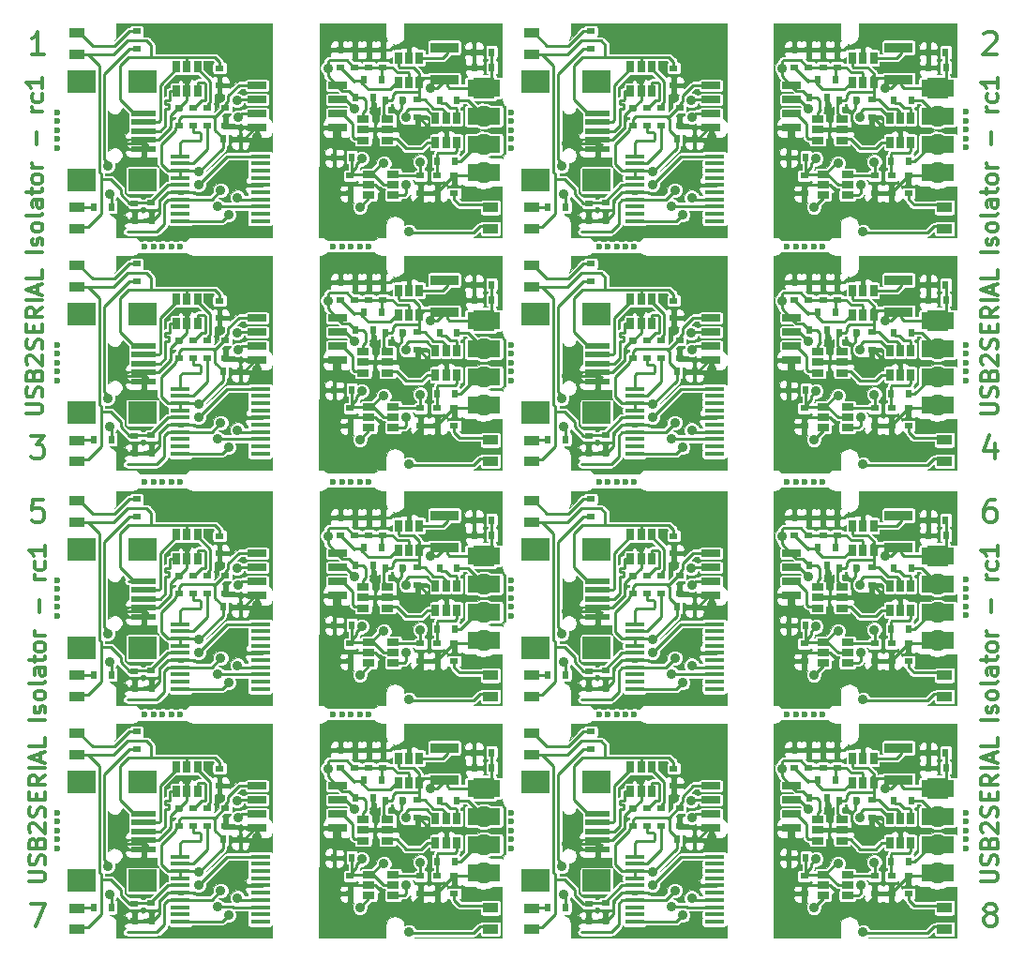
<source format=gtl>
G04 #@! TF.FileFunction,Copper,L1,Top,Signal*
%FSLAX46Y46*%
G04 Gerber Fmt 4.6, Leading zero omitted, Abs format (unit mm)*
G04 Created by KiCad (PCBNEW 0.201603131216+6619~43~ubuntu14.04.1-product) date Do 28 Apr 2016 22:30:15 CEST*
%MOMM*%
G01*
G04 APERTURE LIST*
%ADD10C,0.100000*%
%ADD11C,0.300000*%
%ADD12R,1.397000X0.889000*%
%ADD13R,0.797560X0.599440*%
%ADD14R,0.599440X0.797560*%
%ADD15R,1.750000X0.450000*%
%ADD16C,0.600000*%
%ADD17R,1.700000X0.650000*%
%ADD18R,0.650000X1.060000*%
%ADD19R,2.301240X0.500380*%
%ADD20R,2.499360X1.998980*%
%ADD21R,2.500000X0.900000*%
%ADD22R,2.999740X1.501140*%
%ADD23R,1.900000X1.900000*%
%ADD24C,1.900000*%
%ADD25R,1.060000X0.650000*%
%ADD26C,0.900000*%
%ADD27C,0.250000*%
%ADD28C,1.000000*%
G04 APERTURE END LIST*
D10*
D11*
X125380952Y-93654762D02*
X125000000Y-93654762D01*
X124809524Y-93750000D01*
X124714286Y-93845238D01*
X124523809Y-94130952D01*
X124428571Y-94511905D01*
X124428571Y-95273810D01*
X124523809Y-95464286D01*
X124619048Y-95559524D01*
X124809524Y-95654762D01*
X125190476Y-95654762D01*
X125380952Y-95559524D01*
X125476190Y-95464286D01*
X125571429Y-95273810D01*
X125571429Y-94797619D01*
X125476190Y-94607143D01*
X125380952Y-94511905D01*
X125190476Y-94416667D01*
X124809524Y-94416667D01*
X124619048Y-94511905D01*
X124523809Y-94607143D01*
X124428571Y-94797619D01*
X124809524Y-131011905D02*
X124619048Y-130916667D01*
X124523809Y-130821429D01*
X124428571Y-130630952D01*
X124428571Y-130535714D01*
X124523809Y-130345238D01*
X124619048Y-130250000D01*
X124809524Y-130154762D01*
X125190476Y-130154762D01*
X125380952Y-130250000D01*
X125476190Y-130345238D01*
X125571429Y-130535714D01*
X125571429Y-130630952D01*
X125476190Y-130821429D01*
X125380952Y-130916667D01*
X125190476Y-131011905D01*
X124809524Y-131011905D01*
X124619048Y-131107143D01*
X124523809Y-131202381D01*
X124428571Y-131392857D01*
X124428571Y-131773810D01*
X124523809Y-131964286D01*
X124619048Y-132059524D01*
X124809524Y-132154762D01*
X125190476Y-132154762D01*
X125380952Y-132059524D01*
X125476190Y-131964286D01*
X125571429Y-131773810D01*
X125571429Y-131392857D01*
X125476190Y-131202381D01*
X125380952Y-131107143D01*
X125190476Y-131011905D01*
X39476190Y-93654762D02*
X38523809Y-93654762D01*
X38428571Y-94607143D01*
X38523809Y-94511905D01*
X38714286Y-94416667D01*
X39190476Y-94416667D01*
X39380952Y-94511905D01*
X39476190Y-94607143D01*
X39571429Y-94797619D01*
X39571429Y-95273810D01*
X39476190Y-95464286D01*
X39380952Y-95559524D01*
X39190476Y-95654762D01*
X38714286Y-95654762D01*
X38523809Y-95559524D01*
X38428571Y-95464286D01*
X38333333Y-130154762D02*
X39666667Y-130154762D01*
X38809524Y-132154762D01*
X38333333Y-87904762D02*
X39571429Y-87904762D01*
X38904762Y-88666667D01*
X39190476Y-88666667D01*
X39380952Y-88761905D01*
X39476190Y-88857143D01*
X39571429Y-89047619D01*
X39571429Y-89523810D01*
X39476190Y-89714286D01*
X39380952Y-89809524D01*
X39190476Y-89904762D01*
X38619048Y-89904762D01*
X38428571Y-89809524D01*
X38333333Y-89714286D01*
X125380952Y-88571429D02*
X125380952Y-89904762D01*
X124904762Y-87809524D02*
X124428571Y-89238095D01*
X125666667Y-89238095D01*
X124428571Y-51595238D02*
X124523809Y-51500000D01*
X124714286Y-51404762D01*
X125190476Y-51404762D01*
X125380952Y-51500000D01*
X125476190Y-51595238D01*
X125571429Y-51785714D01*
X125571429Y-51976190D01*
X125476190Y-52261905D01*
X124333333Y-53404762D01*
X125571429Y-53404762D01*
X39571429Y-53404762D02*
X38428571Y-53404762D01*
X39000000Y-53404762D02*
X39000000Y-51404762D01*
X38809524Y-51690476D01*
X38619048Y-51880952D01*
X38428571Y-51976190D01*
X124178571Y-128107142D02*
X125392857Y-128107142D01*
X125535714Y-128035714D01*
X125607143Y-127964285D01*
X125678571Y-127821428D01*
X125678571Y-127535714D01*
X125607143Y-127392856D01*
X125535714Y-127321428D01*
X125392857Y-127249999D01*
X124178571Y-127249999D01*
X125607143Y-126607142D02*
X125678571Y-126392856D01*
X125678571Y-126035713D01*
X125607143Y-125892856D01*
X125535714Y-125821427D01*
X125392857Y-125749999D01*
X125250000Y-125749999D01*
X125107143Y-125821427D01*
X125035714Y-125892856D01*
X124964286Y-126035713D01*
X124892857Y-126321427D01*
X124821429Y-126464285D01*
X124750000Y-126535713D01*
X124607143Y-126607142D01*
X124464286Y-126607142D01*
X124321429Y-126535713D01*
X124250000Y-126464285D01*
X124178571Y-126321427D01*
X124178571Y-125964285D01*
X124250000Y-125749999D01*
X124892857Y-124607142D02*
X124964286Y-124392856D01*
X125035714Y-124321428D01*
X125178571Y-124249999D01*
X125392857Y-124249999D01*
X125535714Y-124321428D01*
X125607143Y-124392856D01*
X125678571Y-124535714D01*
X125678571Y-125107142D01*
X124178571Y-125107142D01*
X124178571Y-124607142D01*
X124250000Y-124464285D01*
X124321429Y-124392856D01*
X124464286Y-124321428D01*
X124607143Y-124321428D01*
X124750000Y-124392856D01*
X124821429Y-124464285D01*
X124892857Y-124607142D01*
X124892857Y-125107142D01*
X124321429Y-123678571D02*
X124250000Y-123607142D01*
X124178571Y-123464285D01*
X124178571Y-123107142D01*
X124250000Y-122964285D01*
X124321429Y-122892856D01*
X124464286Y-122821428D01*
X124607143Y-122821428D01*
X124821429Y-122892856D01*
X125678571Y-123749999D01*
X125678571Y-122821428D01*
X125607143Y-122250000D02*
X125678571Y-122035714D01*
X125678571Y-121678571D01*
X125607143Y-121535714D01*
X125535714Y-121464285D01*
X125392857Y-121392857D01*
X125250000Y-121392857D01*
X125107143Y-121464285D01*
X125035714Y-121535714D01*
X124964286Y-121678571D01*
X124892857Y-121964285D01*
X124821429Y-122107143D01*
X124750000Y-122178571D01*
X124607143Y-122250000D01*
X124464286Y-122250000D01*
X124321429Y-122178571D01*
X124250000Y-122107143D01*
X124178571Y-121964285D01*
X124178571Y-121607143D01*
X124250000Y-121392857D01*
X124892857Y-120750000D02*
X124892857Y-120250000D01*
X125678571Y-120035714D02*
X125678571Y-120750000D01*
X124178571Y-120750000D01*
X124178571Y-120035714D01*
X125678571Y-118535714D02*
X124964286Y-119035714D01*
X125678571Y-119392857D02*
X124178571Y-119392857D01*
X124178571Y-118821429D01*
X124250000Y-118678571D01*
X124321429Y-118607143D01*
X124464286Y-118535714D01*
X124678571Y-118535714D01*
X124821429Y-118607143D01*
X124892857Y-118678571D01*
X124964286Y-118821429D01*
X124964286Y-119392857D01*
X125678571Y-117892857D02*
X124178571Y-117892857D01*
X125250000Y-117250000D02*
X125250000Y-116535714D01*
X125678571Y-117392857D02*
X124178571Y-116892857D01*
X125678571Y-116392857D01*
X125678571Y-115178571D02*
X125678571Y-115892857D01*
X124178571Y-115892857D01*
X125678571Y-113535714D02*
X124178571Y-113535714D01*
X125607143Y-112892857D02*
X125678571Y-112750000D01*
X125678571Y-112464285D01*
X125607143Y-112321428D01*
X125464286Y-112250000D01*
X125392857Y-112250000D01*
X125250000Y-112321428D01*
X125178571Y-112464285D01*
X125178571Y-112678571D01*
X125107143Y-112821428D01*
X124964286Y-112892857D01*
X124892857Y-112892857D01*
X124750000Y-112821428D01*
X124678571Y-112678571D01*
X124678571Y-112464285D01*
X124750000Y-112321428D01*
X125678571Y-111392856D02*
X125607143Y-111535714D01*
X125535714Y-111607142D01*
X125392857Y-111678571D01*
X124964286Y-111678571D01*
X124821429Y-111607142D01*
X124750000Y-111535714D01*
X124678571Y-111392856D01*
X124678571Y-111178571D01*
X124750000Y-111035714D01*
X124821429Y-110964285D01*
X124964286Y-110892856D01*
X125392857Y-110892856D01*
X125535714Y-110964285D01*
X125607143Y-111035714D01*
X125678571Y-111178571D01*
X125678571Y-111392856D01*
X125678571Y-110035713D02*
X125607143Y-110178571D01*
X125464286Y-110249999D01*
X124178571Y-110249999D01*
X125678571Y-108821428D02*
X124892857Y-108821428D01*
X124750000Y-108892857D01*
X124678571Y-109035714D01*
X124678571Y-109321428D01*
X124750000Y-109464285D01*
X125607143Y-108821428D02*
X125678571Y-108964285D01*
X125678571Y-109321428D01*
X125607143Y-109464285D01*
X125464286Y-109535714D01*
X125321429Y-109535714D01*
X125178571Y-109464285D01*
X125107143Y-109321428D01*
X125107143Y-108964285D01*
X125035714Y-108821428D01*
X124678571Y-108321428D02*
X124678571Y-107749999D01*
X124178571Y-108107142D02*
X125464286Y-108107142D01*
X125607143Y-108035714D01*
X125678571Y-107892856D01*
X125678571Y-107749999D01*
X125678571Y-107035713D02*
X125607143Y-107178571D01*
X125535714Y-107249999D01*
X125392857Y-107321428D01*
X124964286Y-107321428D01*
X124821429Y-107249999D01*
X124750000Y-107178571D01*
X124678571Y-107035713D01*
X124678571Y-106821428D01*
X124750000Y-106678571D01*
X124821429Y-106607142D01*
X124964286Y-106535713D01*
X125392857Y-106535713D01*
X125535714Y-106607142D01*
X125607143Y-106678571D01*
X125678571Y-106821428D01*
X125678571Y-107035713D01*
X125678571Y-105892856D02*
X124678571Y-105892856D01*
X124964286Y-105892856D02*
X124821429Y-105821428D01*
X124750000Y-105749999D01*
X124678571Y-105607142D01*
X124678571Y-105464285D01*
X125107143Y-103821428D02*
X125107143Y-102678571D01*
X125678571Y-100821428D02*
X124678571Y-100821428D01*
X124964286Y-100821428D02*
X124821429Y-100750000D01*
X124750000Y-100678571D01*
X124678571Y-100535714D01*
X124678571Y-100392857D01*
X125607143Y-99250000D02*
X125678571Y-99392857D01*
X125678571Y-99678571D01*
X125607143Y-99821429D01*
X125535714Y-99892857D01*
X125392857Y-99964286D01*
X124964286Y-99964286D01*
X124821429Y-99892857D01*
X124750000Y-99821429D01*
X124678571Y-99678571D01*
X124678571Y-99392857D01*
X124750000Y-99250000D01*
X125678571Y-97821429D02*
X125678571Y-98678572D01*
X125678571Y-98250000D02*
X124178571Y-98250000D01*
X124392857Y-98392857D01*
X124535714Y-98535715D01*
X124607143Y-98678572D01*
X124178571Y-85857142D02*
X125392857Y-85857142D01*
X125535714Y-85785714D01*
X125607143Y-85714285D01*
X125678571Y-85571428D01*
X125678571Y-85285714D01*
X125607143Y-85142856D01*
X125535714Y-85071428D01*
X125392857Y-84999999D01*
X124178571Y-84999999D01*
X125607143Y-84357142D02*
X125678571Y-84142856D01*
X125678571Y-83785713D01*
X125607143Y-83642856D01*
X125535714Y-83571427D01*
X125392857Y-83499999D01*
X125250000Y-83499999D01*
X125107143Y-83571427D01*
X125035714Y-83642856D01*
X124964286Y-83785713D01*
X124892857Y-84071427D01*
X124821429Y-84214285D01*
X124750000Y-84285713D01*
X124607143Y-84357142D01*
X124464286Y-84357142D01*
X124321429Y-84285713D01*
X124250000Y-84214285D01*
X124178571Y-84071427D01*
X124178571Y-83714285D01*
X124250000Y-83499999D01*
X124892857Y-82357142D02*
X124964286Y-82142856D01*
X125035714Y-82071428D01*
X125178571Y-81999999D01*
X125392857Y-81999999D01*
X125535714Y-82071428D01*
X125607143Y-82142856D01*
X125678571Y-82285714D01*
X125678571Y-82857142D01*
X124178571Y-82857142D01*
X124178571Y-82357142D01*
X124250000Y-82214285D01*
X124321429Y-82142856D01*
X124464286Y-82071428D01*
X124607143Y-82071428D01*
X124750000Y-82142856D01*
X124821429Y-82214285D01*
X124892857Y-82357142D01*
X124892857Y-82857142D01*
X124321429Y-81428571D02*
X124250000Y-81357142D01*
X124178571Y-81214285D01*
X124178571Y-80857142D01*
X124250000Y-80714285D01*
X124321429Y-80642856D01*
X124464286Y-80571428D01*
X124607143Y-80571428D01*
X124821429Y-80642856D01*
X125678571Y-81499999D01*
X125678571Y-80571428D01*
X125607143Y-80000000D02*
X125678571Y-79785714D01*
X125678571Y-79428571D01*
X125607143Y-79285714D01*
X125535714Y-79214285D01*
X125392857Y-79142857D01*
X125250000Y-79142857D01*
X125107143Y-79214285D01*
X125035714Y-79285714D01*
X124964286Y-79428571D01*
X124892857Y-79714285D01*
X124821429Y-79857143D01*
X124750000Y-79928571D01*
X124607143Y-80000000D01*
X124464286Y-80000000D01*
X124321429Y-79928571D01*
X124250000Y-79857143D01*
X124178571Y-79714285D01*
X124178571Y-79357143D01*
X124250000Y-79142857D01*
X124892857Y-78500000D02*
X124892857Y-78000000D01*
X125678571Y-77785714D02*
X125678571Y-78500000D01*
X124178571Y-78500000D01*
X124178571Y-77785714D01*
X125678571Y-76285714D02*
X124964286Y-76785714D01*
X125678571Y-77142857D02*
X124178571Y-77142857D01*
X124178571Y-76571429D01*
X124250000Y-76428571D01*
X124321429Y-76357143D01*
X124464286Y-76285714D01*
X124678571Y-76285714D01*
X124821429Y-76357143D01*
X124892857Y-76428571D01*
X124964286Y-76571429D01*
X124964286Y-77142857D01*
X125678571Y-75642857D02*
X124178571Y-75642857D01*
X125250000Y-75000000D02*
X125250000Y-74285714D01*
X125678571Y-75142857D02*
X124178571Y-74642857D01*
X125678571Y-74142857D01*
X125678571Y-72928571D02*
X125678571Y-73642857D01*
X124178571Y-73642857D01*
X125678571Y-71285714D02*
X124178571Y-71285714D01*
X125607143Y-70642857D02*
X125678571Y-70500000D01*
X125678571Y-70214285D01*
X125607143Y-70071428D01*
X125464286Y-70000000D01*
X125392857Y-70000000D01*
X125250000Y-70071428D01*
X125178571Y-70214285D01*
X125178571Y-70428571D01*
X125107143Y-70571428D01*
X124964286Y-70642857D01*
X124892857Y-70642857D01*
X124750000Y-70571428D01*
X124678571Y-70428571D01*
X124678571Y-70214285D01*
X124750000Y-70071428D01*
X125678571Y-69142856D02*
X125607143Y-69285714D01*
X125535714Y-69357142D01*
X125392857Y-69428571D01*
X124964286Y-69428571D01*
X124821429Y-69357142D01*
X124750000Y-69285714D01*
X124678571Y-69142856D01*
X124678571Y-68928571D01*
X124750000Y-68785714D01*
X124821429Y-68714285D01*
X124964286Y-68642856D01*
X125392857Y-68642856D01*
X125535714Y-68714285D01*
X125607143Y-68785714D01*
X125678571Y-68928571D01*
X125678571Y-69142856D01*
X125678571Y-67785713D02*
X125607143Y-67928571D01*
X125464286Y-67999999D01*
X124178571Y-67999999D01*
X125678571Y-66571428D02*
X124892857Y-66571428D01*
X124750000Y-66642857D01*
X124678571Y-66785714D01*
X124678571Y-67071428D01*
X124750000Y-67214285D01*
X125607143Y-66571428D02*
X125678571Y-66714285D01*
X125678571Y-67071428D01*
X125607143Y-67214285D01*
X125464286Y-67285714D01*
X125321429Y-67285714D01*
X125178571Y-67214285D01*
X125107143Y-67071428D01*
X125107143Y-66714285D01*
X125035714Y-66571428D01*
X124678571Y-66071428D02*
X124678571Y-65499999D01*
X124178571Y-65857142D02*
X125464286Y-65857142D01*
X125607143Y-65785714D01*
X125678571Y-65642856D01*
X125678571Y-65499999D01*
X125678571Y-64785713D02*
X125607143Y-64928571D01*
X125535714Y-64999999D01*
X125392857Y-65071428D01*
X124964286Y-65071428D01*
X124821429Y-64999999D01*
X124750000Y-64928571D01*
X124678571Y-64785713D01*
X124678571Y-64571428D01*
X124750000Y-64428571D01*
X124821429Y-64357142D01*
X124964286Y-64285713D01*
X125392857Y-64285713D01*
X125535714Y-64357142D01*
X125607143Y-64428571D01*
X125678571Y-64571428D01*
X125678571Y-64785713D01*
X125678571Y-63642856D02*
X124678571Y-63642856D01*
X124964286Y-63642856D02*
X124821429Y-63571428D01*
X124750000Y-63499999D01*
X124678571Y-63357142D01*
X124678571Y-63214285D01*
X125107143Y-61571428D02*
X125107143Y-60428571D01*
X125678571Y-58571428D02*
X124678571Y-58571428D01*
X124964286Y-58571428D02*
X124821429Y-58500000D01*
X124750000Y-58428571D01*
X124678571Y-58285714D01*
X124678571Y-58142857D01*
X125607143Y-57000000D02*
X125678571Y-57142857D01*
X125678571Y-57428571D01*
X125607143Y-57571429D01*
X125535714Y-57642857D01*
X125392857Y-57714286D01*
X124964286Y-57714286D01*
X124821429Y-57642857D01*
X124750000Y-57571429D01*
X124678571Y-57428571D01*
X124678571Y-57142857D01*
X124750000Y-57000000D01*
X125678571Y-55571429D02*
X125678571Y-56428572D01*
X125678571Y-56000000D02*
X124178571Y-56000000D01*
X124392857Y-56142857D01*
X124535714Y-56285715D01*
X124607143Y-56428572D01*
X38178571Y-128107142D02*
X39392857Y-128107142D01*
X39535714Y-128035714D01*
X39607143Y-127964285D01*
X39678571Y-127821428D01*
X39678571Y-127535714D01*
X39607143Y-127392856D01*
X39535714Y-127321428D01*
X39392857Y-127249999D01*
X38178571Y-127249999D01*
X39607143Y-126607142D02*
X39678571Y-126392856D01*
X39678571Y-126035713D01*
X39607143Y-125892856D01*
X39535714Y-125821427D01*
X39392857Y-125749999D01*
X39250000Y-125749999D01*
X39107143Y-125821427D01*
X39035714Y-125892856D01*
X38964286Y-126035713D01*
X38892857Y-126321427D01*
X38821429Y-126464285D01*
X38750000Y-126535713D01*
X38607143Y-126607142D01*
X38464286Y-126607142D01*
X38321429Y-126535713D01*
X38250000Y-126464285D01*
X38178571Y-126321427D01*
X38178571Y-125964285D01*
X38250000Y-125749999D01*
X38892857Y-124607142D02*
X38964286Y-124392856D01*
X39035714Y-124321428D01*
X39178571Y-124249999D01*
X39392857Y-124249999D01*
X39535714Y-124321428D01*
X39607143Y-124392856D01*
X39678571Y-124535714D01*
X39678571Y-125107142D01*
X38178571Y-125107142D01*
X38178571Y-124607142D01*
X38250000Y-124464285D01*
X38321429Y-124392856D01*
X38464286Y-124321428D01*
X38607143Y-124321428D01*
X38750000Y-124392856D01*
X38821429Y-124464285D01*
X38892857Y-124607142D01*
X38892857Y-125107142D01*
X38321429Y-123678571D02*
X38250000Y-123607142D01*
X38178571Y-123464285D01*
X38178571Y-123107142D01*
X38250000Y-122964285D01*
X38321429Y-122892856D01*
X38464286Y-122821428D01*
X38607143Y-122821428D01*
X38821429Y-122892856D01*
X39678571Y-123749999D01*
X39678571Y-122821428D01*
X39607143Y-122250000D02*
X39678571Y-122035714D01*
X39678571Y-121678571D01*
X39607143Y-121535714D01*
X39535714Y-121464285D01*
X39392857Y-121392857D01*
X39250000Y-121392857D01*
X39107143Y-121464285D01*
X39035714Y-121535714D01*
X38964286Y-121678571D01*
X38892857Y-121964285D01*
X38821429Y-122107143D01*
X38750000Y-122178571D01*
X38607143Y-122250000D01*
X38464286Y-122250000D01*
X38321429Y-122178571D01*
X38250000Y-122107143D01*
X38178571Y-121964285D01*
X38178571Y-121607143D01*
X38250000Y-121392857D01*
X38892857Y-120750000D02*
X38892857Y-120250000D01*
X39678571Y-120035714D02*
X39678571Y-120750000D01*
X38178571Y-120750000D01*
X38178571Y-120035714D01*
X39678571Y-118535714D02*
X38964286Y-119035714D01*
X39678571Y-119392857D02*
X38178571Y-119392857D01*
X38178571Y-118821429D01*
X38250000Y-118678571D01*
X38321429Y-118607143D01*
X38464286Y-118535714D01*
X38678571Y-118535714D01*
X38821429Y-118607143D01*
X38892857Y-118678571D01*
X38964286Y-118821429D01*
X38964286Y-119392857D01*
X39678571Y-117892857D02*
X38178571Y-117892857D01*
X39250000Y-117250000D02*
X39250000Y-116535714D01*
X39678571Y-117392857D02*
X38178571Y-116892857D01*
X39678571Y-116392857D01*
X39678571Y-115178571D02*
X39678571Y-115892857D01*
X38178571Y-115892857D01*
X39678571Y-113535714D02*
X38178571Y-113535714D01*
X39607143Y-112892857D02*
X39678571Y-112750000D01*
X39678571Y-112464285D01*
X39607143Y-112321428D01*
X39464286Y-112250000D01*
X39392857Y-112250000D01*
X39250000Y-112321428D01*
X39178571Y-112464285D01*
X39178571Y-112678571D01*
X39107143Y-112821428D01*
X38964286Y-112892857D01*
X38892857Y-112892857D01*
X38750000Y-112821428D01*
X38678571Y-112678571D01*
X38678571Y-112464285D01*
X38750000Y-112321428D01*
X39678571Y-111392856D02*
X39607143Y-111535714D01*
X39535714Y-111607142D01*
X39392857Y-111678571D01*
X38964286Y-111678571D01*
X38821429Y-111607142D01*
X38750000Y-111535714D01*
X38678571Y-111392856D01*
X38678571Y-111178571D01*
X38750000Y-111035714D01*
X38821429Y-110964285D01*
X38964286Y-110892856D01*
X39392857Y-110892856D01*
X39535714Y-110964285D01*
X39607143Y-111035714D01*
X39678571Y-111178571D01*
X39678571Y-111392856D01*
X39678571Y-110035713D02*
X39607143Y-110178571D01*
X39464286Y-110249999D01*
X38178571Y-110249999D01*
X39678571Y-108821428D02*
X38892857Y-108821428D01*
X38750000Y-108892857D01*
X38678571Y-109035714D01*
X38678571Y-109321428D01*
X38750000Y-109464285D01*
X39607143Y-108821428D02*
X39678571Y-108964285D01*
X39678571Y-109321428D01*
X39607143Y-109464285D01*
X39464286Y-109535714D01*
X39321429Y-109535714D01*
X39178571Y-109464285D01*
X39107143Y-109321428D01*
X39107143Y-108964285D01*
X39035714Y-108821428D01*
X38678571Y-108321428D02*
X38678571Y-107749999D01*
X38178571Y-108107142D02*
X39464286Y-108107142D01*
X39607143Y-108035714D01*
X39678571Y-107892856D01*
X39678571Y-107749999D01*
X39678571Y-107035713D02*
X39607143Y-107178571D01*
X39535714Y-107249999D01*
X39392857Y-107321428D01*
X38964286Y-107321428D01*
X38821429Y-107249999D01*
X38750000Y-107178571D01*
X38678571Y-107035713D01*
X38678571Y-106821428D01*
X38750000Y-106678571D01*
X38821429Y-106607142D01*
X38964286Y-106535713D01*
X39392857Y-106535713D01*
X39535714Y-106607142D01*
X39607143Y-106678571D01*
X39678571Y-106821428D01*
X39678571Y-107035713D01*
X39678571Y-105892856D02*
X38678571Y-105892856D01*
X38964286Y-105892856D02*
X38821429Y-105821428D01*
X38750000Y-105749999D01*
X38678571Y-105607142D01*
X38678571Y-105464285D01*
X39107143Y-103821428D02*
X39107143Y-102678571D01*
X39678571Y-100821428D02*
X38678571Y-100821428D01*
X38964286Y-100821428D02*
X38821429Y-100750000D01*
X38750000Y-100678571D01*
X38678571Y-100535714D01*
X38678571Y-100392857D01*
X39607143Y-99250000D02*
X39678571Y-99392857D01*
X39678571Y-99678571D01*
X39607143Y-99821429D01*
X39535714Y-99892857D01*
X39392857Y-99964286D01*
X38964286Y-99964286D01*
X38821429Y-99892857D01*
X38750000Y-99821429D01*
X38678571Y-99678571D01*
X38678571Y-99392857D01*
X38750000Y-99250000D01*
X39678571Y-97821429D02*
X39678571Y-98678572D01*
X39678571Y-98250000D02*
X38178571Y-98250000D01*
X38392857Y-98392857D01*
X38535714Y-98535715D01*
X38607143Y-98678572D01*
X37928571Y-85857142D02*
X39142857Y-85857142D01*
X39285714Y-85785714D01*
X39357143Y-85714285D01*
X39428571Y-85571428D01*
X39428571Y-85285714D01*
X39357143Y-85142856D01*
X39285714Y-85071428D01*
X39142857Y-84999999D01*
X37928571Y-84999999D01*
X39357143Y-84357142D02*
X39428571Y-84142856D01*
X39428571Y-83785713D01*
X39357143Y-83642856D01*
X39285714Y-83571427D01*
X39142857Y-83499999D01*
X39000000Y-83499999D01*
X38857143Y-83571427D01*
X38785714Y-83642856D01*
X38714286Y-83785713D01*
X38642857Y-84071427D01*
X38571429Y-84214285D01*
X38500000Y-84285713D01*
X38357143Y-84357142D01*
X38214286Y-84357142D01*
X38071429Y-84285713D01*
X38000000Y-84214285D01*
X37928571Y-84071427D01*
X37928571Y-83714285D01*
X38000000Y-83499999D01*
X38642857Y-82357142D02*
X38714286Y-82142856D01*
X38785714Y-82071428D01*
X38928571Y-81999999D01*
X39142857Y-81999999D01*
X39285714Y-82071428D01*
X39357143Y-82142856D01*
X39428571Y-82285714D01*
X39428571Y-82857142D01*
X37928571Y-82857142D01*
X37928571Y-82357142D01*
X38000000Y-82214285D01*
X38071429Y-82142856D01*
X38214286Y-82071428D01*
X38357143Y-82071428D01*
X38500000Y-82142856D01*
X38571429Y-82214285D01*
X38642857Y-82357142D01*
X38642857Y-82857142D01*
X38071429Y-81428571D02*
X38000000Y-81357142D01*
X37928571Y-81214285D01*
X37928571Y-80857142D01*
X38000000Y-80714285D01*
X38071429Y-80642856D01*
X38214286Y-80571428D01*
X38357143Y-80571428D01*
X38571429Y-80642856D01*
X39428571Y-81499999D01*
X39428571Y-80571428D01*
X39357143Y-80000000D02*
X39428571Y-79785714D01*
X39428571Y-79428571D01*
X39357143Y-79285714D01*
X39285714Y-79214285D01*
X39142857Y-79142857D01*
X39000000Y-79142857D01*
X38857143Y-79214285D01*
X38785714Y-79285714D01*
X38714286Y-79428571D01*
X38642857Y-79714285D01*
X38571429Y-79857143D01*
X38500000Y-79928571D01*
X38357143Y-80000000D01*
X38214286Y-80000000D01*
X38071429Y-79928571D01*
X38000000Y-79857143D01*
X37928571Y-79714285D01*
X37928571Y-79357143D01*
X38000000Y-79142857D01*
X38642857Y-78500000D02*
X38642857Y-78000000D01*
X39428571Y-77785714D02*
X39428571Y-78500000D01*
X37928571Y-78500000D01*
X37928571Y-77785714D01*
X39428571Y-76285714D02*
X38714286Y-76785714D01*
X39428571Y-77142857D02*
X37928571Y-77142857D01*
X37928571Y-76571429D01*
X38000000Y-76428571D01*
X38071429Y-76357143D01*
X38214286Y-76285714D01*
X38428571Y-76285714D01*
X38571429Y-76357143D01*
X38642857Y-76428571D01*
X38714286Y-76571429D01*
X38714286Y-77142857D01*
X39428571Y-75642857D02*
X37928571Y-75642857D01*
X39000000Y-75000000D02*
X39000000Y-74285714D01*
X39428571Y-75142857D02*
X37928571Y-74642857D01*
X39428571Y-74142857D01*
X39428571Y-72928571D02*
X39428571Y-73642857D01*
X37928571Y-73642857D01*
X39428571Y-71285714D02*
X37928571Y-71285714D01*
X39357143Y-70642857D02*
X39428571Y-70500000D01*
X39428571Y-70214285D01*
X39357143Y-70071428D01*
X39214286Y-70000000D01*
X39142857Y-70000000D01*
X39000000Y-70071428D01*
X38928571Y-70214285D01*
X38928571Y-70428571D01*
X38857143Y-70571428D01*
X38714286Y-70642857D01*
X38642857Y-70642857D01*
X38500000Y-70571428D01*
X38428571Y-70428571D01*
X38428571Y-70214285D01*
X38500000Y-70071428D01*
X39428571Y-69142856D02*
X39357143Y-69285714D01*
X39285714Y-69357142D01*
X39142857Y-69428571D01*
X38714286Y-69428571D01*
X38571429Y-69357142D01*
X38500000Y-69285714D01*
X38428571Y-69142856D01*
X38428571Y-68928571D01*
X38500000Y-68785714D01*
X38571429Y-68714285D01*
X38714286Y-68642856D01*
X39142857Y-68642856D01*
X39285714Y-68714285D01*
X39357143Y-68785714D01*
X39428571Y-68928571D01*
X39428571Y-69142856D01*
X39428571Y-67785713D02*
X39357143Y-67928571D01*
X39214286Y-67999999D01*
X37928571Y-67999999D01*
X39428571Y-66571428D02*
X38642857Y-66571428D01*
X38500000Y-66642857D01*
X38428571Y-66785714D01*
X38428571Y-67071428D01*
X38500000Y-67214285D01*
X39357143Y-66571428D02*
X39428571Y-66714285D01*
X39428571Y-67071428D01*
X39357143Y-67214285D01*
X39214286Y-67285714D01*
X39071429Y-67285714D01*
X38928571Y-67214285D01*
X38857143Y-67071428D01*
X38857143Y-66714285D01*
X38785714Y-66571428D01*
X38428571Y-66071428D02*
X38428571Y-65499999D01*
X37928571Y-65857142D02*
X39214286Y-65857142D01*
X39357143Y-65785714D01*
X39428571Y-65642856D01*
X39428571Y-65499999D01*
X39428571Y-64785713D02*
X39357143Y-64928571D01*
X39285714Y-64999999D01*
X39142857Y-65071428D01*
X38714286Y-65071428D01*
X38571429Y-64999999D01*
X38500000Y-64928571D01*
X38428571Y-64785713D01*
X38428571Y-64571428D01*
X38500000Y-64428571D01*
X38571429Y-64357142D01*
X38714286Y-64285713D01*
X39142857Y-64285713D01*
X39285714Y-64357142D01*
X39357143Y-64428571D01*
X39428571Y-64571428D01*
X39428571Y-64785713D01*
X39428571Y-63642856D02*
X38428571Y-63642856D01*
X38714286Y-63642856D02*
X38571429Y-63571428D01*
X38500000Y-63499999D01*
X38428571Y-63357142D01*
X38428571Y-63214285D01*
X38857143Y-61571428D02*
X38857143Y-60428571D01*
X39428571Y-58571428D02*
X38428571Y-58571428D01*
X38714286Y-58571428D02*
X38571429Y-58500000D01*
X38500000Y-58428571D01*
X38428571Y-58285714D01*
X38428571Y-58142857D01*
X39357143Y-57000000D02*
X39428571Y-57142857D01*
X39428571Y-57428571D01*
X39357143Y-57571429D01*
X39285714Y-57642857D01*
X39142857Y-57714286D01*
X38714286Y-57714286D01*
X38571429Y-57642857D01*
X38500000Y-57571429D01*
X38428571Y-57428571D01*
X38428571Y-57142857D01*
X38500000Y-57000000D01*
X39428571Y-55571429D02*
X39428571Y-56428572D01*
X39428571Y-56000000D02*
X37928571Y-56000000D01*
X38142857Y-56142857D01*
X38285714Y-56285715D01*
X38357143Y-56428572D01*
D12*
X42554000Y-132416500D03*
X42554000Y-130511500D03*
D13*
X47725000Y-130110060D03*
X47725000Y-131689940D03*
X49250000Y-130085060D03*
X49250000Y-131664940D03*
D14*
X44060060Y-130448000D03*
X45639940Y-130448000D03*
X65760060Y-125975000D03*
X67339940Y-125975000D03*
D13*
X53000000Y-123079880D03*
X53000000Y-121500000D03*
X54275000Y-123079880D03*
X54275000Y-121500000D03*
D14*
X55700000Y-124325000D03*
X57279880Y-124325000D03*
D13*
X67192000Y-127626060D03*
X67192000Y-129205940D03*
X55925000Y-121485060D03*
X55925000Y-123064940D03*
D15*
X59075000Y-131725000D03*
X59075000Y-131075000D03*
X59075000Y-130425000D03*
X59075000Y-129775000D03*
X59075000Y-129125000D03*
X59075000Y-128475000D03*
X59075000Y-127825000D03*
X59075000Y-127175000D03*
X59075000Y-126525000D03*
X59075000Y-125875000D03*
X51875000Y-125875000D03*
X51875000Y-126525000D03*
X51875000Y-127175000D03*
X51875000Y-127825000D03*
X51875000Y-128475000D03*
X51875000Y-129125000D03*
X51875000Y-129775000D03*
X51875000Y-130425000D03*
X51875000Y-131075000D03*
X51875000Y-131725000D03*
D13*
X51727000Y-123086940D03*
X51727000Y-121507060D03*
D16*
X67250000Y-113000000D03*
X68050000Y-113000000D03*
X66450000Y-113000000D03*
X68850000Y-113000000D03*
X65650000Y-113000000D03*
D13*
X66300000Y-117839940D03*
X66300000Y-116260060D03*
X55400000Y-119479880D03*
X55400000Y-117900000D03*
X67600000Y-117839940D03*
X67600000Y-116260060D03*
D17*
X58775000Y-119475000D03*
X58775000Y-120745000D03*
X58775000Y-122015000D03*
X58775000Y-123285000D03*
X66075000Y-123285000D03*
X66075000Y-122015000D03*
X66075000Y-120745000D03*
X66075000Y-119475000D03*
D18*
X51500000Y-119975000D03*
X52450000Y-119975000D03*
X53400000Y-119975000D03*
X53400000Y-117775000D03*
X51500000Y-117775000D03*
X52450000Y-117775000D03*
D16*
X40750000Y-123500000D03*
X40750000Y-122700000D03*
X40750000Y-124300000D03*
X40750000Y-121900000D03*
X40750000Y-125100000D03*
D19*
X48543320Y-121989800D03*
X48543320Y-122789900D03*
X48543320Y-123590000D03*
X48543320Y-124390100D03*
X48543320Y-125190200D03*
D20*
X48444260Y-119139920D03*
X42945160Y-119139920D03*
X48444260Y-128040080D03*
X42945160Y-128040080D03*
D12*
X42550000Y-116652500D03*
X42550000Y-114747500D03*
D13*
X47900000Y-114585060D03*
X47900000Y-116164940D03*
D16*
X50250000Y-113000000D03*
X51050000Y-113000000D03*
X49450000Y-113000000D03*
X51850000Y-113000000D03*
X48650000Y-113000000D03*
D14*
X44060060Y-109448000D03*
X45639940Y-109448000D03*
D13*
X49250000Y-109085060D03*
X49250000Y-110664940D03*
D12*
X42554000Y-111416500D03*
X42554000Y-109511500D03*
D13*
X47725000Y-109110060D03*
X47725000Y-110689940D03*
D15*
X59075000Y-110725000D03*
X59075000Y-110075000D03*
X59075000Y-109425000D03*
X59075000Y-108775000D03*
X59075000Y-108125000D03*
X59075000Y-107475000D03*
X59075000Y-106825000D03*
X59075000Y-106175000D03*
X59075000Y-105525000D03*
X59075000Y-104875000D03*
X51875000Y-104875000D03*
X51875000Y-105525000D03*
X51875000Y-106175000D03*
X51875000Y-106825000D03*
X51875000Y-107475000D03*
X51875000Y-108125000D03*
X51875000Y-108775000D03*
X51875000Y-109425000D03*
X51875000Y-110075000D03*
X51875000Y-110725000D03*
D14*
X76617940Y-105300000D03*
X75038060Y-105300000D03*
D21*
X75701000Y-95044000D03*
X75701000Y-97944000D03*
D14*
X79954880Y-95475000D03*
X78375000Y-95475000D03*
X76839940Y-99800000D03*
X75260060Y-99800000D03*
X79975000Y-96850000D03*
X78395120Y-96850000D03*
D18*
X74900000Y-103600000D03*
X75850000Y-103600000D03*
X76800000Y-103600000D03*
X76800000Y-101400000D03*
X74900000Y-101400000D03*
X75850000Y-101400000D03*
D22*
X79250000Y-106310000D03*
X79250000Y-98690000D03*
X79250000Y-101230000D03*
X79250000Y-103770000D03*
D23*
X79250000Y-98690000D03*
D24*
X79250000Y-101230000D03*
X79250000Y-103770000D03*
X79250000Y-106310000D03*
D13*
X75066000Y-106626060D03*
X75066000Y-108205940D03*
D14*
X85060060Y-109448000D03*
X86639940Y-109448000D03*
D12*
X79850000Y-111400000D03*
X79850000Y-109495000D03*
D13*
X76590000Y-108205940D03*
X76590000Y-106626060D03*
D12*
X83554000Y-111416500D03*
X83554000Y-109511500D03*
D16*
X91250000Y-92000000D03*
X92050000Y-92000000D03*
X90450000Y-92000000D03*
X92850000Y-92000000D03*
X89650000Y-92000000D03*
D18*
X92500000Y-98975000D03*
X93450000Y-98975000D03*
X94400000Y-98975000D03*
X94400000Y-96775000D03*
X92500000Y-96775000D03*
X93450000Y-96775000D03*
D12*
X83550000Y-95652500D03*
X83550000Y-93747500D03*
D16*
X81750000Y-102500000D03*
X81750000Y-101700000D03*
X81750000Y-103300000D03*
X81750000Y-100900000D03*
X81750000Y-104100000D03*
D19*
X89543320Y-100989800D03*
X89543320Y-101789900D03*
X89543320Y-102590000D03*
X89543320Y-103390100D03*
X89543320Y-104190200D03*
D20*
X89444260Y-98139920D03*
X83945160Y-98139920D03*
X89444260Y-107040080D03*
X83945160Y-107040080D03*
D13*
X88900000Y-93585060D03*
X88900000Y-95164940D03*
X88725000Y-109110060D03*
X88725000Y-110689940D03*
D15*
X100075000Y-110725000D03*
X100075000Y-110075000D03*
X100075000Y-109425000D03*
X100075000Y-108775000D03*
X100075000Y-108125000D03*
X100075000Y-107475000D03*
X100075000Y-106825000D03*
X100075000Y-106175000D03*
X100075000Y-105525000D03*
X100075000Y-104875000D03*
X92875000Y-104875000D03*
X92875000Y-105525000D03*
X92875000Y-106175000D03*
X92875000Y-106825000D03*
X92875000Y-107475000D03*
X92875000Y-108125000D03*
X92875000Y-108775000D03*
X92875000Y-109425000D03*
X92875000Y-110075000D03*
X92875000Y-110725000D03*
D13*
X95275000Y-102079880D03*
X95275000Y-100500000D03*
X90250000Y-109085060D03*
X90250000Y-110664940D03*
X94000000Y-102079880D03*
X94000000Y-100500000D03*
D14*
X96700000Y-103325000D03*
X98279880Y-103325000D03*
D13*
X92727000Y-102086940D03*
X92727000Y-100507060D03*
D16*
X91250000Y-113000000D03*
X92050000Y-113000000D03*
X90450000Y-113000000D03*
X92850000Y-113000000D03*
X89650000Y-113000000D03*
D13*
X96925000Y-100485060D03*
X96925000Y-102064940D03*
D17*
X99775000Y-98475000D03*
X99775000Y-99745000D03*
X99775000Y-101015000D03*
X99775000Y-102285000D03*
X107075000Y-102285000D03*
X107075000Y-101015000D03*
X107075000Y-99745000D03*
X107075000Y-98475000D03*
D16*
X108250000Y-92000000D03*
X109050000Y-92000000D03*
X107450000Y-92000000D03*
X109850000Y-92000000D03*
X106650000Y-92000000D03*
D13*
X96400000Y-98479880D03*
X96400000Y-96900000D03*
D16*
X108250000Y-113000000D03*
X109050000Y-113000000D03*
X107450000Y-113000000D03*
X109850000Y-113000000D03*
X106650000Y-113000000D03*
D14*
X106760060Y-104975000D03*
X108339940Y-104975000D03*
D25*
X109378000Y-101525000D03*
X109378000Y-102475000D03*
X109378000Y-103425000D03*
X111578000Y-103425000D03*
X111578000Y-101525000D03*
X111578000Y-102475000D03*
D13*
X114288000Y-101347940D03*
X114288000Y-99768060D03*
D18*
X114450000Y-95975000D03*
X113500000Y-95975000D03*
X112550000Y-95975000D03*
X112550000Y-98175000D03*
X114450000Y-98175000D03*
X113500000Y-98175000D03*
D14*
X111339060Y-99796000D03*
X112918940Y-99796000D03*
X108660060Y-99525000D03*
X110239940Y-99525000D03*
D13*
X107300000Y-96839940D03*
X107300000Y-95260060D03*
X111150000Y-96839940D03*
X111150000Y-95260060D03*
X108600000Y-96839940D03*
X108600000Y-95260060D03*
X109875000Y-96839940D03*
X109875000Y-95260060D03*
D14*
X109434060Y-97954500D03*
X111013940Y-97954500D03*
D13*
X116066000Y-106626060D03*
X116066000Y-108205940D03*
X114542000Y-106626060D03*
X114542000Y-108205940D03*
X117590000Y-108205940D03*
X117590000Y-106626060D03*
D12*
X120850000Y-111400000D03*
X120850000Y-109495000D03*
D18*
X114450000Y-116975000D03*
X113500000Y-116975000D03*
X112550000Y-116975000D03*
X112550000Y-119175000D03*
X114450000Y-119175000D03*
X113500000Y-119175000D03*
D14*
X120975000Y-117850000D03*
X119395120Y-117850000D03*
X120954880Y-116475000D03*
X119375000Y-116475000D03*
D21*
X116701000Y-116044000D03*
X116701000Y-118944000D03*
D16*
X122750000Y-102450000D03*
X122750000Y-101650000D03*
X122750000Y-103250000D03*
X122750000Y-100850000D03*
X122750000Y-104050000D03*
D14*
X120954880Y-95475000D03*
X119375000Y-95475000D03*
X117617940Y-105300000D03*
X116038060Y-105300000D03*
D18*
X115900000Y-103600000D03*
X116850000Y-103600000D03*
X117800000Y-103600000D03*
X117800000Y-101400000D03*
X115900000Y-101400000D03*
X116850000Y-101400000D03*
D22*
X120250000Y-106310000D03*
X120250000Y-98690000D03*
X120250000Y-101230000D03*
X120250000Y-103770000D03*
D23*
X120250000Y-98690000D03*
D24*
X120250000Y-101230000D03*
X120250000Y-103770000D03*
X120250000Y-106310000D03*
D21*
X116701000Y-95044000D03*
X116701000Y-97944000D03*
D14*
X120975000Y-96850000D03*
X119395120Y-96850000D03*
X117839940Y-99800000D03*
X116260060Y-99800000D03*
D13*
X108192000Y-106626060D03*
X108192000Y-108205940D03*
X109875000Y-117839940D03*
X109875000Y-116260060D03*
X108600000Y-117839940D03*
X108600000Y-116260060D03*
X111150000Y-117839940D03*
X111150000Y-116260060D03*
X107300000Y-117839940D03*
X107300000Y-116260060D03*
D25*
X109886000Y-106466000D03*
X109886000Y-107416000D03*
X109886000Y-108366000D03*
X112086000Y-108366000D03*
X112086000Y-106466000D03*
X112086000Y-107416000D03*
D13*
X73542000Y-127626060D03*
X73542000Y-129205940D03*
D25*
X68378000Y-122525000D03*
X68378000Y-123475000D03*
X68378000Y-124425000D03*
X70578000Y-124425000D03*
X70578000Y-122525000D03*
X70578000Y-123475000D03*
D18*
X74900000Y-124600000D03*
X75850000Y-124600000D03*
X76800000Y-124600000D03*
X76800000Y-122400000D03*
X74900000Y-122400000D03*
X75850000Y-122400000D03*
D13*
X76590000Y-129205940D03*
X76590000Y-127626060D03*
X73288000Y-122347940D03*
X73288000Y-120768060D03*
D25*
X68886000Y-127466000D03*
X68886000Y-128416000D03*
X68886000Y-129366000D03*
X71086000Y-129366000D03*
X71086000Y-127466000D03*
X71086000Y-128416000D03*
D14*
X76617940Y-126300000D03*
X75038060Y-126300000D03*
D13*
X75066000Y-127626060D03*
X75066000Y-129205940D03*
D14*
X85060060Y-130448000D03*
X86639940Y-130448000D03*
D12*
X79850000Y-132400000D03*
X79850000Y-130495000D03*
D13*
X88725000Y-130110060D03*
X88725000Y-131689940D03*
X90250000Y-130085060D03*
X90250000Y-131664940D03*
D12*
X83554000Y-132416500D03*
X83554000Y-130511500D03*
D21*
X75701000Y-116044000D03*
X75701000Y-118944000D03*
D18*
X73450000Y-116975000D03*
X72500000Y-116975000D03*
X71550000Y-116975000D03*
X71550000Y-119175000D03*
X73450000Y-119175000D03*
X72500000Y-119175000D03*
D13*
X70150000Y-117839940D03*
X70150000Y-116260060D03*
D14*
X67660060Y-120525000D03*
X69239940Y-120525000D03*
X70339060Y-120796000D03*
X71918940Y-120796000D03*
D13*
X68875000Y-117839940D03*
X68875000Y-116260060D03*
D14*
X68434060Y-118954500D03*
X70013940Y-118954500D03*
X76839940Y-120800000D03*
X75260060Y-120800000D03*
D13*
X88900000Y-114585060D03*
X88900000Y-116164940D03*
D12*
X83550000Y-116652500D03*
X83550000Y-114747500D03*
D16*
X81750000Y-123500000D03*
X81750000Y-122700000D03*
X81750000Y-124300000D03*
X81750000Y-121900000D03*
X81750000Y-125100000D03*
D14*
X79954880Y-116475000D03*
X78375000Y-116475000D03*
X79975000Y-117850000D03*
X78395120Y-117850000D03*
D22*
X79250000Y-127310000D03*
X79250000Y-119690000D03*
X79250000Y-122230000D03*
X79250000Y-124770000D03*
D23*
X79250000Y-119690000D03*
D24*
X79250000Y-122230000D03*
X79250000Y-124770000D03*
X79250000Y-127310000D03*
D19*
X89543320Y-121989800D03*
X89543320Y-122789900D03*
X89543320Y-123590000D03*
X89543320Y-124390100D03*
X89543320Y-125190200D03*
D20*
X89444260Y-119139920D03*
X83945160Y-119139920D03*
X89444260Y-128040080D03*
X83945160Y-128040080D03*
D16*
X122750000Y-123500000D03*
X122750000Y-122700000D03*
X122750000Y-124300000D03*
X122750000Y-121900000D03*
X122750000Y-125100000D03*
D18*
X115900000Y-124600000D03*
X116850000Y-124600000D03*
X117800000Y-124600000D03*
X117800000Y-122400000D03*
X115900000Y-122400000D03*
X116850000Y-122400000D03*
D22*
X120250000Y-127310000D03*
X120250000Y-119690000D03*
X120250000Y-122230000D03*
X120250000Y-124770000D03*
D23*
X120250000Y-119690000D03*
D24*
X120250000Y-122230000D03*
X120250000Y-124770000D03*
X120250000Y-127310000D03*
D13*
X114288000Y-122347940D03*
X114288000Y-120768060D03*
D14*
X117839940Y-120800000D03*
X116260060Y-120800000D03*
D13*
X114542000Y-127626060D03*
X114542000Y-129205940D03*
X116066000Y-127626060D03*
X116066000Y-129205940D03*
D12*
X120850000Y-132400000D03*
X120850000Y-130495000D03*
D13*
X117590000Y-129205940D03*
X117590000Y-127626060D03*
D14*
X117617940Y-126300000D03*
X116038060Y-126300000D03*
X111339060Y-120796000D03*
X112918940Y-120796000D03*
D13*
X108192000Y-127626060D03*
X108192000Y-129205940D03*
D14*
X108660060Y-120525000D03*
X110239940Y-120525000D03*
D25*
X109886000Y-127466000D03*
X109886000Y-128416000D03*
X109886000Y-129366000D03*
X112086000Y-129366000D03*
X112086000Y-127466000D03*
X112086000Y-128416000D03*
D14*
X109434060Y-118954500D03*
X111013940Y-118954500D03*
D17*
X99775000Y-119475000D03*
X99775000Y-120745000D03*
X99775000Y-122015000D03*
X99775000Y-123285000D03*
X107075000Y-123285000D03*
X107075000Y-122015000D03*
X107075000Y-120745000D03*
X107075000Y-119475000D03*
D14*
X106760060Y-125975000D03*
X108339940Y-125975000D03*
D25*
X109378000Y-122525000D03*
X109378000Y-123475000D03*
X109378000Y-124425000D03*
X111578000Y-124425000D03*
X111578000Y-122525000D03*
X111578000Y-123475000D03*
D15*
X100075000Y-131725000D03*
X100075000Y-131075000D03*
X100075000Y-130425000D03*
X100075000Y-129775000D03*
X100075000Y-129125000D03*
X100075000Y-128475000D03*
X100075000Y-127825000D03*
X100075000Y-127175000D03*
X100075000Y-126525000D03*
X100075000Y-125875000D03*
X92875000Y-125875000D03*
X92875000Y-126525000D03*
X92875000Y-127175000D03*
X92875000Y-127825000D03*
X92875000Y-128475000D03*
X92875000Y-129125000D03*
X92875000Y-129775000D03*
X92875000Y-130425000D03*
X92875000Y-131075000D03*
X92875000Y-131725000D03*
D13*
X94000000Y-123079880D03*
X94000000Y-121500000D03*
X96400000Y-119479880D03*
X96400000Y-117900000D03*
X96925000Y-121485060D03*
X96925000Y-123064940D03*
X92727000Y-123086940D03*
X92727000Y-121507060D03*
X95275000Y-123079880D03*
X95275000Y-121500000D03*
D14*
X96700000Y-124325000D03*
X98279880Y-124325000D03*
D18*
X92500000Y-119975000D03*
X93450000Y-119975000D03*
X94400000Y-119975000D03*
X94400000Y-117775000D03*
X92500000Y-117775000D03*
X93450000Y-117775000D03*
D12*
X42550000Y-95652500D03*
X42550000Y-93747500D03*
D16*
X50250000Y-92000000D03*
X51050000Y-92000000D03*
X49450000Y-92000000D03*
X51850000Y-92000000D03*
X48650000Y-92000000D03*
D13*
X47900000Y-93585060D03*
X47900000Y-95164940D03*
D16*
X40750000Y-102500000D03*
X40750000Y-101700000D03*
X40750000Y-103300000D03*
X40750000Y-100900000D03*
X40750000Y-104100000D03*
D19*
X48543320Y-100989800D03*
X48543320Y-101789900D03*
X48543320Y-102590000D03*
X48543320Y-103390100D03*
X48543320Y-104190200D03*
D20*
X48444260Y-98139920D03*
X42945160Y-98139920D03*
X48444260Y-107040080D03*
X42945160Y-107040080D03*
D14*
X68434060Y-97954500D03*
X70013940Y-97954500D03*
D13*
X68875000Y-96839940D03*
X68875000Y-95260060D03*
X70150000Y-96839940D03*
X70150000Y-95260060D03*
D16*
X67250000Y-92000000D03*
X68050000Y-92000000D03*
X66450000Y-92000000D03*
X68850000Y-92000000D03*
X65650000Y-92000000D03*
D18*
X73450000Y-95975000D03*
X72500000Y-95975000D03*
X71550000Y-95975000D03*
X71550000Y-98175000D03*
X73450000Y-98175000D03*
X72500000Y-98175000D03*
D13*
X67600000Y-96839940D03*
X67600000Y-95260060D03*
X66300000Y-96839940D03*
X66300000Y-95260060D03*
X53000000Y-102079880D03*
X53000000Y-100500000D03*
X55925000Y-100485060D03*
X55925000Y-102064940D03*
X54275000Y-102079880D03*
X54275000Y-100500000D03*
D14*
X55700000Y-103325000D03*
X57279880Y-103325000D03*
D13*
X51727000Y-102086940D03*
X51727000Y-100507060D03*
X55400000Y-98479880D03*
X55400000Y-96900000D03*
D18*
X51500000Y-98975000D03*
X52450000Y-98975000D03*
X53400000Y-98975000D03*
X53400000Y-96775000D03*
X51500000Y-96775000D03*
X52450000Y-96775000D03*
D17*
X58775000Y-98475000D03*
X58775000Y-99745000D03*
X58775000Y-101015000D03*
X58775000Y-102285000D03*
X66075000Y-102285000D03*
X66075000Y-101015000D03*
X66075000Y-99745000D03*
X66075000Y-98475000D03*
D25*
X68886000Y-106466000D03*
X68886000Y-107416000D03*
X68886000Y-108366000D03*
X71086000Y-108366000D03*
X71086000Y-106466000D03*
X71086000Y-107416000D03*
D14*
X67660060Y-99525000D03*
X69239940Y-99525000D03*
D13*
X67192000Y-106626060D03*
X67192000Y-108205940D03*
D14*
X70339060Y-99796000D03*
X71918940Y-99796000D03*
D13*
X73542000Y-106626060D03*
X73542000Y-108205940D03*
D25*
X68378000Y-101525000D03*
X68378000Y-102475000D03*
X68378000Y-103425000D03*
X70578000Y-103425000D03*
X70578000Y-101525000D03*
X70578000Y-102475000D03*
D13*
X73288000Y-101347940D03*
X73288000Y-99768060D03*
D14*
X65760060Y-104975000D03*
X67339940Y-104975000D03*
D16*
X122750000Y-81250000D03*
X122750000Y-80450000D03*
X122750000Y-82050000D03*
X122750000Y-79650000D03*
X122750000Y-82850000D03*
X122750000Y-60200000D03*
X122750000Y-59400000D03*
X122750000Y-61000000D03*
X122750000Y-58600000D03*
X122750000Y-61800000D03*
D13*
X88725000Y-87860060D03*
X88725000Y-89439940D03*
D14*
X85060060Y-88198000D03*
X86639940Y-88198000D03*
D12*
X83554000Y-90166500D03*
X83554000Y-88261500D03*
D13*
X90250000Y-87835060D03*
X90250000Y-89414940D03*
D19*
X89543320Y-79739800D03*
X89543320Y-80539900D03*
X89543320Y-81340000D03*
X89543320Y-82140100D03*
X89543320Y-82940200D03*
D20*
X89444260Y-76889920D03*
X83945160Y-76889920D03*
X89444260Y-85790080D03*
X83945160Y-85790080D03*
D16*
X91250000Y-70750000D03*
X92050000Y-70750000D03*
X90450000Y-70750000D03*
X92850000Y-70750000D03*
X89650000Y-70750000D03*
D12*
X83550000Y-74402500D03*
X83550000Y-72497500D03*
D13*
X88900000Y-72335060D03*
X88900000Y-73914940D03*
D16*
X108250000Y-70750000D03*
X109050000Y-70750000D03*
X107450000Y-70750000D03*
X109850000Y-70750000D03*
X106650000Y-70750000D03*
D13*
X107300000Y-75589940D03*
X107300000Y-74010060D03*
D14*
X106760060Y-83725000D03*
X108339940Y-83725000D03*
D17*
X99775000Y-77225000D03*
X99775000Y-78495000D03*
X99775000Y-79765000D03*
X99775000Y-81035000D03*
X107075000Y-81035000D03*
X107075000Y-79765000D03*
X107075000Y-78495000D03*
X107075000Y-77225000D03*
D15*
X100075000Y-89475000D03*
X100075000Y-88825000D03*
X100075000Y-88175000D03*
X100075000Y-87525000D03*
X100075000Y-86875000D03*
X100075000Y-86225000D03*
X100075000Y-85575000D03*
X100075000Y-84925000D03*
X100075000Y-84275000D03*
X100075000Y-83625000D03*
X92875000Y-83625000D03*
X92875000Y-84275000D03*
X92875000Y-84925000D03*
X92875000Y-85575000D03*
X92875000Y-86225000D03*
X92875000Y-86875000D03*
X92875000Y-87525000D03*
X92875000Y-88175000D03*
X92875000Y-88825000D03*
X92875000Y-89475000D03*
D13*
X96925000Y-79235060D03*
X96925000Y-80814940D03*
X92727000Y-80836940D03*
X92727000Y-79257060D03*
D14*
X96700000Y-82075000D03*
X98279880Y-82075000D03*
D18*
X92500000Y-77725000D03*
X93450000Y-77725000D03*
X94400000Y-77725000D03*
X94400000Y-75525000D03*
X92500000Y-75525000D03*
X93450000Y-75525000D03*
D13*
X94000000Y-80829880D03*
X94000000Y-79250000D03*
X96400000Y-77229880D03*
X96400000Y-75650000D03*
X95275000Y-80829880D03*
X95275000Y-79250000D03*
D21*
X75701000Y-73794000D03*
X75701000Y-76694000D03*
D14*
X76839940Y-78550000D03*
X75260060Y-78550000D03*
X79954880Y-74225000D03*
X78375000Y-74225000D03*
X79975000Y-75600000D03*
X78395120Y-75600000D03*
X67660060Y-78275000D03*
X69239940Y-78275000D03*
X70339060Y-78546000D03*
X71918940Y-78546000D03*
D25*
X68378000Y-80275000D03*
X68378000Y-81225000D03*
X68378000Y-82175000D03*
X70578000Y-82175000D03*
X70578000Y-80275000D03*
X70578000Y-81225000D03*
D13*
X73288000Y-80097940D03*
X73288000Y-78518060D03*
D18*
X73450000Y-74725000D03*
X72500000Y-74725000D03*
X71550000Y-74725000D03*
X71550000Y-76925000D03*
X73450000Y-76925000D03*
X72500000Y-76925000D03*
D14*
X68434060Y-76704500D03*
X70013940Y-76704500D03*
D13*
X68875000Y-75589940D03*
X68875000Y-74010060D03*
X67600000Y-75589940D03*
X67600000Y-74010060D03*
X70150000Y-75589940D03*
X70150000Y-74010060D03*
D12*
X79850000Y-90150000D03*
X79850000Y-88245000D03*
D18*
X74900000Y-82350000D03*
X75850000Y-82350000D03*
X76800000Y-82350000D03*
X76800000Y-80150000D03*
X74900000Y-80150000D03*
X75850000Y-80150000D03*
D13*
X76590000Y-86955940D03*
X76590000Y-85376060D03*
D16*
X81750000Y-81250000D03*
X81750000Y-80450000D03*
X81750000Y-82050000D03*
X81750000Y-79650000D03*
X81750000Y-82850000D03*
D22*
X79250000Y-85060000D03*
X79250000Y-77440000D03*
X79250000Y-79980000D03*
X79250000Y-82520000D03*
D23*
X79250000Y-77440000D03*
D24*
X79250000Y-79980000D03*
X79250000Y-82520000D03*
X79250000Y-85060000D03*
D14*
X76617940Y-84050000D03*
X75038060Y-84050000D03*
D13*
X75066000Y-85376060D03*
X75066000Y-86955940D03*
D25*
X68886000Y-85216000D03*
X68886000Y-86166000D03*
X68886000Y-87116000D03*
X71086000Y-87116000D03*
X71086000Y-85216000D03*
X71086000Y-86166000D03*
D13*
X67192000Y-85376060D03*
X67192000Y-86955940D03*
X73542000Y-85376060D03*
X73542000Y-86955940D03*
D14*
X55700000Y-82075000D03*
X57279880Y-82075000D03*
D15*
X59075000Y-89475000D03*
X59075000Y-88825000D03*
X59075000Y-88175000D03*
X59075000Y-87525000D03*
X59075000Y-86875000D03*
X59075000Y-86225000D03*
X59075000Y-85575000D03*
X59075000Y-84925000D03*
X59075000Y-84275000D03*
X59075000Y-83625000D03*
X51875000Y-83625000D03*
X51875000Y-84275000D03*
X51875000Y-84925000D03*
X51875000Y-85575000D03*
X51875000Y-86225000D03*
X51875000Y-86875000D03*
X51875000Y-87525000D03*
X51875000Y-88175000D03*
X51875000Y-88825000D03*
X51875000Y-89475000D03*
D13*
X55925000Y-79235060D03*
X55925000Y-80814940D03*
X54275000Y-80829880D03*
X54275000Y-79250000D03*
X53000000Y-80829880D03*
X53000000Y-79250000D03*
X55400000Y-77229880D03*
X55400000Y-75650000D03*
X51727000Y-80836940D03*
X51727000Y-79257060D03*
X47900000Y-72335060D03*
X47900000Y-73914940D03*
D12*
X42550000Y-74402500D03*
X42550000Y-72497500D03*
D18*
X51500000Y-77725000D03*
X52450000Y-77725000D03*
X53400000Y-77725000D03*
X53400000Y-75525000D03*
X51500000Y-75525000D03*
X52450000Y-75525000D03*
D16*
X50250000Y-70750000D03*
X51050000Y-70750000D03*
X49450000Y-70750000D03*
X51850000Y-70750000D03*
X48650000Y-70750000D03*
D13*
X66300000Y-75589940D03*
X66300000Y-74010060D03*
D16*
X67250000Y-70750000D03*
X68050000Y-70750000D03*
X66450000Y-70750000D03*
X68850000Y-70750000D03*
X65650000Y-70750000D03*
D17*
X58775000Y-77225000D03*
X58775000Y-78495000D03*
X58775000Y-79765000D03*
X58775000Y-81035000D03*
X66075000Y-81035000D03*
X66075000Y-79765000D03*
X66075000Y-78495000D03*
X66075000Y-77225000D03*
D14*
X65760060Y-83725000D03*
X67339940Y-83725000D03*
D19*
X48543320Y-79739800D03*
X48543320Y-80539900D03*
X48543320Y-81340000D03*
X48543320Y-82140100D03*
X48543320Y-82940200D03*
D20*
X48444260Y-76889920D03*
X42945160Y-76889920D03*
X48444260Y-85790080D03*
X42945160Y-85790080D03*
D16*
X40750000Y-81250000D03*
X40750000Y-80450000D03*
X40750000Y-82050000D03*
X40750000Y-79650000D03*
X40750000Y-82850000D03*
D13*
X49250000Y-87835060D03*
X49250000Y-89414940D03*
X47725000Y-87860060D03*
X47725000Y-89439940D03*
D12*
X42554000Y-90166500D03*
X42554000Y-88261500D03*
D14*
X44060060Y-88198000D03*
X45639940Y-88198000D03*
X117617940Y-84050000D03*
X116038060Y-84050000D03*
D13*
X114288000Y-80097940D03*
X114288000Y-78518060D03*
D18*
X115900000Y-82350000D03*
X116850000Y-82350000D03*
X117800000Y-82350000D03*
X117800000Y-80150000D03*
X115900000Y-80150000D03*
X116850000Y-80150000D03*
D22*
X120250000Y-85060000D03*
X120250000Y-77440000D03*
X120250000Y-79980000D03*
X120250000Y-82520000D03*
D23*
X120250000Y-77440000D03*
D24*
X120250000Y-79980000D03*
X120250000Y-82520000D03*
X120250000Y-85060000D03*
D14*
X120975000Y-75600000D03*
X119395120Y-75600000D03*
X117839940Y-78550000D03*
X116260060Y-78550000D03*
X120954880Y-74225000D03*
X119375000Y-74225000D03*
D21*
X116701000Y-73794000D03*
X116701000Y-76694000D03*
D13*
X109875000Y-75589940D03*
X109875000Y-74010060D03*
X111150000Y-75589940D03*
X111150000Y-74010060D03*
X108600000Y-75589940D03*
X108600000Y-74010060D03*
D18*
X114450000Y-74725000D03*
X113500000Y-74725000D03*
X112550000Y-74725000D03*
X112550000Y-76925000D03*
X114450000Y-76925000D03*
X113500000Y-76925000D03*
D25*
X109378000Y-80275000D03*
X109378000Y-81225000D03*
X109378000Y-82175000D03*
X111578000Y-82175000D03*
X111578000Y-80275000D03*
X111578000Y-81225000D03*
D14*
X108660060Y-78275000D03*
X110239940Y-78275000D03*
X109434060Y-76704500D03*
X111013940Y-76704500D03*
X111339060Y-78546000D03*
X112918940Y-78546000D03*
D13*
X117590000Y-86955940D03*
X117590000Y-85376060D03*
X116066000Y-85376060D03*
X116066000Y-86955940D03*
D25*
X109886000Y-85216000D03*
X109886000Y-86166000D03*
X109886000Y-87116000D03*
X112086000Y-87116000D03*
X112086000Y-85216000D03*
X112086000Y-86166000D03*
D13*
X114542000Y-85376060D03*
X114542000Y-86955940D03*
D12*
X120850000Y-90150000D03*
X120850000Y-88245000D03*
D13*
X108192000Y-85376060D03*
X108192000Y-86955940D03*
D18*
X92500000Y-56725000D03*
X93450000Y-56725000D03*
X94400000Y-56725000D03*
X94400000Y-54525000D03*
X92500000Y-54525000D03*
X93450000Y-54525000D03*
D13*
X96400000Y-56229880D03*
X96400000Y-54650000D03*
D15*
X100075000Y-68475000D03*
X100075000Y-67825000D03*
X100075000Y-67175000D03*
X100075000Y-66525000D03*
X100075000Y-65875000D03*
X100075000Y-65225000D03*
X100075000Y-64575000D03*
X100075000Y-63925000D03*
X100075000Y-63275000D03*
X100075000Y-62625000D03*
X92875000Y-62625000D03*
X92875000Y-63275000D03*
X92875000Y-63925000D03*
X92875000Y-64575000D03*
X92875000Y-65225000D03*
X92875000Y-65875000D03*
X92875000Y-66525000D03*
X92875000Y-67175000D03*
X92875000Y-67825000D03*
X92875000Y-68475000D03*
D13*
X95275000Y-59829880D03*
X95275000Y-58250000D03*
X92727000Y-59836940D03*
X92727000Y-58257060D03*
X94000000Y-59829880D03*
X94000000Y-58250000D03*
D12*
X83550000Y-53402500D03*
X83550000Y-51497500D03*
D19*
X89543320Y-58739800D03*
X89543320Y-59539900D03*
X89543320Y-60340000D03*
X89543320Y-61140100D03*
X89543320Y-61940200D03*
D20*
X89444260Y-55889920D03*
X83945160Y-55889920D03*
X89444260Y-64790080D03*
X83945160Y-64790080D03*
D13*
X88900000Y-51335060D03*
X88900000Y-52914940D03*
D16*
X81750000Y-60250000D03*
X81750000Y-59450000D03*
X81750000Y-61050000D03*
X81750000Y-58650000D03*
X81750000Y-61850000D03*
D12*
X83554000Y-69166500D03*
X83554000Y-67261500D03*
D13*
X90250000Y-66835060D03*
X90250000Y-68414940D03*
D14*
X85060060Y-67198000D03*
X86639940Y-67198000D03*
D13*
X88725000Y-66860060D03*
X88725000Y-68439940D03*
X107300000Y-54589940D03*
X107300000Y-53010060D03*
X111150000Y-54589940D03*
X111150000Y-53010060D03*
X109875000Y-54589940D03*
X109875000Y-53010060D03*
X108600000Y-54589940D03*
X108600000Y-53010060D03*
D25*
X109378000Y-59275000D03*
X109378000Y-60225000D03*
X109378000Y-61175000D03*
X111578000Y-61175000D03*
X111578000Y-59275000D03*
X111578000Y-60225000D03*
D13*
X114288000Y-59097940D03*
X114288000Y-57518060D03*
D14*
X111339060Y-57546000D03*
X112918940Y-57546000D03*
X109434060Y-55704500D03*
X111013940Y-55704500D03*
X108660060Y-57275000D03*
X110239940Y-57275000D03*
D13*
X96925000Y-58235060D03*
X96925000Y-59814940D03*
D14*
X96700000Y-61075000D03*
X98279880Y-61075000D03*
X106760060Y-62725000D03*
X108339940Y-62725000D03*
D17*
X99775000Y-56225000D03*
X99775000Y-57495000D03*
X99775000Y-58765000D03*
X99775000Y-60035000D03*
X107075000Y-60035000D03*
X107075000Y-58765000D03*
X107075000Y-57495000D03*
X107075000Y-56225000D03*
D18*
X115900000Y-61350000D03*
X116850000Y-61350000D03*
X117800000Y-61350000D03*
X117800000Y-59150000D03*
X115900000Y-59150000D03*
X116850000Y-59150000D03*
D12*
X120850000Y-69150000D03*
X120850000Y-67245000D03*
D13*
X117590000Y-65955940D03*
X117590000Y-64376060D03*
D22*
X120250000Y-64060000D03*
X120250000Y-56440000D03*
X120250000Y-58980000D03*
X120250000Y-61520000D03*
D23*
X120250000Y-56440000D03*
D24*
X120250000Y-58980000D03*
X120250000Y-61520000D03*
X120250000Y-64060000D03*
D14*
X117617940Y-63050000D03*
X116038060Y-63050000D03*
X117839940Y-57550000D03*
X116260060Y-57550000D03*
D13*
X108192000Y-64376060D03*
X108192000Y-65955940D03*
D25*
X109886000Y-64216000D03*
X109886000Y-65166000D03*
X109886000Y-66116000D03*
X112086000Y-66116000D03*
X112086000Y-64216000D03*
X112086000Y-65166000D03*
D13*
X116066000Y-64376060D03*
X116066000Y-65955940D03*
X114542000Y-64376060D03*
X114542000Y-65955940D03*
D18*
X114450000Y-53725000D03*
X113500000Y-53725000D03*
X112550000Y-53725000D03*
X112550000Y-55925000D03*
X114450000Y-55925000D03*
X113500000Y-55925000D03*
D21*
X116701000Y-52794000D03*
X116701000Y-55694000D03*
D14*
X120954880Y-53225000D03*
X119375000Y-53225000D03*
X120975000Y-54600000D03*
X119395120Y-54600000D03*
D16*
X40750000Y-60250000D03*
X40750000Y-59450000D03*
X40750000Y-61050000D03*
X40750000Y-58650000D03*
X40750000Y-61850000D03*
D14*
X68434060Y-55704500D03*
X70013940Y-55704500D03*
D17*
X58775000Y-56225000D03*
X58775000Y-57495000D03*
X58775000Y-58765000D03*
X58775000Y-60035000D03*
X66075000Y-60035000D03*
X66075000Y-58765000D03*
X66075000Y-57495000D03*
X66075000Y-56225000D03*
D13*
X68875000Y-54589940D03*
X68875000Y-53010060D03*
D14*
X65760060Y-62725000D03*
X67339940Y-62725000D03*
X67660060Y-57275000D03*
X69239940Y-57275000D03*
D18*
X51500000Y-56725000D03*
X52450000Y-56725000D03*
X53400000Y-56725000D03*
X53400000Y-54525000D03*
X51500000Y-54525000D03*
X52450000Y-54525000D03*
D14*
X55700000Y-61075000D03*
X57279880Y-61075000D03*
D13*
X47725000Y-66860060D03*
X47725000Y-68439940D03*
X51727000Y-59836940D03*
X51727000Y-58257060D03*
X54275000Y-59829880D03*
X54275000Y-58250000D03*
X53000000Y-59829880D03*
X53000000Y-58250000D03*
X49250000Y-66835060D03*
X49250000Y-68414940D03*
D12*
X42554000Y-69166500D03*
X42554000Y-67261500D03*
D13*
X47900000Y-51335060D03*
X47900000Y-52914940D03*
D12*
X42550000Y-53402500D03*
X42550000Y-51497500D03*
D14*
X44060060Y-67198000D03*
X45639940Y-67198000D03*
D13*
X55925000Y-58235060D03*
X55925000Y-59814940D03*
D18*
X73450000Y-53725000D03*
X72500000Y-53725000D03*
X71550000Y-53725000D03*
X71550000Y-55925000D03*
X73450000Y-55925000D03*
X72500000Y-55925000D03*
D14*
X76617940Y-63050000D03*
X75038060Y-63050000D03*
D13*
X67192000Y-64376060D03*
X67192000Y-65955940D03*
D14*
X70339060Y-57546000D03*
X71918940Y-57546000D03*
D13*
X73542000Y-64376060D03*
X73542000Y-65955940D03*
X73288000Y-59097940D03*
X73288000Y-57518060D03*
X67600000Y-54589940D03*
X67600000Y-53010060D03*
D14*
X79975000Y-54600000D03*
X78395120Y-54600000D03*
D13*
X70150000Y-54589940D03*
X70150000Y-53010060D03*
D14*
X79954880Y-53225000D03*
X78375000Y-53225000D03*
D21*
X75701000Y-52794000D03*
X75701000Y-55694000D03*
D19*
X48543320Y-58739800D03*
X48543320Y-59539900D03*
X48543320Y-60340000D03*
X48543320Y-61140100D03*
X48543320Y-61940200D03*
D20*
X48444260Y-55889920D03*
X42945160Y-55889920D03*
X48444260Y-64790080D03*
X42945160Y-64790080D03*
D13*
X76590000Y-65955940D03*
X76590000Y-64376060D03*
X75066000Y-64376060D03*
X75066000Y-65955940D03*
D25*
X68886000Y-64216000D03*
X68886000Y-65166000D03*
X68886000Y-66116000D03*
X71086000Y-66116000D03*
X71086000Y-64216000D03*
X71086000Y-65166000D03*
D18*
X74900000Y-61350000D03*
X75850000Y-61350000D03*
X76800000Y-61350000D03*
X76800000Y-59150000D03*
X74900000Y-59150000D03*
X75850000Y-59150000D03*
D25*
X68378000Y-59275000D03*
X68378000Y-60225000D03*
X68378000Y-61175000D03*
X70578000Y-61175000D03*
X70578000Y-59275000D03*
X70578000Y-60225000D03*
D12*
X79850000Y-69150000D03*
X79850000Y-67245000D03*
D14*
X76839940Y-57550000D03*
X75260060Y-57550000D03*
D15*
X59075000Y-68475000D03*
X59075000Y-67825000D03*
X59075000Y-67175000D03*
X59075000Y-66525000D03*
X59075000Y-65875000D03*
X59075000Y-65225000D03*
X59075000Y-64575000D03*
X59075000Y-63925000D03*
X59075000Y-63275000D03*
X59075000Y-62625000D03*
X51875000Y-62625000D03*
X51875000Y-63275000D03*
X51875000Y-63925000D03*
X51875000Y-64575000D03*
X51875000Y-65225000D03*
X51875000Y-65875000D03*
X51875000Y-66525000D03*
X51875000Y-67175000D03*
X51875000Y-67825000D03*
X51875000Y-68475000D03*
D13*
X55400000Y-56229880D03*
X55400000Y-54650000D03*
X66300000Y-54589940D03*
X66300000Y-53010060D03*
D22*
X79250000Y-64060000D03*
X79250000Y-56440000D03*
X79250000Y-58980000D03*
X79250000Y-61520000D03*
D23*
X79250000Y-56440000D03*
D24*
X79250000Y-58980000D03*
X79250000Y-61520000D03*
X79250000Y-64060000D03*
D26*
X55197575Y-109347326D03*
X53514485Y-106289485D03*
X96197575Y-130347326D03*
X94514485Y-127289485D03*
X53514485Y-127289485D03*
X55197575Y-130347326D03*
X94514485Y-106289485D03*
X96197575Y-109347326D03*
X53514485Y-85039485D03*
X55197575Y-88097326D03*
X94514485Y-85039485D03*
X96197575Y-88097326D03*
X96197575Y-67097326D03*
X94514485Y-64039485D03*
X55197575Y-67097326D03*
X53514485Y-64039485D03*
X52425000Y-118955002D03*
X55415809Y-120530544D03*
X58800000Y-124150000D03*
X58800000Y-103150000D03*
X55415809Y-99530544D03*
X52425000Y-97955002D03*
X57525000Y-107475000D03*
X46725000Y-110650000D03*
X45744860Y-103708397D03*
X86744860Y-103708397D03*
X86744860Y-124708397D03*
X87725000Y-110650000D03*
X87725000Y-131650000D03*
X98525000Y-128475000D03*
X93425000Y-118955002D03*
X96415809Y-120530544D03*
X99800000Y-124150000D03*
X45744860Y-124708397D03*
X46725000Y-131650000D03*
X57525000Y-128475000D03*
X98525000Y-107475000D03*
X96415809Y-99530544D03*
X93425000Y-97955002D03*
X99800000Y-103150000D03*
X57525000Y-86225000D03*
X52425000Y-76705002D03*
X58800000Y-81900000D03*
X55415809Y-78280544D03*
X45744860Y-82458397D03*
X46725000Y-89400000D03*
X86744860Y-82458397D03*
X87725000Y-89400000D03*
X98525000Y-86225000D03*
X96415809Y-78280544D03*
X99800000Y-81900000D03*
X93425000Y-76705002D03*
X99800000Y-60900000D03*
X93425000Y-55705002D03*
X96415809Y-57280544D03*
X86744860Y-61458397D03*
X87725000Y-68400000D03*
X98525000Y-65225000D03*
X45744860Y-61458397D03*
X55415809Y-57280544D03*
X46725000Y-68400000D03*
X57525000Y-65225000D03*
X58800000Y-60900000D03*
X52425000Y-55705002D03*
X108192000Y-110337000D03*
X111049500Y-114763500D03*
X118479000Y-114763500D03*
X109144500Y-111289500D03*
X116891500Y-110591000D03*
X110650000Y-110900000D03*
X109716000Y-114763500D03*
X108192000Y-131337000D03*
X109144500Y-132289500D03*
X110650000Y-131900000D03*
X115250000Y-130956000D03*
X116891500Y-131591000D03*
X114250000Y-124400000D03*
X114550000Y-115099999D03*
X107049000Y-114763500D03*
X108382500Y-114763500D03*
X73250000Y-124400000D03*
X75891500Y-131591000D03*
X74250000Y-130956000D03*
X69650000Y-131900000D03*
X68144500Y-132289500D03*
X67192000Y-131337000D03*
X69650000Y-110900000D03*
X68144500Y-111289500D03*
X67382500Y-114763500D03*
X70049500Y-114763500D03*
X66049000Y-114763500D03*
X68716000Y-114763500D03*
X67192000Y-110337000D03*
X74250000Y-109956000D03*
X77479000Y-114763500D03*
X75891500Y-110591000D03*
X73550000Y-115099999D03*
X73250000Y-103400000D03*
X70049500Y-93763500D03*
X77479000Y-93763500D03*
X66049000Y-93763500D03*
X73550000Y-94099999D03*
X68716000Y-93763500D03*
X67382500Y-93763500D03*
X114250000Y-103400000D03*
X115250000Y-109956000D03*
X109716000Y-93763500D03*
X107049000Y-93763500D03*
X108382500Y-93763500D03*
X118479000Y-93763500D03*
X111049500Y-93763500D03*
X114550000Y-94099999D03*
X67192000Y-89087000D03*
X68144500Y-90039500D03*
X69650000Y-89650000D03*
X74250000Y-88706000D03*
X75891500Y-89341000D03*
X67382500Y-72513500D03*
X66049000Y-72513500D03*
X68716000Y-72513500D03*
X73250000Y-82150000D03*
X77479000Y-72513500D03*
X70049500Y-72513500D03*
X73550000Y-72849999D03*
X114250000Y-82150000D03*
X110650000Y-89650000D03*
X109144500Y-90039500D03*
X108192000Y-89087000D03*
X108382500Y-72513500D03*
X107049000Y-72513500D03*
X109716000Y-72513500D03*
X118479000Y-72513500D03*
X111049500Y-72513500D03*
X114550000Y-72849999D03*
X115250000Y-88706000D03*
X116891500Y-89341000D03*
X109144500Y-69039500D03*
X108192000Y-68087000D03*
X116891500Y-68341000D03*
X115250000Y-67706000D03*
X110650000Y-68650000D03*
X109716000Y-51513500D03*
X108382500Y-51513500D03*
X107049000Y-51513500D03*
X118479000Y-51513500D03*
X114550000Y-51849999D03*
X111049500Y-51513500D03*
X114250000Y-61150000D03*
X75891500Y-68341000D03*
X68144500Y-69039500D03*
X67192000Y-68087000D03*
X66049000Y-51513500D03*
X70049500Y-51513500D03*
X68716000Y-51513500D03*
X67382500Y-51513500D03*
X77479000Y-51513500D03*
X69650000Y-68650000D03*
X74250000Y-67706000D03*
X73250000Y-61150000D03*
X73550000Y-51849999D03*
X114525000Y-126375000D03*
X115475000Y-119725000D03*
X74475000Y-119725000D03*
X73525000Y-126375000D03*
X73525000Y-105375000D03*
X74475000Y-98725000D03*
X114525000Y-105375000D03*
X115475000Y-98725000D03*
X73525000Y-84125000D03*
X74475000Y-77475000D03*
X114525000Y-84125000D03*
X115475000Y-77475000D03*
X115475000Y-56475000D03*
X114525000Y-63125000D03*
X73525000Y-63125000D03*
X74475000Y-56475000D03*
X113492000Y-111700000D03*
X113492000Y-132700000D03*
X111227481Y-126520097D03*
X109225000Y-126100000D03*
X106175000Y-117900000D03*
X65175000Y-117900000D03*
X72492000Y-132700000D03*
X68225000Y-126100000D03*
X70227481Y-126520097D03*
X72492000Y-111700000D03*
X70227481Y-105520097D03*
X68225000Y-105100000D03*
X65175000Y-96900000D03*
X109225000Y-105100000D03*
X111227481Y-105520097D03*
X106175000Y-96900000D03*
X72492000Y-90450000D03*
X65175000Y-75650000D03*
X68225000Y-83850000D03*
X70227481Y-84270097D03*
X109225000Y-83850000D03*
X111227481Y-84270097D03*
X106175000Y-75650000D03*
X113492000Y-90450000D03*
X113492000Y-69450000D03*
X106175000Y-54650000D03*
X109225000Y-62850000D03*
X111227481Y-63270097D03*
X70227481Y-63270097D03*
X72492000Y-69450000D03*
X68225000Y-62850000D03*
X65175000Y-54650000D03*
X55500000Y-107950000D03*
X45294851Y-105739638D03*
X86294851Y-105739638D03*
X86294851Y-126739638D03*
X96500000Y-128950000D03*
X45294851Y-126739638D03*
X55500000Y-128950000D03*
X96500000Y-107950000D03*
X55500000Y-86700000D03*
X45294851Y-84489638D03*
X86294851Y-84489638D03*
X96500000Y-86700000D03*
X96500000Y-65700000D03*
X86294851Y-63489638D03*
X45294851Y-63489638D03*
X55500000Y-65700000D03*
X53500000Y-107425000D03*
X45500010Y-108298716D03*
X86500010Y-108298716D03*
X86500010Y-129298716D03*
X94500000Y-128425000D03*
X53500000Y-128425000D03*
X45500010Y-129298716D03*
X94500000Y-107425000D03*
X53500000Y-86175000D03*
X45500010Y-87048716D03*
X86500010Y-87048716D03*
X94500000Y-86175000D03*
X94500000Y-65175000D03*
X86500010Y-66048716D03*
X45500010Y-66048716D03*
X53500000Y-65175000D03*
X57050000Y-122325000D03*
X57050000Y-101325000D03*
X57025000Y-108600000D03*
X98025000Y-129600000D03*
X98050000Y-122325000D03*
X57025000Y-129600000D03*
X98025000Y-108600000D03*
X98050000Y-101325000D03*
X57025000Y-87350000D03*
X57050000Y-80075000D03*
X98025000Y-87350000D03*
X98050000Y-80075000D03*
X98050000Y-59075000D03*
X98025000Y-66350000D03*
X57050000Y-59075000D03*
X57025000Y-66350000D03*
X109075000Y-130450000D03*
X108570338Y-121612287D03*
X67570338Y-121612287D03*
X68075000Y-130450000D03*
X68075000Y-109450000D03*
X67570338Y-100612287D03*
X109075000Y-109450000D03*
X108570338Y-100612287D03*
X68075000Y-88200000D03*
X67570338Y-79362287D03*
X108570338Y-79362287D03*
X109075000Y-88200000D03*
X109075000Y-67200000D03*
X108570338Y-58362287D03*
X68075000Y-67200000D03*
X67570338Y-58362287D03*
X113272000Y-128416000D03*
X113239218Y-122320000D03*
X72239218Y-122320000D03*
X72272000Y-128416000D03*
X72239218Y-101320000D03*
X72272000Y-107416000D03*
X113272000Y-107416000D03*
X113239218Y-101320000D03*
X72272000Y-86166000D03*
X72239218Y-80070000D03*
X113239218Y-80070000D03*
X113272000Y-86166000D03*
X113239218Y-59070000D03*
X113272000Y-65166000D03*
X72272000Y-65166000D03*
X72239218Y-59070000D03*
X56965821Y-120823794D03*
X56965821Y-99823794D03*
X56200000Y-110150000D03*
X97200000Y-131150000D03*
X97965821Y-120823794D03*
X56200000Y-131150000D03*
X97200000Y-110150000D03*
X97965821Y-99823794D03*
X56200000Y-88900000D03*
X56965821Y-78573794D03*
X97200000Y-88900000D03*
X97965821Y-78573794D03*
X97200000Y-67900000D03*
X97965821Y-57573794D03*
X56965821Y-57573794D03*
X56200000Y-67900000D03*
D27*
X100075000Y-130425000D02*
X97622004Y-130425000D01*
X97622004Y-130425000D02*
X97544330Y-130347326D01*
X96700000Y-125103970D02*
X94514485Y-127289485D01*
X96700000Y-124325000D02*
X96700000Y-125103970D01*
X94400000Y-127175000D02*
X94514485Y-127289485D01*
X96833971Y-130347326D02*
X96197575Y-130347326D01*
X97544330Y-130347326D02*
X96833971Y-130347326D01*
X92967220Y-122297000D02*
X95778940Y-122297000D01*
X92727000Y-122537220D02*
X92967220Y-122297000D01*
X91125000Y-126550000D02*
X91125000Y-124772820D01*
X92400021Y-123314859D02*
X92627940Y-123086940D01*
X92627940Y-123086940D02*
X92727000Y-123086940D01*
X92727000Y-123086940D02*
X92727000Y-122537220D01*
X92400021Y-123497801D02*
X92400021Y-123314859D01*
X91125000Y-124772820D02*
X92400021Y-123497801D01*
X92875000Y-127825000D02*
X92875000Y-127175000D01*
X92875000Y-127175000D02*
X91750000Y-127175000D01*
X92875000Y-127175000D02*
X94400000Y-127175000D01*
X91750000Y-127175000D02*
X91125000Y-126550000D01*
X96700000Y-124225940D02*
X95998781Y-123524721D01*
X96700000Y-124325000D02*
X96700000Y-124225940D01*
X98575000Y-119440000D02*
X99675000Y-119440000D01*
X98185280Y-119440000D02*
X98575000Y-119440000D01*
X97190811Y-120885129D02*
X97190811Y-120434469D01*
X96925000Y-121485060D02*
X96925000Y-121150940D01*
X96925000Y-121485060D02*
X96825940Y-121485060D01*
X97190811Y-120434469D02*
X98185280Y-119440000D01*
X96925000Y-121150940D02*
X97190811Y-120885129D01*
X95998781Y-122516841D02*
X95778940Y-122297000D01*
X96825940Y-121485060D02*
X96014000Y-122297000D01*
X96014000Y-122297000D02*
X95778940Y-122297000D01*
X95998781Y-123524721D02*
X95998781Y-122516841D01*
X96014000Y-101297000D02*
X95778940Y-101297000D01*
X95998781Y-101516841D02*
X95778940Y-101297000D01*
X92967220Y-101297000D02*
X95778940Y-101297000D01*
X92727000Y-101537220D02*
X92967220Y-101297000D01*
X92727000Y-102086940D02*
X92727000Y-101537220D01*
X92627940Y-102086940D02*
X92727000Y-102086940D01*
X98185280Y-98440000D02*
X98575000Y-98440000D01*
X98575000Y-98440000D02*
X99675000Y-98440000D01*
X97190811Y-99885129D02*
X97190811Y-99434469D01*
X97190811Y-99434469D02*
X98185280Y-98440000D01*
X96925000Y-100485060D02*
X96925000Y-100150940D01*
X96925000Y-100150940D02*
X97190811Y-99885129D01*
X96925000Y-100485060D02*
X96825940Y-100485060D01*
X91750000Y-106175000D02*
X91125000Y-105550000D01*
X91125000Y-105550000D02*
X91125000Y-103772820D01*
X92875000Y-106825000D02*
X92875000Y-106175000D01*
X92875000Y-106175000D02*
X91750000Y-106175000D01*
X92400021Y-102314859D02*
X92627940Y-102086940D01*
X95998781Y-102524721D02*
X95998781Y-101516841D01*
X96833971Y-109347326D02*
X96197575Y-109347326D01*
X97544330Y-109347326D02*
X96833971Y-109347326D01*
X97622004Y-109425000D02*
X97544330Y-109347326D01*
X92875000Y-106175000D02*
X94400000Y-106175000D01*
X94400000Y-106175000D02*
X94514485Y-106289485D01*
X92400021Y-102497801D02*
X92400021Y-102314859D01*
X96700000Y-103325000D02*
X96700000Y-104103970D01*
X96700000Y-103325000D02*
X96700000Y-103225940D01*
X96700000Y-103225940D02*
X95998781Y-102524721D01*
X100075000Y-109425000D02*
X97622004Y-109425000D01*
X96700000Y-104103970D02*
X94514485Y-106289485D01*
X96825940Y-100485060D02*
X96014000Y-101297000D01*
X91125000Y-103772820D02*
X92400021Y-102497801D01*
X51727000Y-122537220D02*
X51967220Y-122297000D01*
X56622004Y-130425000D02*
X56544330Y-130347326D01*
X55833971Y-130347326D02*
X55197575Y-130347326D01*
X56544330Y-130347326D02*
X55833971Y-130347326D01*
X59075000Y-130425000D02*
X56622004Y-130425000D01*
X50125000Y-124772820D02*
X51400021Y-123497801D01*
X51400021Y-123497801D02*
X51400021Y-123314859D01*
X51400021Y-123314859D02*
X51627940Y-123086940D01*
X51627940Y-123086940D02*
X51727000Y-123086940D01*
X51727000Y-123086940D02*
X51727000Y-122537220D01*
X56190811Y-120885129D02*
X56190811Y-120434469D01*
X56190811Y-120434469D02*
X57185280Y-119440000D01*
X57575000Y-119440000D02*
X58675000Y-119440000D01*
X57185280Y-119440000D02*
X57575000Y-119440000D01*
X54998781Y-122516841D02*
X54778940Y-122297000D01*
X55014000Y-122297000D02*
X54778940Y-122297000D01*
X54998781Y-123524721D02*
X54998781Y-122516841D01*
X55700000Y-124225940D02*
X54998781Y-123524721D01*
X55700000Y-124325000D02*
X55700000Y-124225940D01*
X55925000Y-121150940D02*
X56190811Y-120885129D01*
X55825940Y-121485060D02*
X55014000Y-122297000D01*
X55925000Y-121485060D02*
X55825940Y-121485060D01*
X55925000Y-121485060D02*
X55925000Y-121150940D01*
X51967220Y-122297000D02*
X54778940Y-122297000D01*
X55700000Y-124325000D02*
X55700000Y-125103970D01*
X51875000Y-127175000D02*
X53400000Y-127175000D01*
X53400000Y-127175000D02*
X53514485Y-127289485D01*
X55700000Y-125103970D02*
X53514485Y-127289485D01*
X50750000Y-127175000D02*
X50125000Y-126550000D01*
X50125000Y-126550000D02*
X50125000Y-124772820D01*
X51875000Y-127175000D02*
X50750000Y-127175000D01*
X51875000Y-127825000D02*
X51875000Y-127175000D01*
X51875000Y-106175000D02*
X53400000Y-106175000D01*
X55700000Y-104103970D02*
X53514485Y-106289485D01*
X55700000Y-103325000D02*
X55700000Y-104103970D01*
X53400000Y-106175000D02*
X53514485Y-106289485D01*
X51875000Y-106825000D02*
X51875000Y-106175000D01*
X50125000Y-105550000D02*
X50125000Y-103772820D01*
X51875000Y-106175000D02*
X50750000Y-106175000D01*
X50750000Y-106175000D02*
X50125000Y-105550000D01*
X57185280Y-98440000D02*
X57575000Y-98440000D01*
X56190811Y-99434469D02*
X57185280Y-98440000D01*
X57575000Y-98440000D02*
X58675000Y-98440000D01*
X56190811Y-99885129D02*
X56190811Y-99434469D01*
X55014000Y-101297000D02*
X54778940Y-101297000D01*
X54998781Y-102524721D02*
X54998781Y-101516841D01*
X55700000Y-103225940D02*
X54998781Y-102524721D01*
X55700000Y-103325000D02*
X55700000Y-103225940D01*
X55825940Y-100485060D02*
X55014000Y-101297000D01*
X55925000Y-100150940D02*
X56190811Y-99885129D01*
X55925000Y-100485060D02*
X55825940Y-100485060D01*
X55925000Y-100485060D02*
X55925000Y-100150940D01*
X54998781Y-101516841D02*
X54778940Y-101297000D01*
X55833971Y-109347326D02*
X55197575Y-109347326D01*
X50125000Y-103772820D02*
X51400021Y-102497801D01*
X56544330Y-109347326D02*
X55833971Y-109347326D01*
X59075000Y-109425000D02*
X56622004Y-109425000D01*
X56622004Y-109425000D02*
X56544330Y-109347326D01*
X51627940Y-102086940D02*
X51727000Y-102086940D01*
X51727000Y-102086940D02*
X51727000Y-101537220D01*
X51400021Y-102314859D02*
X51627940Y-102086940D01*
X51727000Y-101537220D02*
X51967220Y-101297000D01*
X51967220Y-101297000D02*
X54778940Y-101297000D01*
X51400021Y-102497801D02*
X51400021Y-102314859D01*
X92627940Y-80836940D02*
X92727000Y-80836940D01*
X91125000Y-82522820D02*
X92400021Y-81247801D01*
X97190811Y-78635129D02*
X97190811Y-78184469D01*
X96925000Y-78900940D02*
X97190811Y-78635129D01*
X96925000Y-79235060D02*
X96825940Y-79235060D01*
X96925000Y-79235060D02*
X96925000Y-78900940D01*
X97190811Y-78184469D02*
X98185280Y-77190000D01*
X98575000Y-77190000D02*
X99675000Y-77190000D01*
X98185280Y-77190000D02*
X98575000Y-77190000D01*
X95998781Y-80266841D02*
X95778940Y-80047000D01*
X96825940Y-79235060D02*
X96014000Y-80047000D01*
X96014000Y-80047000D02*
X95778940Y-80047000D01*
X95998781Y-81274721D02*
X95998781Y-80266841D01*
X92967220Y-80047000D02*
X95778940Y-80047000D01*
X92727000Y-80836940D02*
X92727000Y-80287220D01*
X92727000Y-80287220D02*
X92967220Y-80047000D01*
X92400021Y-81247801D02*
X92400021Y-81064859D01*
X92400021Y-81064859D02*
X92627940Y-80836940D01*
X97622004Y-88175000D02*
X97544330Y-88097326D01*
X100075000Y-88175000D02*
X97622004Y-88175000D01*
X94400000Y-84925000D02*
X94514485Y-85039485D01*
X96700000Y-82853970D02*
X94514485Y-85039485D01*
X96833971Y-88097326D02*
X96197575Y-88097326D01*
X97544330Y-88097326D02*
X96833971Y-88097326D01*
X92875000Y-85575000D02*
X92875000Y-84925000D01*
X92875000Y-84925000D02*
X94400000Y-84925000D01*
X92875000Y-84925000D02*
X91750000Y-84925000D01*
X96700000Y-81975940D02*
X95998781Y-81274721D01*
X96700000Y-82075000D02*
X96700000Y-81975940D01*
X96700000Y-82075000D02*
X96700000Y-82853970D01*
X91750000Y-84925000D02*
X91125000Y-84300000D01*
X91125000Y-84300000D02*
X91125000Y-82522820D01*
X51400021Y-81064859D02*
X51627940Y-80836940D01*
X51727000Y-80836940D02*
X51727000Y-80287220D01*
X51727000Y-80287220D02*
X51967220Y-80047000D01*
X51627940Y-80836940D02*
X51727000Y-80836940D01*
X51400021Y-81247801D02*
X51400021Y-81064859D01*
X50125000Y-82522820D02*
X51400021Y-81247801D01*
X51875000Y-84925000D02*
X53400000Y-84925000D01*
X51967220Y-80047000D02*
X54778940Y-80047000D01*
X55700000Y-82853970D02*
X53514485Y-85039485D01*
X53400000Y-84925000D02*
X53514485Y-85039485D01*
X55700000Y-81975940D02*
X54998781Y-81274721D01*
X55700000Y-82075000D02*
X55700000Y-81975940D01*
X55700000Y-82075000D02*
X55700000Y-82853970D01*
X51875000Y-84925000D02*
X50750000Y-84925000D01*
X50125000Y-84300000D02*
X50125000Y-82522820D01*
X50750000Y-84925000D02*
X50125000Y-84300000D01*
X51875000Y-85575000D02*
X51875000Y-84925000D01*
X59075000Y-88175000D02*
X56622004Y-88175000D01*
X56622004Y-88175000D02*
X56544330Y-88097326D01*
X55833971Y-88097326D02*
X55197575Y-88097326D01*
X56544330Y-88097326D02*
X55833971Y-88097326D01*
X55925000Y-78900940D02*
X56190811Y-78635129D01*
X56190811Y-78635129D02*
X56190811Y-78184469D01*
X57185280Y-77190000D02*
X57575000Y-77190000D01*
X56190811Y-78184469D02*
X57185280Y-77190000D01*
X57575000Y-77190000D02*
X58675000Y-77190000D01*
X54998781Y-80266841D02*
X54778940Y-80047000D01*
X54998781Y-81274721D02*
X54998781Y-80266841D01*
X55014000Y-80047000D02*
X54778940Y-80047000D01*
X55925000Y-79235060D02*
X55825940Y-79235060D01*
X55925000Y-79235060D02*
X55925000Y-78900940D01*
X55825940Y-79235060D02*
X55014000Y-80047000D01*
X100075000Y-67175000D02*
X97622004Y-67175000D01*
X97622004Y-67175000D02*
X97544330Y-67097326D01*
X97544330Y-67097326D02*
X96833971Y-67097326D01*
X96833971Y-67097326D02*
X96197575Y-67097326D01*
X92875000Y-63925000D02*
X91750000Y-63925000D01*
X96700000Y-61075000D02*
X96700000Y-60975940D01*
X92967220Y-59047000D02*
X95778940Y-59047000D01*
X96700000Y-60975940D02*
X95998781Y-60274721D01*
X96825940Y-58235060D02*
X96014000Y-59047000D01*
X96925000Y-58235060D02*
X96825940Y-58235060D01*
X95998781Y-59266841D02*
X95778940Y-59047000D01*
X95998781Y-60274721D02*
X95998781Y-59266841D01*
X96014000Y-59047000D02*
X95778940Y-59047000D01*
X98575000Y-56190000D02*
X99675000Y-56190000D01*
X98185280Y-56190000D02*
X98575000Y-56190000D01*
X97190811Y-57184469D02*
X98185280Y-56190000D01*
X96925000Y-58235060D02*
X96925000Y-57900940D01*
X96925000Y-57900940D02*
X97190811Y-57635129D01*
X97190811Y-57635129D02*
X97190811Y-57184469D01*
X96700000Y-61075000D02*
X96700000Y-61853970D01*
X96700000Y-61853970D02*
X94514485Y-64039485D01*
X94400000Y-63925000D02*
X94514485Y-64039485D01*
X92875000Y-63925000D02*
X94400000Y-63925000D01*
X92875000Y-64575000D02*
X92875000Y-63925000D01*
X91750000Y-63925000D02*
X91125000Y-63300000D01*
X91125000Y-63300000D02*
X91125000Y-61522820D01*
X92400021Y-60247801D02*
X92400021Y-60064859D01*
X91125000Y-61522820D02*
X92400021Y-60247801D01*
X92727000Y-59287220D02*
X92967220Y-59047000D01*
X92400021Y-60064859D02*
X92627940Y-59836940D01*
X92627940Y-59836940D02*
X92727000Y-59836940D01*
X92727000Y-59836940D02*
X92727000Y-59287220D01*
X55925000Y-58235060D02*
X55825940Y-58235060D01*
X55925000Y-58235060D02*
X55925000Y-57900940D01*
X55925000Y-57900940D02*
X56190811Y-57635129D01*
X55833971Y-67097326D02*
X55197575Y-67097326D01*
X56622004Y-67175000D02*
X56544330Y-67097326D01*
X59075000Y-67175000D02*
X56622004Y-67175000D01*
X56544330Y-67097326D02*
X55833971Y-67097326D01*
X56190811Y-57635129D02*
X56190811Y-57184469D01*
X55700000Y-61075000D02*
X55700000Y-60975940D01*
X55700000Y-60975940D02*
X54998781Y-60274721D01*
X54998781Y-60274721D02*
X54998781Y-59266841D01*
X55700000Y-61075000D02*
X55700000Y-61853970D01*
X55700000Y-61853970D02*
X53514485Y-64039485D01*
X51727000Y-59836940D02*
X51727000Y-59287220D01*
X51400021Y-60064859D02*
X51627940Y-59836940D01*
X51875000Y-63925000D02*
X50750000Y-63925000D01*
X51400021Y-60247801D02*
X51400021Y-60064859D01*
X50750000Y-63925000D02*
X50125000Y-63300000D01*
X51627940Y-59836940D02*
X51727000Y-59836940D01*
X51875000Y-63925000D02*
X53400000Y-63925000D01*
X53400000Y-63925000D02*
X53514485Y-64039485D01*
X51875000Y-64575000D02*
X51875000Y-63925000D01*
X55825940Y-58235060D02*
X55014000Y-59047000D01*
X55014000Y-59047000D02*
X54778940Y-59047000D01*
X54998781Y-59266841D02*
X54778940Y-59047000D01*
X51727000Y-59287220D02*
X51967220Y-59047000D01*
X51967220Y-59047000D02*
X54778940Y-59047000D01*
X50125000Y-61522820D02*
X51400021Y-60247801D01*
X50125000Y-63300000D02*
X50125000Y-61522820D01*
X57185280Y-56190000D02*
X57575000Y-56190000D01*
X57575000Y-56190000D02*
X58675000Y-56190000D01*
X56190811Y-57184469D02*
X57185280Y-56190000D01*
X98525000Y-128475000D02*
X98075001Y-128025001D01*
X100075000Y-128475000D02*
X98525000Y-128475000D01*
X99675000Y-124025000D02*
X99800000Y-124150000D01*
X98075001Y-128025001D02*
X96047003Y-128025001D01*
X93450000Y-120784060D02*
X92727000Y-121507060D01*
X93450000Y-119975000D02*
X93450000Y-118980002D01*
X93450000Y-118980002D02*
X93425000Y-118955002D01*
X92627940Y-121507060D02*
X91950010Y-122184990D01*
X92727000Y-121507060D02*
X92627940Y-121507060D01*
X91950010Y-122184990D02*
X91950010Y-123311401D01*
X86744860Y-124708397D02*
X89225023Y-124708397D01*
X88142700Y-125190200D02*
X87660897Y-124708397D01*
X89543320Y-125190200D02*
X88142700Y-125190200D01*
X89225023Y-124708397D02*
X89543320Y-124390100D01*
X87660897Y-124708397D02*
X87381256Y-124708397D01*
X87381256Y-124708397D02*
X86744860Y-124708397D01*
X89543320Y-124390100D02*
X89543320Y-125190200D01*
X90871308Y-124390100D02*
X89543320Y-124390100D01*
X91950010Y-123311401D02*
X90871308Y-124390100D01*
X89901460Y-124832060D02*
X89543320Y-125190200D01*
X94052996Y-129125000D02*
X94000000Y-129125000D01*
X94127998Y-129200002D02*
X94052996Y-129125000D01*
X96047003Y-128025001D02*
X94872002Y-129200002D01*
X94872002Y-129200002D02*
X94127998Y-129200002D01*
X92875000Y-129125000D02*
X91750000Y-129125000D01*
X94000000Y-129125000D02*
X92875000Y-129125000D01*
X91750000Y-129125000D02*
X90974989Y-129900011D01*
X88725000Y-131689940D02*
X87764940Y-131689940D01*
X88750000Y-131664940D02*
X88725000Y-131689940D01*
X90250000Y-131664940D02*
X88750000Y-131664940D01*
X87764940Y-131689940D02*
X87725000Y-131650000D01*
X90974989Y-131039011D02*
X90349060Y-131664940D01*
X90349060Y-131664940D02*
X90250000Y-131664940D01*
X90974989Y-129900011D02*
X90974989Y-131039011D01*
X96400000Y-120514735D02*
X96415809Y-120530544D01*
X96400000Y-119479880D02*
X96400000Y-120514735D01*
X96845120Y-123250000D02*
X96675000Y-123079880D01*
X93450000Y-119975000D02*
X93450000Y-120784060D01*
X99675000Y-123250000D02*
X99675000Y-124025000D01*
X99675000Y-123250000D02*
X96845120Y-123250000D01*
X98600000Y-124325000D02*
X99675000Y-123250000D01*
X98279880Y-124325000D02*
X98600000Y-124325000D01*
X93450000Y-99784060D02*
X92727000Y-100507060D01*
X92727000Y-100507060D02*
X92627940Y-100507060D01*
X93450000Y-98975000D02*
X93450000Y-99784060D01*
X91950010Y-101184990D02*
X91950010Y-102311401D01*
X92627940Y-100507060D02*
X91950010Y-101184990D01*
X96400000Y-99514735D02*
X96415809Y-99530544D01*
X93450000Y-97980002D02*
X93425000Y-97955002D01*
X96400000Y-98479880D02*
X96400000Y-99514735D01*
X93450000Y-98975000D02*
X93450000Y-97980002D01*
X94000000Y-108125000D02*
X92875000Y-108125000D01*
X92875000Y-108125000D02*
X91750000Y-108125000D01*
X87381256Y-103708397D02*
X86744860Y-103708397D01*
X87660897Y-103708397D02*
X87381256Y-103708397D01*
X88142700Y-104190200D02*
X87660897Y-103708397D01*
X89543320Y-104190200D02*
X88142700Y-104190200D01*
X86744860Y-103708397D02*
X89225023Y-103708397D01*
X89901460Y-103832060D02*
X89543320Y-104190200D01*
X91750000Y-108125000D02*
X90974989Y-108900011D01*
X88725000Y-110689940D02*
X87764940Y-110689940D01*
X90349060Y-110664940D02*
X90250000Y-110664940D01*
X90250000Y-110664940D02*
X88750000Y-110664940D01*
X88750000Y-110664940D02*
X88725000Y-110689940D01*
X90974989Y-110039011D02*
X90349060Y-110664940D01*
X89225023Y-103708397D02*
X89543320Y-103390100D01*
X90871308Y-103390100D02*
X89543320Y-103390100D01*
X89543320Y-103390100D02*
X89543320Y-104190200D01*
X96845120Y-102250000D02*
X96675000Y-102079880D01*
X90974989Y-108900011D02*
X90974989Y-110039011D01*
X87764940Y-110689940D02*
X87725000Y-110650000D01*
X99675000Y-103025000D02*
X99800000Y-103150000D01*
X98600000Y-103325000D02*
X99675000Y-102250000D01*
X99675000Y-102250000D02*
X99675000Y-103025000D01*
X99675000Y-102250000D02*
X96845120Y-102250000D01*
X94127998Y-108200002D02*
X94052996Y-108125000D01*
X94872002Y-108200002D02*
X94127998Y-108200002D01*
X98279880Y-103325000D02*
X98600000Y-103325000D01*
X100075000Y-107475000D02*
X98525000Y-107475000D01*
X98525000Y-107475000D02*
X98075001Y-107025001D01*
X96047003Y-107025001D02*
X94872002Y-108200002D01*
X94052996Y-108125000D02*
X94000000Y-108125000D01*
X98075001Y-107025001D02*
X96047003Y-107025001D01*
X91950010Y-102311401D02*
X90871308Y-103390100D01*
X55400000Y-119479880D02*
X55400000Y-120514735D01*
X52450000Y-118980002D02*
X52425000Y-118955002D01*
X52450000Y-119975000D02*
X52450000Y-120784060D01*
X52450000Y-119975000D02*
X52450000Y-118980002D01*
X57075001Y-128025001D02*
X55047003Y-128025001D01*
X55047003Y-128025001D02*
X53872002Y-129200002D01*
X53052996Y-129125000D02*
X53000000Y-129125000D01*
X53000000Y-129125000D02*
X51875000Y-129125000D01*
X53872002Y-129200002D02*
X53127998Y-129200002D01*
X53127998Y-129200002D02*
X53052996Y-129125000D01*
X59075000Y-128475000D02*
X57525000Y-128475000D01*
X57525000Y-128475000D02*
X57075001Y-128025001D01*
X49974989Y-131039011D02*
X49349060Y-131664940D01*
X49974989Y-129900011D02*
X49974989Y-131039011D01*
X47750000Y-131664940D02*
X47725000Y-131689940D01*
X49349060Y-131664940D02*
X49250000Y-131664940D01*
X47725000Y-131689940D02*
X46764940Y-131689940D01*
X49250000Y-131664940D02*
X47750000Y-131664940D01*
X46764940Y-131689940D02*
X46725000Y-131650000D01*
X51875000Y-129125000D02*
X50750000Y-129125000D01*
X50750000Y-129125000D02*
X49974989Y-129900011D01*
X50950010Y-122184990D02*
X50950010Y-123311401D01*
X50950010Y-123311401D02*
X49871308Y-124390100D01*
X48543320Y-125190200D02*
X47142700Y-125190200D01*
X45744860Y-124708397D02*
X48225023Y-124708397D01*
X47142700Y-125190200D02*
X46660897Y-124708397D01*
X46381256Y-124708397D02*
X45744860Y-124708397D01*
X48901460Y-124832060D02*
X48543320Y-125190200D01*
X48225023Y-124708397D02*
X48543320Y-124390100D01*
X48543320Y-124390100D02*
X48543320Y-125190200D01*
X46660897Y-124708397D02*
X46381256Y-124708397D01*
X51727000Y-121507060D02*
X51627940Y-121507060D01*
X51627940Y-121507060D02*
X50950010Y-122184990D01*
X49871308Y-124390100D02*
X48543320Y-124390100D01*
X58675000Y-124025000D02*
X58800000Y-124150000D01*
X55845120Y-123250000D02*
X55675000Y-123079880D01*
X57600000Y-124325000D02*
X58675000Y-123250000D01*
X58675000Y-123250000D02*
X55845120Y-123250000D01*
X57279880Y-124325000D02*
X57600000Y-124325000D01*
X58675000Y-123250000D02*
X58675000Y-124025000D01*
X55400000Y-120514735D02*
X55415809Y-120530544D01*
X52450000Y-120784060D02*
X51727000Y-121507060D01*
X59075000Y-107475000D02*
X57525000Y-107475000D01*
X55047003Y-107025001D02*
X53872002Y-108200002D01*
X57075001Y-107025001D02*
X55047003Y-107025001D01*
X57525000Y-107475000D02*
X57075001Y-107025001D01*
X58675000Y-103025000D02*
X58800000Y-103150000D01*
X53872002Y-108200002D02*
X53127998Y-108200002D01*
X53052996Y-108125000D02*
X53000000Y-108125000D01*
X53127998Y-108200002D02*
X53052996Y-108125000D01*
X51875000Y-108125000D02*
X50750000Y-108125000D01*
X53000000Y-108125000D02*
X51875000Y-108125000D01*
X58675000Y-102250000D02*
X55845120Y-102250000D01*
X57600000Y-103325000D02*
X58675000Y-102250000D01*
X58675000Y-102250000D02*
X58675000Y-103025000D01*
X57279880Y-103325000D02*
X57600000Y-103325000D01*
X55845120Y-102250000D02*
X55675000Y-102079880D01*
X55400000Y-99514735D02*
X55415809Y-99530544D01*
X55400000Y-98479880D02*
X55400000Y-99514735D01*
X52450000Y-98975000D02*
X52450000Y-99784060D01*
X48543320Y-103390100D02*
X48543320Y-104190200D01*
X50750000Y-108125000D02*
X49974989Y-108900011D01*
X48225023Y-103708397D02*
X48543320Y-103390100D01*
X51727000Y-100507060D02*
X51627940Y-100507060D01*
X52450000Y-99784060D02*
X51727000Y-100507060D01*
X52450000Y-98975000D02*
X52450000Y-97980002D01*
X52450000Y-97980002D02*
X52425000Y-97955002D01*
X51627940Y-100507060D02*
X50950010Y-101184990D01*
X50950010Y-101184990D02*
X50950010Y-102311401D01*
X49871308Y-103390100D02*
X48543320Y-103390100D01*
X50950010Y-102311401D02*
X49871308Y-103390100D01*
X49974989Y-108900011D02*
X49974989Y-110039011D01*
X49974989Y-110039011D02*
X49349060Y-110664940D01*
X49349060Y-110664940D02*
X49250000Y-110664940D01*
X47750000Y-110664940D02*
X47725000Y-110689940D01*
X49250000Y-110664940D02*
X47750000Y-110664940D01*
X47725000Y-110689940D02*
X46764940Y-110689940D01*
X46764940Y-110689940D02*
X46725000Y-110650000D01*
X48901460Y-103832060D02*
X48543320Y-104190200D01*
X48543320Y-104190200D02*
X47142700Y-104190200D01*
X45744860Y-103708397D02*
X48225023Y-103708397D01*
X46660897Y-103708397D02*
X46381256Y-103708397D01*
X46381256Y-103708397D02*
X45744860Y-103708397D01*
X47142700Y-104190200D02*
X46660897Y-103708397D01*
X93450000Y-77725000D02*
X93450000Y-76730002D01*
X93450000Y-76730002D02*
X93425000Y-76705002D01*
X92727000Y-79257060D02*
X92627940Y-79257060D01*
X92627940Y-79257060D02*
X91950010Y-79934990D01*
X87381256Y-82458397D02*
X86744860Y-82458397D01*
X87660897Y-82458397D02*
X87381256Y-82458397D01*
X89225023Y-82458397D02*
X89543320Y-82140100D01*
X89901460Y-82582060D02*
X89543320Y-82940200D01*
X90871308Y-82140100D02*
X89543320Y-82140100D01*
X89543320Y-82140100D02*
X89543320Y-82940200D01*
X91950010Y-81061401D02*
X90871308Y-82140100D01*
X87764940Y-89439940D02*
X87725000Y-89400000D01*
X88750000Y-89414940D02*
X88725000Y-89439940D01*
X88725000Y-89439940D02*
X87764940Y-89439940D01*
X90250000Y-89414940D02*
X88750000Y-89414940D01*
X90349060Y-89414940D02*
X90250000Y-89414940D01*
X90974989Y-87650011D02*
X90974989Y-88789011D01*
X90974989Y-88789011D02*
X90349060Y-89414940D01*
X96400000Y-78264735D02*
X96415809Y-78280544D01*
X96400000Y-77229880D02*
X96400000Y-78264735D01*
X93450000Y-77725000D02*
X93450000Y-78534060D01*
X93450000Y-78534060D02*
X92727000Y-79257060D01*
X91950010Y-79934990D02*
X91950010Y-81061401D01*
X98525000Y-86225000D02*
X98075001Y-85775001D01*
X100075000Y-86225000D02*
X98525000Y-86225000D01*
X94872002Y-86950002D02*
X94127998Y-86950002D01*
X96047003Y-85775001D02*
X94872002Y-86950002D01*
X98075001Y-85775001D02*
X96047003Y-85775001D01*
X99675000Y-81000000D02*
X96845120Y-81000000D01*
X99675000Y-81775000D02*
X99800000Y-81900000D01*
X98600000Y-82075000D02*
X99675000Y-81000000D01*
X99675000Y-81000000D02*
X99675000Y-81775000D01*
X98279880Y-82075000D02*
X98600000Y-82075000D01*
X94052996Y-86875000D02*
X94000000Y-86875000D01*
X94000000Y-86875000D02*
X92875000Y-86875000D01*
X94127998Y-86950002D02*
X94052996Y-86875000D01*
X92875000Y-86875000D02*
X91750000Y-86875000D01*
X96845120Y-81000000D02*
X96675000Y-80829880D01*
X91750000Y-86875000D02*
X90974989Y-87650011D01*
X88142700Y-82940200D02*
X87660897Y-82458397D01*
X89543320Y-82940200D02*
X88142700Y-82940200D01*
X86744860Y-82458397D02*
X89225023Y-82458397D01*
X52450000Y-77725000D02*
X52450000Y-78534060D01*
X52450000Y-77725000D02*
X52450000Y-76730002D01*
X52450000Y-76730002D02*
X52425000Y-76705002D01*
X51627940Y-79257060D02*
X50950010Y-79934990D01*
X50950010Y-81061401D02*
X49871308Y-82140100D01*
X50950010Y-79934990D02*
X50950010Y-81061401D01*
X46764940Y-89439940D02*
X46725000Y-89400000D01*
X47750000Y-89414940D02*
X47725000Y-89439940D01*
X47725000Y-89439940D02*
X46764940Y-89439940D01*
X52450000Y-78534060D02*
X51727000Y-79257060D01*
X51727000Y-79257060D02*
X51627940Y-79257060D01*
X58675000Y-81775000D02*
X58800000Y-81900000D01*
X46660897Y-82458397D02*
X46381256Y-82458397D01*
X45744860Y-82458397D02*
X48225023Y-82458397D01*
X47142700Y-82940200D02*
X46660897Y-82458397D01*
X46381256Y-82458397D02*
X45744860Y-82458397D01*
X57279880Y-82075000D02*
X57600000Y-82075000D01*
X57600000Y-82075000D02*
X58675000Y-81000000D01*
X49974989Y-87650011D02*
X49974989Y-88789011D01*
X49974989Y-88789011D02*
X49349060Y-89414940D01*
X49349060Y-89414940D02*
X49250000Y-89414940D01*
X48901460Y-82582060D02*
X48543320Y-82940200D01*
X48225023Y-82458397D02*
X48543320Y-82140100D01*
X48543320Y-82140100D02*
X48543320Y-82940200D01*
X49250000Y-89414940D02*
X47750000Y-89414940D01*
X48543320Y-82940200D02*
X47142700Y-82940200D01*
X49871308Y-82140100D02*
X48543320Y-82140100D01*
X50750000Y-86875000D02*
X49974989Y-87650011D01*
X51875000Y-86875000D02*
X50750000Y-86875000D01*
X59075000Y-86225000D02*
X57525000Y-86225000D01*
X57525000Y-86225000D02*
X57075001Y-85775001D01*
X57075001Y-85775001D02*
X55047003Y-85775001D01*
X55047003Y-85775001D02*
X53872002Y-86950002D01*
X53127998Y-86950002D02*
X53052996Y-86875000D01*
X53052996Y-86875000D02*
X53000000Y-86875000D01*
X53872002Y-86950002D02*
X53127998Y-86950002D01*
X53000000Y-86875000D02*
X51875000Y-86875000D01*
X55400000Y-78264735D02*
X55415809Y-78280544D01*
X55400000Y-77229880D02*
X55400000Y-78264735D01*
X58675000Y-81000000D02*
X55845120Y-81000000D01*
X55845120Y-81000000D02*
X55675000Y-80829880D01*
X58675000Y-81000000D02*
X58675000Y-81775000D01*
X88725000Y-68439940D02*
X87764940Y-68439940D01*
X87764940Y-68439940D02*
X87725000Y-68400000D01*
X90349060Y-68414940D02*
X90250000Y-68414940D01*
X88750000Y-68414940D02*
X88725000Y-68439940D01*
X100075000Y-65225000D02*
X98525000Y-65225000D01*
X91750000Y-65875000D02*
X90974989Y-66650011D01*
X89901460Y-61582060D02*
X89543320Y-61940200D01*
X89543320Y-61140100D02*
X89543320Y-61940200D01*
X90871308Y-61140100D02*
X89543320Y-61140100D01*
X86744860Y-61458397D02*
X89225023Y-61458397D01*
X87660897Y-61458397D02*
X87381256Y-61458397D01*
X87381256Y-61458397D02*
X86744860Y-61458397D01*
X88142700Y-61940200D02*
X87660897Y-61458397D01*
X89225023Y-61458397D02*
X89543320Y-61140100D01*
X89543320Y-61940200D02*
X88142700Y-61940200D01*
X99675000Y-60775000D02*
X99800000Y-60900000D01*
X90250000Y-68414940D02*
X88750000Y-68414940D01*
X90974989Y-67789011D02*
X90349060Y-68414940D01*
X90974989Y-66650011D02*
X90974989Y-67789011D01*
X98600000Y-61075000D02*
X99675000Y-60000000D01*
X99675000Y-60000000D02*
X99675000Y-60775000D01*
X98279880Y-61075000D02*
X98600000Y-61075000D01*
X96845120Y-60000000D02*
X96675000Y-59829880D01*
X99675000Y-60000000D02*
X96845120Y-60000000D01*
X96400000Y-57264735D02*
X96415809Y-57280544D01*
X96400000Y-56229880D02*
X96400000Y-57264735D01*
X93450000Y-55730002D02*
X93425000Y-55705002D01*
X92727000Y-58257060D02*
X92627940Y-58257060D01*
X93450000Y-57534060D02*
X92727000Y-58257060D01*
X93450000Y-56725000D02*
X93450000Y-57534060D01*
X93450000Y-56725000D02*
X93450000Y-55730002D01*
X98525000Y-65225000D02*
X98075001Y-64775001D01*
X98075001Y-64775001D02*
X96047003Y-64775001D01*
X92875000Y-65875000D02*
X91750000Y-65875000D01*
X94000000Y-65875000D02*
X92875000Y-65875000D01*
X94052996Y-65875000D02*
X94000000Y-65875000D01*
X96047003Y-64775001D02*
X94872002Y-65950002D01*
X94127998Y-65950002D02*
X94052996Y-65875000D01*
X94872002Y-65950002D02*
X94127998Y-65950002D01*
X92627940Y-58257060D02*
X91950010Y-58934990D01*
X91950010Y-58934990D02*
X91950010Y-60061401D01*
X91950010Y-60061401D02*
X90871308Y-61140100D01*
X51627940Y-58257060D02*
X50950010Y-58934990D01*
X50950010Y-58934990D02*
X50950010Y-60061401D01*
X48543320Y-61940200D02*
X47142700Y-61940200D01*
X47142700Y-61940200D02*
X46660897Y-61458397D01*
X46660897Y-61458397D02*
X46381256Y-61458397D01*
X46381256Y-61458397D02*
X45744860Y-61458397D01*
X45744860Y-61458397D02*
X48225023Y-61458397D01*
X48225023Y-61458397D02*
X48543320Y-61140100D01*
X57525000Y-65225000D02*
X57075001Y-64775001D01*
X53000000Y-65875000D02*
X51875000Y-65875000D01*
X57075001Y-64775001D02*
X55047003Y-64775001D01*
X55047003Y-64775001D02*
X53872002Y-65950002D01*
X53127998Y-65950002D02*
X53052996Y-65875000D01*
X53052996Y-65875000D02*
X53000000Y-65875000D01*
X53872002Y-65950002D02*
X53127998Y-65950002D01*
X55400000Y-56229880D02*
X55400000Y-57264735D01*
X55400000Y-57264735D02*
X55415809Y-57280544D01*
X47725000Y-68439940D02*
X46764940Y-68439940D01*
X46764940Y-68439940D02*
X46725000Y-68400000D01*
X59075000Y-65225000D02*
X57525000Y-65225000D01*
X58675000Y-60000000D02*
X58675000Y-60775000D01*
X58675000Y-60775000D02*
X58800000Y-60900000D01*
X57279880Y-61075000D02*
X57600000Y-61075000D01*
X57600000Y-61075000D02*
X58675000Y-60000000D01*
X58675000Y-60000000D02*
X55845120Y-60000000D01*
X55845120Y-60000000D02*
X55675000Y-59829880D01*
X52450000Y-56725000D02*
X52450000Y-57534060D01*
X52450000Y-57534060D02*
X51727000Y-58257060D01*
X49871308Y-61140100D02*
X48543320Y-61140100D01*
X50950010Y-60061401D02*
X49871308Y-61140100D01*
X51727000Y-58257060D02*
X51627940Y-58257060D01*
X49349060Y-68414940D02*
X49250000Y-68414940D01*
X49974989Y-67789011D02*
X49349060Y-68414940D01*
X51875000Y-65875000D02*
X50750000Y-65875000D01*
X49974989Y-66650011D02*
X49974989Y-67789011D01*
X50750000Y-65875000D02*
X49974989Y-66650011D01*
X49250000Y-68414940D02*
X47750000Y-68414940D01*
X47750000Y-68414940D02*
X47725000Y-68439940D01*
X48901460Y-61582060D02*
X48543320Y-61940200D01*
X48543320Y-61140100D02*
X48543320Y-61940200D01*
X52450000Y-56725000D02*
X52450000Y-55730002D01*
X52450000Y-55730002D02*
X52425000Y-55705002D01*
X85519841Y-127269841D02*
X85725000Y-127475000D01*
X85725000Y-127950000D02*
X85725000Y-131025000D01*
X87419568Y-117694029D02*
X87419568Y-120766478D01*
X85519841Y-117673841D02*
X85519841Y-127269841D01*
X93374999Y-116919999D02*
X90225000Y-116919999D01*
X83550000Y-116652500D02*
X86818970Y-116652500D01*
X86818970Y-116652500D02*
X88071470Y-115400000D01*
X88193598Y-116919999D02*
X87419568Y-117694029D01*
X84498500Y-116652500D02*
X85519841Y-117673841D01*
X83550000Y-116652500D02*
X84498500Y-116652500D01*
X90225000Y-115800000D02*
X90225000Y-116919999D01*
X89825000Y-115400000D02*
X90225000Y-115800000D01*
X88071470Y-115400000D02*
X89825000Y-115400000D01*
X90225000Y-116919999D02*
X88193598Y-116919999D01*
X95969719Y-116919999D02*
X93374999Y-116919999D01*
X93450000Y-116995000D02*
X93374999Y-116919999D01*
X96400000Y-117900000D02*
X96400000Y-117350280D01*
X93450000Y-117775000D02*
X93450000Y-116995000D01*
X96400000Y-117350280D02*
X95969719Y-116919999D01*
X88642890Y-121989800D02*
X89543320Y-121989800D01*
X87419568Y-120766478D02*
X88642890Y-121989800D01*
X91727178Y-128475000D02*
X90250000Y-129952178D01*
X92875000Y-128475000D02*
X91727178Y-128475000D01*
X85725000Y-127475000D02*
X85725000Y-127950000D01*
X87475000Y-128850000D02*
X86575000Y-127950000D01*
X86575000Y-127950000D02*
X85725000Y-127950000D01*
X87475000Y-129323678D02*
X87475000Y-128850000D01*
X90250000Y-130085060D02*
X88750000Y-130085060D01*
X88725000Y-130110060D02*
X88261382Y-130110060D01*
X88750000Y-130085060D02*
X88725000Y-130110060D01*
X88725000Y-130110060D02*
X88625940Y-130110060D01*
X88261382Y-130110060D02*
X87475000Y-129323678D01*
X84534500Y-132215500D02*
X85725000Y-131025000D01*
X83696060Y-132253940D02*
X83650000Y-132300000D01*
X84534500Y-132215500D02*
X83755000Y-132215500D01*
X83755000Y-132215500D02*
X83554000Y-132416500D01*
X90250000Y-129952178D02*
X90250000Y-130085060D01*
X96400000Y-96350280D02*
X95969719Y-95919999D01*
X93450000Y-95995000D02*
X93374999Y-95919999D01*
X95969719Y-95919999D02*
X93374999Y-95919999D01*
X93450000Y-96775000D02*
X93450000Y-95995000D01*
X96400000Y-96900000D02*
X96400000Y-96350280D01*
X88750000Y-109085060D02*
X88725000Y-109110060D01*
X88725000Y-109110060D02*
X88625940Y-109110060D01*
X88261382Y-109110060D02*
X87475000Y-108323678D01*
X88725000Y-109110060D02*
X88261382Y-109110060D01*
X92875000Y-107475000D02*
X91727178Y-107475000D01*
X87475000Y-108323678D02*
X87475000Y-107850000D01*
X87475000Y-107850000D02*
X86575000Y-106950000D01*
X91727178Y-107475000D02*
X90250000Y-108952178D01*
X90250000Y-109085060D02*
X88750000Y-109085060D01*
X90250000Y-108952178D02*
X90250000Y-109085060D01*
X83755000Y-111215500D02*
X83554000Y-111416500D01*
X83696060Y-111253940D02*
X83650000Y-111300000D01*
X84534500Y-111215500D02*
X83755000Y-111215500D01*
X84534500Y-111215500D02*
X85725000Y-110025000D01*
X85725000Y-106950000D02*
X85725000Y-110025000D01*
X85725000Y-106475000D02*
X85725000Y-106950000D01*
X85519841Y-106269841D02*
X85725000Y-106475000D01*
X88642890Y-100989800D02*
X89543320Y-100989800D01*
X85519841Y-96673841D02*
X85519841Y-106269841D01*
X87419568Y-96694029D02*
X87419568Y-99766478D01*
X87419568Y-99766478D02*
X88642890Y-100989800D01*
X88193598Y-95919999D02*
X87419568Y-96694029D01*
X90225000Y-95919999D02*
X88193598Y-95919999D01*
X89825000Y-94400000D02*
X90225000Y-94800000D01*
X90225000Y-94800000D02*
X90225000Y-95919999D01*
X88071470Y-94400000D02*
X89825000Y-94400000D01*
X93374999Y-95919999D02*
X90225000Y-95919999D01*
X83550000Y-95652500D02*
X84498500Y-95652500D01*
X83550000Y-95652500D02*
X86818970Y-95652500D01*
X86818970Y-95652500D02*
X88071470Y-94400000D01*
X84498500Y-95652500D02*
X85519841Y-96673841D01*
X86575000Y-106950000D02*
X85725000Y-106950000D01*
X49225000Y-115800000D02*
X49225000Y-116919999D01*
X46419568Y-117694029D02*
X46419568Y-120766478D01*
X55400000Y-117900000D02*
X55400000Y-117350280D01*
X52374999Y-116919999D02*
X49225000Y-116919999D01*
X54969719Y-116919999D02*
X52374999Y-116919999D01*
X52450000Y-116995000D02*
X52374999Y-116919999D01*
X52450000Y-117775000D02*
X52450000Y-116995000D01*
X55400000Y-117350280D02*
X54969719Y-116919999D01*
X48825000Y-115400000D02*
X49225000Y-115800000D01*
X49225000Y-116919999D02*
X47193598Y-116919999D01*
X47193598Y-116919999D02*
X46419568Y-117694029D01*
X47071470Y-115400000D02*
X48825000Y-115400000D01*
X49250000Y-129952178D02*
X49250000Y-130085060D01*
X49250000Y-130085060D02*
X47750000Y-130085060D01*
X47725000Y-130110060D02*
X47261382Y-130110060D01*
X47725000Y-130110060D02*
X47625940Y-130110060D01*
X47750000Y-130085060D02*
X47725000Y-130110060D01*
X46475000Y-129323678D02*
X46475000Y-128850000D01*
X47261382Y-130110060D02*
X46475000Y-129323678D01*
X51875000Y-128475000D02*
X50727178Y-128475000D01*
X50727178Y-128475000D02*
X49250000Y-129952178D01*
X47642890Y-121989800D02*
X48543320Y-121989800D01*
X44519841Y-127269841D02*
X44725000Y-127475000D01*
X44519841Y-117673841D02*
X44519841Y-127269841D01*
X45575000Y-127950000D02*
X44725000Y-127950000D01*
X44725000Y-127475000D02*
X44725000Y-127950000D01*
X42696060Y-132253940D02*
X42650000Y-132300000D01*
X42755000Y-132215500D02*
X42554000Y-132416500D01*
X46419568Y-120766478D02*
X47642890Y-121989800D01*
X42550000Y-116652500D02*
X43498500Y-116652500D01*
X42550000Y-116652500D02*
X45818970Y-116652500D01*
X43534500Y-132215500D02*
X44725000Y-131025000D01*
X44725000Y-127950000D02*
X44725000Y-131025000D01*
X43534500Y-132215500D02*
X42755000Y-132215500D01*
X46475000Y-128850000D02*
X45575000Y-127950000D01*
X45818970Y-116652500D02*
X47071470Y-115400000D01*
X43498500Y-116652500D02*
X44519841Y-117673841D01*
X51875000Y-107475000D02*
X50727178Y-107475000D01*
X45818970Y-95652500D02*
X47071470Y-94400000D01*
X47193598Y-95919999D02*
X46419568Y-96694029D01*
X43534500Y-111215500D02*
X42755000Y-111215500D01*
X42696060Y-111253940D02*
X42650000Y-111300000D01*
X44519841Y-106269841D02*
X44725000Y-106475000D01*
X42755000Y-111215500D02*
X42554000Y-111416500D01*
X43534500Y-111215500D02*
X44725000Y-110025000D01*
X50727178Y-107475000D02*
X49250000Y-108952178D01*
X47142700Y-100989800D02*
X48543320Y-100989800D01*
X47642890Y-100989800D02*
X48543320Y-100989800D01*
X49225000Y-95919999D02*
X47193598Y-95919999D01*
X49225000Y-94800000D02*
X49225000Y-95919999D01*
X47071470Y-94400000D02*
X48825000Y-94400000D01*
X48825000Y-94400000D02*
X49225000Y-94800000D01*
X46419568Y-96694029D02*
X46419568Y-99766478D01*
X42550000Y-95652500D02*
X43498500Y-95652500D01*
X42550000Y-95652500D02*
X45818970Y-95652500D01*
X43498500Y-95652500D02*
X44519841Y-96673841D01*
X46419568Y-99766478D02*
X47642890Y-100989800D01*
X44519841Y-96673841D02*
X44519841Y-106269841D01*
X52450000Y-95995000D02*
X52374999Y-95919999D01*
X52450000Y-96775000D02*
X52450000Y-95995000D01*
X52374999Y-95919999D02*
X49225000Y-95919999D01*
X55400000Y-96350280D02*
X54969719Y-95919999D01*
X54969719Y-95919999D02*
X52374999Y-95919999D01*
X55400000Y-96900000D02*
X55400000Y-96350280D01*
X47750000Y-109085060D02*
X47725000Y-109110060D01*
X47725000Y-109110060D02*
X47261382Y-109110060D01*
X47725000Y-109110060D02*
X47625940Y-109110060D01*
X47261382Y-109110060D02*
X46475000Y-108323678D01*
X46475000Y-108323678D02*
X46475000Y-107850000D01*
X45575000Y-106950000D02*
X44725000Y-106950000D01*
X46475000Y-107850000D02*
X45575000Y-106950000D01*
X44725000Y-106950000D02*
X44725000Y-110025000D01*
X44725000Y-106475000D02*
X44725000Y-106950000D01*
X49250000Y-109085060D02*
X47750000Y-109085060D01*
X49250000Y-108952178D02*
X49250000Y-109085060D01*
X87419568Y-78516478D02*
X88642890Y-79739800D01*
X88642890Y-79739800D02*
X89543320Y-79739800D01*
X85519841Y-75423841D02*
X85519841Y-85019841D01*
X85519841Y-85019841D02*
X85725000Y-85225000D01*
X87419568Y-75444029D02*
X87419568Y-78516478D01*
X83755000Y-89965500D02*
X83554000Y-90166500D01*
X83696060Y-90003940D02*
X83650000Y-90050000D01*
X84534500Y-89965500D02*
X85725000Y-88775000D01*
X84534500Y-89965500D02*
X83755000Y-89965500D01*
X88725000Y-87860060D02*
X88261382Y-87860060D01*
X90250000Y-87835060D02*
X88750000Y-87835060D01*
X90250000Y-87702178D02*
X90250000Y-87835060D01*
X85725000Y-85700000D02*
X85725000Y-88775000D01*
X93450000Y-75525000D02*
X93450000Y-74745000D01*
X93450000Y-74745000D02*
X93374999Y-74669999D01*
X95969719Y-74669999D02*
X93374999Y-74669999D01*
X86818970Y-74402500D02*
X88071470Y-73150000D01*
X88193598Y-74669999D02*
X87419568Y-75444029D01*
X89825000Y-73150000D02*
X90225000Y-73550000D01*
X90225000Y-73550000D02*
X90225000Y-74669999D01*
X90225000Y-74669999D02*
X88193598Y-74669999D01*
X88071470Y-73150000D02*
X89825000Y-73150000D01*
X84498500Y-74402500D02*
X85519841Y-75423841D01*
X83550000Y-74402500D02*
X86818970Y-74402500D01*
X96400000Y-75650000D02*
X96400000Y-75100280D01*
X96400000Y-75100280D02*
X95969719Y-74669999D01*
X83550000Y-74402500D02*
X84498500Y-74402500D01*
X93374999Y-74669999D02*
X90225000Y-74669999D01*
X92875000Y-86225000D02*
X91727178Y-86225000D01*
X91727178Y-86225000D02*
X90250000Y-87702178D01*
X87475000Y-86600000D02*
X86575000Y-85700000D01*
X87475000Y-87073678D02*
X87475000Y-86600000D01*
X88725000Y-87860060D02*
X88625940Y-87860060D01*
X88750000Y-87835060D02*
X88725000Y-87860060D01*
X88261382Y-87860060D02*
X87475000Y-87073678D01*
X85725000Y-85225000D02*
X85725000Y-85700000D01*
X86575000Y-85700000D02*
X85725000Y-85700000D01*
X52374999Y-74669999D02*
X49225000Y-74669999D01*
X52450000Y-74745000D02*
X52374999Y-74669999D01*
X52450000Y-75525000D02*
X52450000Y-74745000D01*
X47725000Y-87860060D02*
X47625940Y-87860060D01*
X47750000Y-87835060D02*
X47725000Y-87860060D01*
X47725000Y-87860060D02*
X47261382Y-87860060D01*
X46475000Y-87073678D02*
X46475000Y-86600000D01*
X47261382Y-87860060D02*
X46475000Y-87073678D01*
X43534500Y-89965500D02*
X44725000Y-88775000D01*
X42696060Y-90003940D02*
X42650000Y-90050000D01*
X43534500Y-89965500D02*
X42755000Y-89965500D01*
X42755000Y-89965500D02*
X42554000Y-90166500D01*
X44725000Y-85225000D02*
X44725000Y-85700000D01*
X44519841Y-85019841D02*
X44725000Y-85225000D01*
X45575000Y-85700000D02*
X44725000Y-85700000D01*
X46475000Y-86600000D02*
X45575000Y-85700000D01*
X44725000Y-85700000D02*
X44725000Y-88775000D01*
X47642890Y-79739800D02*
X48543320Y-79739800D01*
X46419568Y-75444029D02*
X46419568Y-78516478D01*
X46419568Y-78516478D02*
X47642890Y-79739800D01*
X49225000Y-73550000D02*
X49225000Y-74669999D01*
X49225000Y-74669999D02*
X47193598Y-74669999D01*
X48825000Y-73150000D02*
X49225000Y-73550000D01*
X47071470Y-73150000D02*
X48825000Y-73150000D01*
X47193598Y-74669999D02*
X46419568Y-75444029D01*
X45818970Y-74402500D02*
X47071470Y-73150000D01*
X42550000Y-74402500D02*
X45818970Y-74402500D01*
X42550000Y-74402500D02*
X43498500Y-74402500D01*
X43498500Y-74402500D02*
X44519841Y-75423841D01*
X54969719Y-74669999D02*
X52374999Y-74669999D01*
X55400000Y-75650000D02*
X55400000Y-75100280D01*
X55400000Y-75100280D02*
X54969719Y-74669999D01*
X44519841Y-75423841D02*
X44519841Y-85019841D01*
X49250000Y-87702178D02*
X49250000Y-87835060D01*
X49250000Y-87835060D02*
X47750000Y-87835060D01*
X51875000Y-86225000D02*
X50727178Y-86225000D01*
X50727178Y-86225000D02*
X49250000Y-87702178D01*
X88750000Y-66835060D02*
X88725000Y-66860060D01*
X90250000Y-66835060D02*
X88750000Y-66835060D01*
X86575000Y-64700000D02*
X85725000Y-64700000D01*
X85725000Y-64700000D02*
X85725000Y-67775000D01*
X86818970Y-53402500D02*
X88071470Y-52150000D01*
X88071470Y-52150000D02*
X89825000Y-52150000D01*
X89825000Y-52150000D02*
X90225000Y-52550000D01*
X90225000Y-52550000D02*
X90225000Y-53669999D01*
X90225000Y-53669999D02*
X88193598Y-53669999D01*
X88193598Y-53669999D02*
X87419568Y-54444029D01*
X87419568Y-57516478D02*
X88642890Y-58739800D01*
X87419568Y-54444029D02*
X87419568Y-57516478D01*
X88642890Y-58739800D02*
X89543320Y-58739800D01*
X84498500Y-53402500D02*
X85519841Y-54423841D01*
X90250000Y-66702178D02*
X90250000Y-66835060D01*
X91727178Y-65225000D02*
X90250000Y-66702178D01*
X87475000Y-66073678D02*
X87475000Y-65600000D01*
X88261382Y-66860060D02*
X87475000Y-66073678D01*
X87475000Y-65600000D02*
X86575000Y-64700000D01*
X83755000Y-68965500D02*
X83554000Y-69166500D01*
X83696060Y-69003940D02*
X83650000Y-69050000D01*
X84534500Y-68965500D02*
X85725000Y-67775000D01*
X84534500Y-68965500D02*
X83755000Y-68965500D01*
X85519841Y-64019841D02*
X85725000Y-64225000D01*
X85725000Y-64225000D02*
X85725000Y-64700000D01*
X83550000Y-53402500D02*
X84498500Y-53402500D01*
X83550000Y-53402500D02*
X86818970Y-53402500D01*
X88725000Y-66860060D02*
X88625940Y-66860060D01*
X88725000Y-66860060D02*
X88261382Y-66860060D01*
X85519841Y-54423841D02*
X85519841Y-64019841D01*
X96400000Y-54650000D02*
X96400000Y-54100280D01*
X96400000Y-54100280D02*
X95969719Y-53669999D01*
X95969719Y-53669999D02*
X93374999Y-53669999D01*
X93374999Y-53669999D02*
X90225000Y-53669999D01*
X93450000Y-54525000D02*
X93450000Y-53745000D01*
X93450000Y-53745000D02*
X93374999Y-53669999D01*
X92875000Y-65225000D02*
X91727178Y-65225000D01*
X43534500Y-68965500D02*
X42755000Y-68965500D01*
X42755000Y-68965500D02*
X42554000Y-69166500D01*
X43534500Y-68965500D02*
X44725000Y-67775000D01*
X49225000Y-52550000D02*
X49225000Y-53669999D01*
X45818970Y-53402500D02*
X47071470Y-52150000D01*
X47071470Y-52150000D02*
X48825000Y-52150000D01*
X42550000Y-53402500D02*
X45818970Y-53402500D01*
X48825000Y-52150000D02*
X49225000Y-52550000D01*
X44725000Y-64225000D02*
X44725000Y-64700000D01*
X44725000Y-64700000D02*
X44725000Y-67775000D01*
X46475000Y-65600000D02*
X45575000Y-64700000D01*
X45575000Y-64700000D02*
X44725000Y-64700000D01*
X46475000Y-66073678D02*
X46475000Y-65600000D01*
X47725000Y-66860060D02*
X47261382Y-66860060D01*
X47261382Y-66860060D02*
X46475000Y-66073678D01*
X44519841Y-64019841D02*
X44725000Y-64225000D01*
X44519841Y-54423841D02*
X44519841Y-64019841D01*
X43498500Y-53402500D02*
X44519841Y-54423841D01*
X42550000Y-53402500D02*
X43498500Y-53402500D01*
X47725000Y-66860060D02*
X47625940Y-66860060D01*
X46419568Y-57516478D02*
X47642890Y-58739800D01*
X47642890Y-58739800D02*
X48543320Y-58739800D01*
X55400000Y-54650000D02*
X55400000Y-54100280D01*
X55400000Y-54100280D02*
X54969719Y-53669999D01*
X51875000Y-65225000D02*
X50727178Y-65225000D01*
X50727178Y-65225000D02*
X49250000Y-66702178D01*
X49250000Y-66702178D02*
X49250000Y-66835060D01*
X49250000Y-66835060D02*
X47750000Y-66835060D01*
X47750000Y-66835060D02*
X47725000Y-66860060D01*
X42696060Y-69003940D02*
X42650000Y-69050000D01*
X52374999Y-53669999D02*
X49225000Y-53669999D01*
X49225000Y-53669999D02*
X47193598Y-53669999D01*
X46419568Y-54444029D02*
X46419568Y-57516478D01*
X47193598Y-53669999D02*
X46419568Y-54444029D01*
X54969719Y-53669999D02*
X52374999Y-53669999D01*
X52450000Y-54525000D02*
X52450000Y-53745000D01*
X52450000Y-53745000D02*
X52374999Y-53669999D01*
X112900000Y-100114940D02*
X112889940Y-100125000D01*
X112791940Y-100620274D02*
X112464216Y-100947998D01*
X112889940Y-100125000D02*
X112889940Y-99882618D01*
X112791940Y-99796000D02*
X112791940Y-100620274D01*
X114288000Y-101347940D02*
X114288000Y-101897660D01*
X114387060Y-101347940D02*
X114288000Y-101347940D01*
X115294121Y-102255001D02*
X114387060Y-101347940D01*
X115294121Y-102355879D02*
X114250000Y-103400000D01*
X110478000Y-102336000D02*
X110390486Y-102423514D01*
X110390486Y-102423514D02*
X110390486Y-104169933D01*
X110478000Y-102336000D02*
X109378000Y-102336000D01*
X112510000Y-102336000D02*
X111578000Y-102336000D01*
X112464216Y-100947998D02*
X112464216Y-101692002D01*
X112867216Y-102095002D02*
X112854214Y-102082000D01*
X112464216Y-101692002D02*
X112510000Y-101737786D01*
X107300000Y-95260060D02*
X108575000Y-95260060D01*
X106745120Y-102479880D02*
X106975000Y-102250000D01*
X111150000Y-95235060D02*
X111249060Y-95235060D01*
X111150000Y-95260060D02*
X111798780Y-95260060D01*
X113500000Y-95195000D02*
X113500000Y-95975000D01*
X111798780Y-95260060D02*
X112058840Y-95000000D01*
X113305000Y-95000000D02*
X113500000Y-95195000D01*
X112058840Y-95000000D02*
X113305000Y-95000000D01*
X114550000Y-94099999D02*
X113920001Y-94099999D01*
X113500000Y-95195000D02*
X113375000Y-95070000D01*
X113375000Y-94645000D02*
X113350000Y-94670000D01*
X113274999Y-94594999D02*
X113350000Y-94670000D01*
X113920001Y-94099999D02*
X113375000Y-94645000D01*
X113375000Y-95070000D02*
X113375000Y-94645000D01*
X111150000Y-93864000D02*
X111150000Y-95260060D01*
X110600000Y-95250000D02*
X110614940Y-95235060D01*
X109875000Y-95250000D02*
X110600000Y-95250000D01*
X111150000Y-93864000D02*
X111049500Y-93763500D01*
X110614940Y-95235060D02*
X111150000Y-95235060D01*
X109860060Y-95235060D02*
X109875000Y-95250000D01*
X108575000Y-95260060D02*
X108600000Y-95235060D01*
X108600000Y-95235060D02*
X109860060Y-95235060D01*
X109716000Y-93763500D02*
X108382500Y-93763500D01*
X109864940Y-95260060D02*
X109875000Y-95250000D01*
X110478000Y-101066000D02*
X110478000Y-100128000D01*
X110478000Y-101051780D02*
X110478000Y-101066000D01*
X110239940Y-99889940D02*
X110239940Y-99525000D01*
X110478000Y-100128000D02*
X110239940Y-99889940D01*
X119375000Y-115659500D02*
X118479000Y-114763500D01*
X116850000Y-123820000D02*
X116285001Y-123255001D01*
X110478000Y-130194000D02*
X111240000Y-130956000D01*
X108446000Y-128416000D02*
X108192000Y-128670000D01*
X109886000Y-128416000D02*
X108446000Y-128416000D01*
X108192000Y-128670000D02*
X108192000Y-129205940D01*
X110986000Y-129686000D02*
X110478000Y-130194000D01*
X110478000Y-128416000D02*
X110986000Y-128924000D01*
X110986000Y-128924000D02*
X110986000Y-129686000D01*
X113780000Y-130194000D02*
X110478000Y-130194000D01*
X116850000Y-124600000D02*
X116850000Y-123820000D01*
X106745120Y-125775000D02*
X106745120Y-125175000D01*
X106750187Y-125169933D02*
X106745120Y-125175000D01*
X106745120Y-125175000D02*
X106745120Y-123479880D01*
X110478000Y-130194000D02*
X109716000Y-130956000D01*
X108192000Y-129205940D02*
X108192000Y-131337000D01*
X106745120Y-123479880D02*
X106975000Y-123250000D01*
X107300000Y-116260060D02*
X108575000Y-116260060D01*
X106760060Y-125975000D02*
X106760060Y-127873060D01*
X106760060Y-127873060D02*
X107303000Y-128416000D01*
X107303000Y-128416000D02*
X108446000Y-128416000D01*
X110390486Y-125169933D02*
X106750187Y-125169933D01*
X110478000Y-123336000D02*
X110390486Y-123423514D01*
X110390486Y-123423514D02*
X110390486Y-125169933D01*
X115294121Y-123355879D02*
X114250000Y-124400000D01*
X115294121Y-123255001D02*
X115294121Y-123355879D01*
X109886000Y-128416000D02*
X110478000Y-128416000D01*
X119375000Y-116475000D02*
X119375000Y-115659500D01*
X119375000Y-115225000D02*
X119249999Y-115099999D01*
X119249999Y-115099999D02*
X114550000Y-115099999D01*
X119375000Y-116475000D02*
X119375000Y-115225000D01*
X114550000Y-115099999D02*
X113920001Y-115099999D01*
X108600000Y-116235060D02*
X109860060Y-116235060D01*
X111150000Y-114864000D02*
X111150000Y-116260060D01*
X109716000Y-114763500D02*
X108382500Y-114763500D01*
X111150000Y-114864000D02*
X111049500Y-114763500D01*
X119395120Y-117850000D02*
X119395120Y-116495120D01*
X119395120Y-116495120D02*
X119375000Y-116475000D01*
X111240000Y-130956000D02*
X111240000Y-131310000D01*
X114542000Y-129432000D02*
X113780000Y-130194000D01*
X114542000Y-129205940D02*
X114542000Y-129432000D01*
X116066000Y-129205940D02*
X114542000Y-129205940D01*
X111240000Y-130956000D02*
X115250000Y-130956000D01*
X111240000Y-131310000D02*
X110650000Y-131900000D01*
X116066000Y-129749500D02*
X116891500Y-130575000D01*
X116066000Y-129205940D02*
X116066000Y-129749500D01*
X115250000Y-130956000D02*
X116320000Y-130956000D01*
X116891500Y-130575000D02*
X116891500Y-131591000D01*
X116066000Y-129205940D02*
X116066000Y-129150060D01*
X116066000Y-129150060D02*
X117590000Y-127626060D01*
X119933940Y-127626060D02*
X120250000Y-127310000D01*
X117590000Y-127626060D02*
X119933940Y-127626060D01*
X113375000Y-116070000D02*
X113375000Y-115645000D01*
X113920001Y-115099999D02*
X113375000Y-115645000D01*
X113375000Y-115645000D02*
X113350000Y-115670000D01*
X113305000Y-116000000D02*
X113500000Y-116195000D01*
X113274999Y-115594999D02*
X113350000Y-115670000D01*
X110600000Y-116250000D02*
X110614940Y-116235060D01*
X109875000Y-116250000D02*
X110600000Y-116250000D01*
X109864940Y-116260060D02*
X109875000Y-116250000D01*
X110614940Y-116235060D02*
X111150000Y-116235060D01*
X109860060Y-116235060D02*
X109875000Y-116250000D01*
X111150000Y-116260060D02*
X111798780Y-116260060D01*
X111150000Y-116235060D02*
X111249060Y-116235060D01*
X113500000Y-116195000D02*
X113375000Y-116070000D01*
X111798780Y-116260060D02*
X112058840Y-116000000D01*
X112058840Y-116000000D02*
X113305000Y-116000000D01*
X113500000Y-116195000D02*
X113500000Y-116975000D01*
X114090658Y-123095002D02*
X112867216Y-123095002D01*
X112867216Y-123095002D02*
X112854214Y-123082000D01*
X112510000Y-122737786D02*
X112510000Y-123082000D01*
X112854214Y-123082000D02*
X112510000Y-123082000D01*
X112464216Y-121947998D02*
X112464216Y-122692002D01*
X112464216Y-122692002D02*
X112510000Y-122737786D01*
X112791940Y-121620274D02*
X112464216Y-121947998D01*
X112510000Y-123336000D02*
X111578000Y-123336000D01*
X111578000Y-123336000D02*
X110478000Y-123336000D01*
X112510000Y-123082000D02*
X112510000Y-123336000D01*
X116285001Y-123255001D02*
X115294121Y-123255001D01*
X115294121Y-123255001D02*
X114387060Y-122347940D01*
X114288000Y-122347940D02*
X114288000Y-122897660D01*
X114288000Y-122897660D02*
X114090658Y-123095002D01*
X114387060Y-122347940D02*
X114288000Y-122347940D01*
X110478000Y-122051780D02*
X110478000Y-122066000D01*
X110478000Y-122066000D02*
X110478000Y-121128000D01*
X110478000Y-123336000D02*
X110478000Y-122066000D01*
X110478000Y-123336000D02*
X109378000Y-123336000D01*
X110239940Y-120889940D02*
X110239940Y-120525000D01*
X110478000Y-121128000D02*
X110239940Y-120889940D01*
X112900000Y-121114940D02*
X112889940Y-121125000D01*
X112791940Y-120796000D02*
X112791940Y-121620274D01*
X112889940Y-121125000D02*
X112889940Y-120882618D01*
X108575000Y-116260060D02*
X108600000Y-116235060D01*
X119933940Y-106626060D02*
X120250000Y-106310000D01*
X117590000Y-106626060D02*
X119933940Y-106626060D01*
X106745120Y-104175000D02*
X106745120Y-102479880D01*
X119375000Y-94659500D02*
X118479000Y-93763500D01*
X119375000Y-95475000D02*
X119375000Y-94225000D01*
X119375000Y-94225000D02*
X119249999Y-94099999D01*
X119375000Y-95475000D02*
X119375000Y-94659500D01*
X119249999Y-94099999D02*
X114550000Y-94099999D01*
X119395120Y-96850000D02*
X119395120Y-95495120D01*
X119395120Y-95495120D02*
X119375000Y-95475000D01*
X109886000Y-107416000D02*
X110478000Y-107416000D01*
X106760060Y-104975000D02*
X106760060Y-106873060D01*
X106760060Y-106873060D02*
X107303000Y-107416000D01*
X107303000Y-107416000D02*
X108446000Y-107416000D01*
X106745120Y-104775000D02*
X106745120Y-104175000D01*
X110390486Y-104169933D02*
X106750187Y-104169933D01*
X106750187Y-104169933D02*
X106745120Y-104175000D01*
X110478000Y-107416000D02*
X110986000Y-107924000D01*
X110986000Y-108686000D02*
X110478000Y-109194000D01*
X113780000Y-109194000D02*
X110478000Y-109194000D01*
X110986000Y-107924000D02*
X110986000Y-108686000D01*
X114090658Y-102095002D02*
X112867216Y-102095002D01*
X114288000Y-101897660D02*
X114090658Y-102095002D01*
X110478000Y-102336000D02*
X110478000Y-101066000D01*
X111578000Y-102336000D02*
X110478000Y-102336000D01*
X112510000Y-101737786D02*
X112510000Y-102082000D01*
X112854214Y-102082000D02*
X112510000Y-102082000D01*
X112510000Y-102082000D02*
X112510000Y-102336000D01*
X114542000Y-108205940D02*
X114542000Y-108432000D01*
X114542000Y-108432000D02*
X113780000Y-109194000D01*
X116850000Y-102820000D02*
X116285001Y-102255001D01*
X116850000Y-103600000D02*
X116850000Y-102820000D01*
X116285001Y-102255001D02*
X115294121Y-102255001D01*
X115294121Y-102255001D02*
X115294121Y-102355879D01*
X111240000Y-109956000D02*
X115250000Y-109956000D01*
X115250000Y-109956000D02*
X116320000Y-109956000D01*
X116066000Y-108205940D02*
X116066000Y-108150060D01*
X116066000Y-108150060D02*
X117590000Y-106626060D01*
X116066000Y-108205940D02*
X116066000Y-108749500D01*
X110478000Y-109194000D02*
X111240000Y-109956000D01*
X110478000Y-109194000D02*
X109716000Y-109956000D01*
X108192000Y-108205940D02*
X108192000Y-110337000D01*
X111240000Y-109956000D02*
X111240000Y-110310000D01*
X111240000Y-110310000D02*
X110650000Y-110900000D01*
X116891500Y-109575000D02*
X116891500Y-110591000D01*
X116066000Y-108205940D02*
X114542000Y-108205940D01*
X116066000Y-108749500D02*
X116891500Y-109575000D01*
X108192000Y-107670000D02*
X108192000Y-108205940D01*
X109886000Y-107416000D02*
X108446000Y-107416000D01*
X108446000Y-107416000D02*
X108192000Y-107670000D01*
X75850000Y-102820000D02*
X75285001Y-102255001D01*
X78395120Y-95495120D02*
X78375000Y-95475000D01*
X78395120Y-96850000D02*
X78395120Y-95495120D01*
X70578000Y-102336000D02*
X69478000Y-102336000D01*
X78249999Y-94099999D02*
X73550000Y-94099999D01*
X70150000Y-93864000D02*
X70049500Y-93763500D01*
X78375000Y-94659500D02*
X77479000Y-93763500D01*
X70150000Y-93864000D02*
X70150000Y-95260060D01*
X78375000Y-94225000D02*
X78249999Y-94099999D01*
X68716000Y-93763500D02*
X67382500Y-93763500D01*
X75066000Y-108150060D02*
X76590000Y-106626060D01*
X65745120Y-104775000D02*
X65745120Y-104175000D01*
X70150000Y-95260060D02*
X70798780Y-95260060D01*
X70798780Y-95260060D02*
X71058840Y-95000000D01*
X70150000Y-95235060D02*
X70249060Y-95235060D01*
X69239940Y-99889940D02*
X69239940Y-99525000D01*
X69478000Y-100128000D02*
X69239940Y-99889940D01*
X72500000Y-95195000D02*
X72500000Y-95975000D01*
X71058840Y-95000000D02*
X72305000Y-95000000D01*
X72500000Y-95195000D02*
X72375000Y-95070000D01*
X72305000Y-95000000D02*
X72500000Y-95195000D01*
X69614940Y-95235060D02*
X70150000Y-95235060D01*
X67575000Y-95260060D02*
X67600000Y-95235060D01*
X67600000Y-95235060D02*
X68860060Y-95235060D01*
X68860060Y-95235060D02*
X68875000Y-95250000D01*
X69600000Y-95250000D02*
X69614940Y-95235060D01*
X68875000Y-95250000D02*
X69600000Y-95250000D01*
X68864940Y-95260060D02*
X68875000Y-95250000D01*
X73550000Y-94099999D02*
X72920001Y-94099999D01*
X72375000Y-95070000D02*
X72375000Y-94645000D01*
X72920001Y-94099999D02*
X72375000Y-94645000D01*
X72375000Y-94645000D02*
X72350000Y-94670000D01*
X72274999Y-94594999D02*
X72350000Y-94670000D01*
X71464216Y-101692002D02*
X71510000Y-101737786D01*
X71510000Y-101737786D02*
X71510000Y-102082000D01*
X75285001Y-102255001D02*
X74294121Y-102255001D01*
X74294121Y-102255001D02*
X73387060Y-101347940D01*
X73288000Y-101347940D02*
X73288000Y-101897660D01*
X69478000Y-101066000D02*
X69478000Y-100128000D01*
X69478000Y-101051780D02*
X69478000Y-101066000D01*
X71791940Y-100620274D02*
X71464216Y-100947998D01*
X71464216Y-100947998D02*
X71464216Y-101692002D01*
X71889940Y-100125000D02*
X71889940Y-99882618D01*
X71791940Y-99796000D02*
X71791940Y-100620274D01*
X71900000Y-100114940D02*
X71889940Y-100125000D01*
X73387060Y-101347940D02*
X73288000Y-101347940D01*
X66300000Y-95260060D02*
X67575000Y-95260060D01*
X78375000Y-95475000D02*
X78375000Y-94225000D01*
X78375000Y-95475000D02*
X78375000Y-94659500D01*
X75850000Y-103600000D02*
X75850000Y-102820000D01*
X78933940Y-106626060D02*
X79250000Y-106310000D01*
X76590000Y-106626060D02*
X78933940Y-106626060D01*
X71867216Y-102095002D02*
X71854214Y-102082000D01*
X71510000Y-102082000D02*
X71510000Y-102336000D01*
X71510000Y-102336000D02*
X70578000Y-102336000D01*
X71854214Y-102082000D02*
X71510000Y-102082000D01*
X73288000Y-101897660D02*
X73090658Y-102095002D01*
X74294121Y-102355879D02*
X73250000Y-103400000D01*
X74294121Y-102255001D02*
X74294121Y-102355879D01*
X73090658Y-102095002D02*
X71867216Y-102095002D01*
X69478000Y-102336000D02*
X69478000Y-101066000D01*
X69478000Y-102336000D02*
X69390486Y-102423514D01*
X69478000Y-102336000D02*
X68378000Y-102336000D01*
X65760060Y-106873060D02*
X66303000Y-107416000D01*
X65760060Y-104975000D02*
X65760060Y-106873060D01*
X66303000Y-107416000D02*
X67446000Y-107416000D01*
X65745120Y-102479880D02*
X65975000Y-102250000D01*
X65750187Y-104169933D02*
X65745120Y-104175000D01*
X65745120Y-104175000D02*
X65745120Y-102479880D01*
X69390486Y-102423514D02*
X69390486Y-104169933D01*
X69390486Y-104169933D02*
X65750187Y-104169933D01*
X78375000Y-116475000D02*
X78375000Y-115225000D01*
X78375000Y-115225000D02*
X78249999Y-115099999D01*
X78375000Y-116475000D02*
X78375000Y-115659500D01*
X78375000Y-115659500D02*
X77479000Y-114763500D01*
X69478000Y-123336000D02*
X69390486Y-123423514D01*
X65745120Y-123479880D02*
X65975000Y-123250000D01*
X74294121Y-123355879D02*
X73250000Y-124400000D01*
X78249999Y-115099999D02*
X73550000Y-115099999D01*
X65745120Y-125175000D02*
X65745120Y-123479880D01*
X69390486Y-123423514D02*
X69390486Y-125169933D01*
X65750187Y-125169933D02*
X65745120Y-125175000D01*
X69390486Y-125169933D02*
X65750187Y-125169933D01*
X66300000Y-116260060D02*
X67575000Y-116260060D01*
X69478000Y-130194000D02*
X68716000Y-130956000D01*
X67192000Y-129205940D02*
X67192000Y-131337000D01*
X65745120Y-125775000D02*
X65745120Y-125175000D01*
X65760060Y-125975000D02*
X65760060Y-127873060D01*
X69478000Y-128416000D02*
X69986000Y-128924000D01*
X67446000Y-128416000D02*
X67192000Y-128670000D01*
X67192000Y-128670000D02*
X67192000Y-129205940D01*
X68886000Y-128416000D02*
X67446000Y-128416000D01*
X68886000Y-128416000D02*
X69478000Y-128416000D01*
X66303000Y-128416000D02*
X67446000Y-128416000D01*
X65760060Y-127873060D02*
X66303000Y-128416000D01*
X78395120Y-117850000D02*
X78395120Y-116495120D01*
X78395120Y-116495120D02*
X78375000Y-116475000D01*
X75850000Y-123820000D02*
X75285001Y-123255001D01*
X75850000Y-124600000D02*
X75850000Y-123820000D01*
X78933940Y-127626060D02*
X79250000Y-127310000D01*
X73542000Y-129205940D02*
X73542000Y-129432000D01*
X69986000Y-128924000D02*
X69986000Y-129686000D01*
X72780000Y-130194000D02*
X69478000Y-130194000D01*
X69986000Y-129686000D02*
X69478000Y-130194000D01*
X73542000Y-129432000D02*
X72780000Y-130194000D01*
X70240000Y-130956000D02*
X70240000Y-131310000D01*
X69478000Y-130194000D02*
X70240000Y-130956000D01*
X70240000Y-130956000D02*
X74250000Y-130956000D01*
X70240000Y-131310000D02*
X69650000Y-131900000D01*
X75066000Y-129150060D02*
X76590000Y-127626060D01*
X76590000Y-127626060D02*
X78933940Y-127626060D01*
X75066000Y-129205940D02*
X75066000Y-129749500D01*
X75066000Y-129205940D02*
X75066000Y-129150060D01*
X75891500Y-130575000D02*
X75891500Y-131591000D01*
X75066000Y-129205940D02*
X73542000Y-129205940D01*
X74250000Y-130956000D02*
X75320000Y-130956000D01*
X75066000Y-129749500D02*
X75891500Y-130575000D01*
X71510000Y-123336000D02*
X70578000Y-123336000D01*
X70578000Y-123336000D02*
X69478000Y-123336000D01*
X69478000Y-122051780D02*
X69478000Y-122066000D01*
X69478000Y-123336000D02*
X69478000Y-122066000D01*
X69478000Y-123336000D02*
X68378000Y-123336000D01*
X69239940Y-120889940D02*
X69239940Y-120525000D01*
X69478000Y-121128000D02*
X69239940Y-120889940D01*
X69478000Y-122066000D02*
X69478000Y-121128000D01*
X72920001Y-115099999D02*
X72375000Y-115645000D01*
X72375000Y-116070000D02*
X72375000Y-115645000D01*
X72375000Y-115645000D02*
X72350000Y-115670000D01*
X73550000Y-115099999D02*
X72920001Y-115099999D01*
X72274999Y-115594999D02*
X72350000Y-115670000D01*
X72500000Y-116195000D02*
X72375000Y-116070000D01*
X71058840Y-116000000D02*
X72305000Y-116000000D01*
X72500000Y-116195000D02*
X72500000Y-116975000D01*
X72305000Y-116000000D02*
X72500000Y-116195000D01*
X71791940Y-120796000D02*
X71791940Y-121620274D01*
X71889940Y-121125000D02*
X71889940Y-120882618D01*
X71464216Y-121947998D02*
X71464216Y-122692002D01*
X71900000Y-121114940D02*
X71889940Y-121125000D01*
X71791940Y-121620274D02*
X71464216Y-121947998D01*
X71510000Y-122737786D02*
X71510000Y-123082000D01*
X73090658Y-123095002D02*
X71867216Y-123095002D01*
X71464216Y-122692002D02*
X71510000Y-122737786D01*
X73288000Y-122897660D02*
X73090658Y-123095002D01*
X71854214Y-123082000D02*
X71510000Y-123082000D01*
X71867216Y-123095002D02*
X71854214Y-123082000D01*
X71510000Y-123082000D02*
X71510000Y-123336000D01*
X74294121Y-123255001D02*
X73387060Y-122347940D01*
X73288000Y-122347940D02*
X73288000Y-122897660D01*
X75285001Y-123255001D02*
X74294121Y-123255001D01*
X73387060Y-122347940D02*
X73288000Y-122347940D01*
X74294121Y-123255001D02*
X74294121Y-123355879D01*
X70798780Y-116260060D02*
X71058840Y-116000000D01*
X69614940Y-116235060D02*
X70150000Y-116235060D01*
X70150000Y-116235060D02*
X70249060Y-116235060D01*
X70150000Y-116260060D02*
X70798780Y-116260060D01*
X69600000Y-116250000D02*
X69614940Y-116235060D01*
X67600000Y-116235060D02*
X68860060Y-116235060D01*
X67575000Y-116260060D02*
X67600000Y-116235060D01*
X68875000Y-116250000D02*
X69600000Y-116250000D01*
X68860060Y-116235060D02*
X68875000Y-116250000D01*
X70150000Y-114864000D02*
X70150000Y-116260060D01*
X68716000Y-114763500D02*
X67382500Y-114763500D01*
X70150000Y-114864000D02*
X70049500Y-114763500D01*
X68864940Y-116260060D02*
X68875000Y-116250000D01*
X73542000Y-108432000D02*
X72780000Y-109194000D01*
X73542000Y-108205940D02*
X73542000Y-108432000D01*
X75066000Y-108205940D02*
X73542000Y-108205940D01*
X74250000Y-109956000D02*
X75320000Y-109956000D01*
X75891500Y-109575000D02*
X75891500Y-110591000D01*
X75066000Y-108749500D02*
X75891500Y-109575000D01*
X75066000Y-108205940D02*
X75066000Y-108749500D01*
X75066000Y-108205940D02*
X75066000Y-108150060D01*
X69478000Y-107416000D02*
X69986000Y-107924000D01*
X68886000Y-107416000D02*
X69478000Y-107416000D01*
X67192000Y-107670000D02*
X67192000Y-108205940D01*
X68886000Y-107416000D02*
X67446000Y-107416000D01*
X69986000Y-107924000D02*
X69986000Y-108686000D01*
X67446000Y-107416000D02*
X67192000Y-107670000D01*
X70240000Y-109956000D02*
X74250000Y-109956000D01*
X72780000Y-109194000D02*
X69478000Y-109194000D01*
X70240000Y-110310000D02*
X69650000Y-110900000D01*
X67192000Y-108205940D02*
X67192000Y-110337000D01*
X69986000Y-108686000D02*
X69478000Y-109194000D01*
X69478000Y-109194000D02*
X70240000Y-109956000D01*
X69478000Y-109194000D02*
X68716000Y-109956000D01*
X70240000Y-109956000D02*
X70240000Y-110310000D01*
X73288000Y-80647660D02*
X73090658Y-80845002D01*
X73288000Y-80097940D02*
X73288000Y-80647660D01*
X73387060Y-80097940D02*
X73288000Y-80097940D01*
X74294121Y-81005001D02*
X73387060Y-80097940D01*
X71510000Y-80832000D02*
X71510000Y-81086000D01*
X71464216Y-79697998D02*
X71464216Y-80442002D01*
X71889940Y-78875000D02*
X71889940Y-78632618D01*
X66300000Y-74010060D02*
X67575000Y-74010060D01*
X70798780Y-74010060D02*
X71058840Y-73750000D01*
X68860060Y-73985060D02*
X68875000Y-74000000D01*
X69614940Y-73985060D02*
X70150000Y-73985060D01*
X70150000Y-73985060D02*
X70249060Y-73985060D01*
X70150000Y-74010060D02*
X70798780Y-74010060D01*
X70150000Y-72614000D02*
X70049500Y-72513500D01*
X70150000Y-72614000D02*
X70150000Y-74010060D01*
X68716000Y-72513500D02*
X67382500Y-72513500D01*
X67600000Y-73985060D02*
X68860060Y-73985060D01*
X68864940Y-74010060D02*
X68875000Y-74000000D01*
X68875000Y-74000000D02*
X69600000Y-74000000D01*
X69600000Y-74000000D02*
X69614940Y-73985060D01*
X67575000Y-74010060D02*
X67600000Y-73985060D01*
X69478000Y-81086000D02*
X68378000Y-81086000D01*
X69478000Y-81086000D02*
X69390486Y-81173514D01*
X69478000Y-78878000D02*
X69239940Y-78639940D01*
X69478000Y-79816000D02*
X69478000Y-78878000D01*
X69478000Y-79801780D02*
X69478000Y-79816000D01*
X69239940Y-78639940D02*
X69239940Y-78275000D01*
X73550000Y-72849999D02*
X72920001Y-72849999D01*
X72375000Y-73820000D02*
X72375000Y-73395000D01*
X72375000Y-73395000D02*
X72350000Y-73420000D01*
X72920001Y-72849999D02*
X72375000Y-73395000D01*
X72274999Y-73344999D02*
X72350000Y-73420000D01*
X78249999Y-72849999D02*
X73550000Y-72849999D01*
X72500000Y-73945000D02*
X72500000Y-74725000D01*
X71058840Y-73750000D02*
X72305000Y-73750000D01*
X72500000Y-73945000D02*
X72375000Y-73820000D01*
X72305000Y-73750000D02*
X72500000Y-73945000D01*
X78395120Y-74245120D02*
X78375000Y-74225000D01*
X78395120Y-75600000D02*
X78395120Y-74245120D01*
X78375000Y-72975000D02*
X78249999Y-72849999D01*
X78375000Y-74225000D02*
X78375000Y-72975000D01*
X78375000Y-73409500D02*
X77479000Y-72513500D01*
X78375000Y-74225000D02*
X78375000Y-73409500D01*
X75066000Y-86955940D02*
X75066000Y-86900060D01*
X75066000Y-86955940D02*
X73542000Y-86955940D01*
X75066000Y-86955940D02*
X75066000Y-87499500D01*
X74250000Y-88706000D02*
X75320000Y-88706000D01*
X69986000Y-87436000D02*
X69478000Y-87944000D01*
X72780000Y-87944000D02*
X69478000Y-87944000D01*
X70240000Y-88706000D02*
X70240000Y-89060000D01*
X69478000Y-87944000D02*
X70240000Y-88706000D01*
X69478000Y-87944000D02*
X68716000Y-88706000D01*
X69986000Y-86674000D02*
X69986000Y-87436000D01*
X67192000Y-86955940D02*
X67192000Y-89087000D01*
X67192000Y-86420000D02*
X67192000Y-86955940D01*
X65760060Y-83725000D02*
X65760060Y-85623060D01*
X66303000Y-86166000D02*
X67446000Y-86166000D01*
X65760060Y-85623060D02*
X66303000Y-86166000D01*
X65745120Y-82925000D02*
X65745120Y-81229880D01*
X65750187Y-82919933D02*
X65745120Y-82925000D01*
X65745120Y-81229880D02*
X65975000Y-81000000D01*
X69390486Y-82919933D02*
X65750187Y-82919933D01*
X65745120Y-83525000D02*
X65745120Y-82925000D01*
X73542000Y-86955940D02*
X73542000Y-87182000D01*
X73542000Y-87182000D02*
X72780000Y-87944000D01*
X70240000Y-88706000D02*
X74250000Y-88706000D01*
X71854214Y-80832000D02*
X71510000Y-80832000D01*
X71510000Y-80487786D02*
X71510000Y-80832000D01*
X71867216Y-80845002D02*
X71854214Y-80832000D01*
X71464216Y-80442002D02*
X71510000Y-80487786D01*
X73090658Y-80845002D02*
X71867216Y-80845002D01*
X71900000Y-78864940D02*
X71889940Y-78875000D01*
X71791940Y-78546000D02*
X71791940Y-79370274D01*
X71791940Y-79370274D02*
X71464216Y-79697998D01*
X69390486Y-81173514D02*
X69390486Y-82919933D01*
X69478000Y-81086000D02*
X69478000Y-79816000D01*
X70578000Y-81086000D02*
X69478000Y-81086000D01*
X71510000Y-81086000D02*
X70578000Y-81086000D01*
X75285001Y-81005001D02*
X74294121Y-81005001D01*
X75850000Y-81570000D02*
X75285001Y-81005001D01*
X74294121Y-81105879D02*
X73250000Y-82150000D01*
X74294121Y-81005001D02*
X74294121Y-81105879D01*
X75850000Y-82350000D02*
X75850000Y-81570000D01*
X75066000Y-86900060D02*
X76590000Y-85376060D01*
X75891500Y-88325000D02*
X75891500Y-89341000D01*
X78933940Y-85376060D02*
X79250000Y-85060000D01*
X76590000Y-85376060D02*
X78933940Y-85376060D01*
X75066000Y-87499500D02*
X75891500Y-88325000D01*
X70240000Y-89060000D02*
X69650000Y-89650000D01*
X69478000Y-86166000D02*
X69986000Y-86674000D01*
X68886000Y-86166000D02*
X69478000Y-86166000D01*
X68886000Y-86166000D02*
X67446000Y-86166000D01*
X67446000Y-86166000D02*
X67192000Y-86420000D01*
X110478000Y-87944000D02*
X111240000Y-88706000D01*
X111240000Y-89060000D02*
X110650000Y-89650000D01*
X110478000Y-87944000D02*
X109716000Y-88706000D01*
X111240000Y-88706000D02*
X111240000Y-89060000D01*
X110986000Y-86674000D02*
X110986000Y-87436000D01*
X110986000Y-87436000D02*
X110478000Y-87944000D01*
X110478000Y-86166000D02*
X110986000Y-86674000D01*
X109886000Y-86166000D02*
X110478000Y-86166000D01*
X113780000Y-87944000D02*
X110478000Y-87944000D01*
X111240000Y-88706000D02*
X115250000Y-88706000D01*
X112867216Y-80845002D02*
X112854214Y-80832000D01*
X114090658Y-80845002D02*
X112867216Y-80845002D01*
X112854214Y-80832000D02*
X112510000Y-80832000D01*
X115294121Y-81005001D02*
X114387060Y-80097940D01*
X114387060Y-80097940D02*
X114288000Y-80097940D01*
X110478000Y-81086000D02*
X110390486Y-81173514D01*
X110390486Y-81173514D02*
X110390486Y-82919933D01*
X110478000Y-81086000D02*
X109378000Y-81086000D01*
X110390486Y-82919933D02*
X106750187Y-82919933D01*
X110478000Y-79816000D02*
X110478000Y-78878000D01*
X110478000Y-78878000D02*
X110239940Y-78639940D01*
X110478000Y-79801780D02*
X110478000Y-79816000D01*
X110478000Y-81086000D02*
X110478000Y-79816000D01*
X106745120Y-82925000D02*
X106745120Y-81229880D01*
X106750187Y-82919933D02*
X106745120Y-82925000D01*
X106745120Y-81229880D02*
X106975000Y-81000000D01*
X116066000Y-86900060D02*
X117590000Y-85376060D01*
X116066000Y-86955940D02*
X116066000Y-86900060D01*
X116066000Y-86955940D02*
X116066000Y-87499500D01*
X116066000Y-87499500D02*
X116891500Y-88325000D01*
X116850000Y-82350000D02*
X116850000Y-81570000D01*
X117590000Y-85376060D02*
X119933940Y-85376060D01*
X119933940Y-85376060D02*
X120250000Y-85060000D01*
X116066000Y-86955940D02*
X114542000Y-86955940D01*
X115250000Y-88706000D02*
X116320000Y-88706000D01*
X116891500Y-88325000D02*
X116891500Y-89341000D01*
X114288000Y-80097940D02*
X114288000Y-80647660D01*
X114288000Y-80647660D02*
X114090658Y-80845002D01*
X112464216Y-80442002D02*
X112510000Y-80487786D01*
X112510000Y-80832000D02*
X112510000Y-81086000D01*
X112510000Y-80487786D02*
X112510000Y-80832000D01*
X112510000Y-81086000D02*
X111578000Y-81086000D01*
X114542000Y-87182000D02*
X113780000Y-87944000D01*
X114542000Y-86955940D02*
X114542000Y-87182000D01*
X111578000Y-81086000D02*
X110478000Y-81086000D01*
X115294121Y-81105879D02*
X114250000Y-82150000D01*
X112791940Y-79370274D02*
X112464216Y-79697998D01*
X112464216Y-79697998D02*
X112464216Y-80442002D01*
X112791940Y-78546000D02*
X112791940Y-79370274D01*
X115294121Y-81005001D02*
X115294121Y-81105879D01*
X116285001Y-81005001D02*
X115294121Y-81005001D01*
X116850000Y-81570000D02*
X116285001Y-81005001D01*
X108192000Y-86955940D02*
X108192000Y-89087000D01*
X107303000Y-86166000D02*
X108446000Y-86166000D01*
X106760060Y-85623060D02*
X107303000Y-86166000D01*
X109886000Y-86166000D02*
X108446000Y-86166000D01*
X108446000Y-86166000D02*
X108192000Y-86420000D01*
X108192000Y-86420000D02*
X108192000Y-86955940D01*
X106760060Y-83725000D02*
X106760060Y-85623060D01*
X106745120Y-83525000D02*
X106745120Y-82925000D01*
X112900000Y-78864940D02*
X112889940Y-78875000D01*
X112889940Y-78875000D02*
X112889940Y-78632618D01*
X110239940Y-78639940D02*
X110239940Y-78275000D01*
X119249999Y-72849999D02*
X114550000Y-72849999D01*
X119375000Y-73409500D02*
X118479000Y-72513500D01*
X119375000Y-74225000D02*
X119375000Y-73409500D01*
X119375000Y-72975000D02*
X119249999Y-72849999D01*
X119375000Y-74225000D02*
X119375000Y-72975000D01*
X119395120Y-74245120D02*
X119375000Y-74225000D01*
X119395120Y-75600000D02*
X119395120Y-74245120D01*
X114550000Y-72849999D02*
X113920001Y-72849999D01*
X112058840Y-73750000D02*
X113305000Y-73750000D01*
X113500000Y-73945000D02*
X113500000Y-74725000D01*
X113274999Y-73344999D02*
X113350000Y-73420000D01*
X113920001Y-72849999D02*
X113375000Y-73395000D01*
X111150000Y-74010060D02*
X111798780Y-74010060D01*
X111798780Y-74010060D02*
X112058840Y-73750000D01*
X111150000Y-72614000D02*
X111150000Y-74010060D01*
X111150000Y-72614000D02*
X111049500Y-72513500D01*
X113375000Y-73820000D02*
X113375000Y-73395000D01*
X113375000Y-73395000D02*
X113350000Y-73420000D01*
X113500000Y-73945000D02*
X113375000Y-73820000D01*
X113305000Y-73750000D02*
X113500000Y-73945000D01*
X108575000Y-74010060D02*
X108600000Y-73985060D01*
X109716000Y-72513500D02*
X108382500Y-72513500D01*
X109864940Y-74010060D02*
X109875000Y-74000000D01*
X108600000Y-73985060D02*
X109860060Y-73985060D01*
X107300000Y-74010060D02*
X108575000Y-74010060D01*
X109860060Y-73985060D02*
X109875000Y-74000000D01*
X110600000Y-74000000D02*
X110614940Y-73985060D01*
X109875000Y-74000000D02*
X110600000Y-74000000D01*
X110614940Y-73985060D02*
X111150000Y-73985060D01*
X111150000Y-73985060D02*
X111249060Y-73985060D01*
X117590000Y-64376060D02*
X119933940Y-64376060D01*
X116066000Y-65900060D02*
X117590000Y-64376060D01*
X119933940Y-64376060D02*
X120250000Y-64060000D01*
X116066000Y-66499500D02*
X116891500Y-67325000D01*
X116891500Y-67325000D02*
X116891500Y-68341000D01*
X116850000Y-61350000D02*
X116850000Y-60570000D01*
X115294121Y-60105879D02*
X114250000Y-61150000D01*
X116850000Y-60570000D02*
X116285001Y-60005001D01*
X115294121Y-60005001D02*
X115294121Y-60105879D01*
X116285001Y-60005001D02*
X115294121Y-60005001D01*
X111240000Y-68060000D02*
X110650000Y-68650000D01*
X106745120Y-62525000D02*
X106745120Y-61925000D01*
X106750187Y-61919933D02*
X106745120Y-61925000D01*
X108192000Y-65420000D02*
X108192000Y-65955940D01*
X110390486Y-60173514D02*
X110390486Y-61919933D01*
X112867216Y-59845002D02*
X112854214Y-59832000D01*
X114090658Y-59845002D02*
X112867216Y-59845002D01*
X115294121Y-60005001D02*
X114387060Y-59097940D01*
X114288000Y-59097940D02*
X114288000Y-59647660D01*
X114288000Y-59647660D02*
X114090658Y-59845002D01*
X114387060Y-59097940D02*
X114288000Y-59097940D01*
X106745120Y-60229880D02*
X106975000Y-60000000D01*
X108192000Y-65955940D02*
X108192000Y-68087000D01*
X110478000Y-66944000D02*
X109716000Y-67706000D01*
X110478000Y-66944000D02*
X111240000Y-67706000D01*
X110986000Y-66436000D02*
X110478000Y-66944000D01*
X111240000Y-67706000D02*
X111240000Y-68060000D01*
X112791940Y-57546000D02*
X112791940Y-58370274D01*
X112791940Y-58370274D02*
X112464216Y-58697998D01*
X112464216Y-59442002D02*
X112510000Y-59487786D01*
X112464216Y-58697998D02*
X112464216Y-59442002D01*
X112854214Y-59832000D02*
X112510000Y-59832000D01*
X112510000Y-59832000D02*
X112510000Y-60086000D01*
X112510000Y-60086000D02*
X111578000Y-60086000D01*
X112510000Y-59487786D02*
X112510000Y-59832000D01*
X110478000Y-58801780D02*
X110478000Y-58816000D01*
X110478000Y-58816000D02*
X110478000Y-57878000D01*
X110478000Y-60086000D02*
X109378000Y-60086000D01*
X110478000Y-60086000D02*
X110390486Y-60173514D01*
X110478000Y-60086000D02*
X110478000Y-58816000D01*
X111578000Y-60086000D02*
X110478000Y-60086000D01*
X111240000Y-67706000D02*
X115250000Y-67706000D01*
X110986000Y-65674000D02*
X110986000Y-66436000D01*
X113780000Y-66944000D02*
X110478000Y-66944000D01*
X116066000Y-65955940D02*
X116066000Y-66499500D01*
X116066000Y-65955940D02*
X116066000Y-65900060D01*
X115250000Y-67706000D02*
X116320000Y-67706000D01*
X116066000Y-65955940D02*
X114542000Y-65955940D01*
X114542000Y-66182000D02*
X113780000Y-66944000D01*
X114542000Y-65955940D02*
X114542000Y-66182000D01*
X106760060Y-62725000D02*
X106760060Y-64623060D01*
X107303000Y-65166000D02*
X108446000Y-65166000D01*
X106760060Y-64623060D02*
X107303000Y-65166000D01*
X108446000Y-65166000D02*
X108192000Y-65420000D01*
X109886000Y-65166000D02*
X110478000Y-65166000D01*
X109886000Y-65166000D02*
X108446000Y-65166000D01*
X110478000Y-65166000D02*
X110986000Y-65674000D01*
X110390486Y-61919933D02*
X106750187Y-61919933D01*
X106745120Y-61925000D02*
X106745120Y-60229880D01*
X109716000Y-51513500D02*
X108382500Y-51513500D01*
X108575000Y-53010060D02*
X108600000Y-52985060D01*
X119375000Y-51975000D02*
X119249999Y-51849999D01*
X119375000Y-53225000D02*
X119375000Y-52409500D01*
X119375000Y-53225000D02*
X119375000Y-51975000D01*
X119395120Y-53245120D02*
X119375000Y-53225000D01*
X113920001Y-51849999D02*
X113375000Y-52395000D01*
X113500000Y-52945000D02*
X113500000Y-53725000D01*
X113500000Y-52945000D02*
X113375000Y-52820000D01*
X114550000Y-51849999D02*
X113920001Y-51849999D01*
X113305000Y-52750000D02*
X113500000Y-52945000D01*
X119395120Y-54600000D02*
X119395120Y-53245120D01*
X119375000Y-52409500D02*
X118479000Y-51513500D01*
X119249999Y-51849999D02*
X114550000Y-51849999D01*
X108600000Y-52985060D02*
X109860060Y-52985060D01*
X107300000Y-53010060D02*
X108575000Y-53010060D01*
X110478000Y-57878000D02*
X110239940Y-57639940D01*
X110239940Y-57639940D02*
X110239940Y-57275000D01*
X109875000Y-53000000D02*
X110600000Y-53000000D01*
X110600000Y-53000000D02*
X110614940Y-52985060D01*
X109864940Y-53010060D02*
X109875000Y-53000000D01*
X109860060Y-52985060D02*
X109875000Y-53000000D01*
X112900000Y-57864940D02*
X112889940Y-57875000D01*
X112889940Y-57875000D02*
X112889940Y-57632618D01*
X111150000Y-51614000D02*
X111150000Y-53010060D01*
X111150000Y-51614000D02*
X111049500Y-51513500D01*
X110614940Y-52985060D02*
X111150000Y-52985060D01*
X111150000Y-53010060D02*
X111798780Y-53010060D01*
X111150000Y-52985060D02*
X111249060Y-52985060D01*
X111798780Y-53010060D02*
X112058840Y-52750000D01*
X112058840Y-52750000D02*
X113305000Y-52750000D01*
X113274999Y-52344999D02*
X113350000Y-52420000D01*
X113375000Y-52820000D02*
X113375000Y-52395000D01*
X113375000Y-52395000D02*
X113350000Y-52420000D01*
X71058840Y-52750000D02*
X72305000Y-52750000D01*
X72305000Y-52750000D02*
X72500000Y-52945000D01*
X72500000Y-52945000D02*
X72500000Y-53725000D01*
X70150000Y-53010060D02*
X70798780Y-53010060D01*
X70798780Y-53010060D02*
X71058840Y-52750000D01*
X75066000Y-65955940D02*
X75066000Y-66499500D01*
X75891500Y-67325000D02*
X75891500Y-68341000D01*
X75066000Y-66499500D02*
X75891500Y-67325000D01*
X67192000Y-65955940D02*
X67192000Y-68087000D01*
X70150000Y-51614000D02*
X70049500Y-51513500D01*
X68716000Y-51513500D02*
X67382500Y-51513500D01*
X70150000Y-51614000D02*
X70150000Y-53010060D01*
X78375000Y-53225000D02*
X78375000Y-52409500D01*
X78375000Y-52409500D02*
X77479000Y-51513500D01*
X68875000Y-53000000D02*
X69600000Y-53000000D01*
X69614940Y-52985060D02*
X70150000Y-52985060D01*
X69600000Y-53000000D02*
X69614940Y-52985060D01*
X67600000Y-52985060D02*
X68860060Y-52985060D01*
X68860060Y-52985060D02*
X68875000Y-53000000D01*
X66300000Y-53010060D02*
X67575000Y-53010060D01*
X67575000Y-53010060D02*
X67600000Y-52985060D01*
X68864940Y-53010060D02*
X68875000Y-53000000D01*
X65760060Y-62725000D02*
X65760060Y-64623060D01*
X65760060Y-64623060D02*
X66303000Y-65166000D01*
X66303000Y-65166000D02*
X67446000Y-65166000D01*
X65745120Y-62525000D02*
X65745120Y-61925000D01*
X65745120Y-61925000D02*
X65745120Y-60229880D01*
X69390486Y-61919933D02*
X65750187Y-61919933D01*
X65750187Y-61919933D02*
X65745120Y-61925000D01*
X69478000Y-57878000D02*
X69239940Y-57639940D01*
X69239940Y-57639940D02*
X69239940Y-57275000D01*
X65745120Y-60229880D02*
X65975000Y-60000000D01*
X70150000Y-52985060D02*
X70249060Y-52985060D01*
X78375000Y-53225000D02*
X78375000Y-51975000D01*
X78395120Y-53245120D02*
X78375000Y-53225000D01*
X71889940Y-57875000D02*
X71889940Y-57632618D01*
X71900000Y-57864940D02*
X71889940Y-57875000D01*
X70240000Y-67706000D02*
X70240000Y-68060000D01*
X70240000Y-68060000D02*
X69650000Y-68650000D01*
X74250000Y-67706000D02*
X75320000Y-67706000D01*
X70240000Y-67706000D02*
X74250000Y-67706000D01*
X71510000Y-59487786D02*
X71510000Y-59832000D01*
X71464216Y-59442002D02*
X71510000Y-59487786D01*
X71464216Y-58697998D02*
X71464216Y-59442002D01*
X71791940Y-58370274D02*
X71464216Y-58697998D01*
X71791940Y-57546000D02*
X71791940Y-58370274D01*
X71854214Y-59832000D02*
X71510000Y-59832000D01*
X71867216Y-59845002D02*
X71854214Y-59832000D01*
X73090658Y-59845002D02*
X71867216Y-59845002D01*
X73288000Y-59647660D02*
X73090658Y-59845002D01*
X73288000Y-59097940D02*
X73288000Y-59647660D01*
X74294121Y-60105879D02*
X73250000Y-61150000D01*
X74294121Y-60005001D02*
X74294121Y-60105879D01*
X75285001Y-60005001D02*
X74294121Y-60005001D01*
X74294121Y-60005001D02*
X73387060Y-59097940D01*
X73387060Y-59097940D02*
X73288000Y-59097940D01*
X76590000Y-64376060D02*
X78933940Y-64376060D01*
X78933940Y-64376060D02*
X79250000Y-64060000D01*
X75066000Y-65955940D02*
X75066000Y-65900060D01*
X75066000Y-65900060D02*
X76590000Y-64376060D01*
X75066000Y-65955940D02*
X73542000Y-65955940D01*
X73542000Y-65955940D02*
X73542000Y-66182000D01*
X73542000Y-66182000D02*
X72780000Y-66944000D01*
X72780000Y-66944000D02*
X69478000Y-66944000D01*
X69478000Y-60086000D02*
X68378000Y-60086000D01*
X71510000Y-60086000D02*
X70578000Y-60086000D01*
X71510000Y-59832000D02*
X71510000Y-60086000D01*
X69478000Y-66944000D02*
X70240000Y-67706000D01*
X68886000Y-65166000D02*
X69478000Y-65166000D01*
X69986000Y-66436000D02*
X69478000Y-66944000D01*
X69986000Y-65674000D02*
X69986000Y-66436000D01*
X69478000Y-65166000D02*
X69986000Y-65674000D01*
X67192000Y-65420000D02*
X67192000Y-65955940D01*
X78395120Y-54600000D02*
X78395120Y-53245120D01*
X75850000Y-61350000D02*
X75850000Y-60570000D01*
X75850000Y-60570000D02*
X75285001Y-60005001D01*
X69478000Y-66944000D02*
X68716000Y-67706000D01*
X68886000Y-65166000D02*
X67446000Y-65166000D01*
X67446000Y-65166000D02*
X67192000Y-65420000D01*
X69478000Y-58816000D02*
X69478000Y-57878000D01*
X69478000Y-58801780D02*
X69478000Y-58816000D01*
X69390486Y-60173514D02*
X69390486Y-61919933D01*
X69478000Y-60086000D02*
X69390486Y-60173514D01*
X69478000Y-60086000D02*
X69478000Y-58816000D01*
X70578000Y-60086000D02*
X69478000Y-60086000D01*
X73550000Y-51849999D02*
X72920001Y-51849999D01*
X78249999Y-51849999D02*
X73550000Y-51849999D01*
X72920001Y-51849999D02*
X72375000Y-52395000D01*
X72375000Y-52395000D02*
X72350000Y-52420000D01*
X72500000Y-52945000D02*
X72375000Y-52820000D01*
X72375000Y-52820000D02*
X72375000Y-52395000D01*
X72274999Y-52344999D02*
X72350000Y-52420000D01*
X78375000Y-51975000D02*
X78249999Y-51849999D01*
X114936780Y-99768060D02*
X114288000Y-99768060D01*
X115713719Y-100544999D02*
X114936780Y-99768060D01*
X114288000Y-99768060D02*
X114569940Y-99768060D01*
X114397219Y-99072219D02*
X114450000Y-99125000D01*
X114450000Y-99125000D02*
X114450000Y-99606060D01*
X112281281Y-99072219D02*
X114397219Y-99072219D01*
X112065500Y-99288000D02*
X112281281Y-99072219D01*
X112065500Y-99619280D02*
X112065500Y-99288000D01*
X111310060Y-100125000D02*
X111310060Y-99536838D01*
X112625001Y-96830001D02*
X113885001Y-96830001D01*
X112550000Y-95975000D02*
X112550000Y-96755000D01*
X112550000Y-96755000D02*
X112625001Y-96830001D01*
X113885001Y-96830001D02*
X114450000Y-97395000D01*
X114450000Y-97395000D02*
X114450000Y-98175000D01*
X114450000Y-98175000D02*
X114450000Y-99125000D01*
X114450000Y-99606060D02*
X114288000Y-99768060D01*
X114425000Y-97775000D02*
X114300000Y-97650000D01*
X111888780Y-99796000D02*
X112065500Y-99619280D01*
X111339060Y-99796000D02*
X111888780Y-99796000D01*
X114850000Y-97775000D02*
X114450000Y-98175000D01*
X111212060Y-99796000D02*
X111212060Y-101020060D01*
X111212060Y-101020060D02*
X111578000Y-101386000D01*
X111212060Y-99796000D02*
X111212060Y-99768060D01*
X114542000Y-127626060D02*
X113780000Y-127626060D01*
X112246060Y-127626060D02*
X112086000Y-127466000D01*
X113780000Y-127626060D02*
X112246060Y-127626060D01*
X114542000Y-126392000D02*
X114525000Y-126375000D01*
X114542000Y-127626060D02*
X114542000Y-126392000D01*
X114850000Y-118775000D02*
X114450000Y-119175000D01*
X114936780Y-120768060D02*
X114288000Y-120768060D01*
X116950000Y-118775000D02*
X114850000Y-118775000D01*
X115475000Y-119725000D02*
X116000000Y-119725000D01*
X116950000Y-119475000D02*
X116950000Y-118775000D01*
X116000000Y-119725000D02*
X116950000Y-118775000D01*
X117165000Y-119690000D02*
X116950000Y-119475000D01*
X120975000Y-117850000D02*
X120975000Y-118965000D01*
X120975000Y-116495120D02*
X120954880Y-116475000D01*
X120975000Y-117850000D02*
X120975000Y-116495120D01*
X120250000Y-119690000D02*
X117165000Y-119690000D01*
D28*
X120149940Y-119589940D02*
X120250000Y-119690000D01*
D27*
X120975000Y-118965000D02*
X120250000Y-119690000D01*
X112550000Y-116975000D02*
X112550000Y-117755000D01*
X112550000Y-117755000D02*
X112625001Y-117830001D01*
X112625001Y-117830001D02*
X113885001Y-117830001D01*
X116485001Y-121544999D02*
X115713719Y-121544999D01*
X116850000Y-121909998D02*
X116485001Y-121544999D01*
X111212060Y-122020060D02*
X111578000Y-122386000D01*
X115713719Y-121544999D02*
X114936780Y-120768060D01*
X114288000Y-120768060D02*
X114569940Y-120768060D01*
X116850000Y-122400000D02*
X116850000Y-121909998D01*
X111339060Y-120796000D02*
X111888780Y-120796000D01*
X111888780Y-120796000D02*
X112065500Y-120619280D01*
X112065500Y-120288000D02*
X112281281Y-120072219D01*
X112065500Y-120619280D02*
X112065500Y-120288000D01*
X111310060Y-121125000D02*
X111310060Y-120536838D01*
X114450000Y-119175000D02*
X114450000Y-120125000D01*
X113885001Y-117830001D02*
X114450000Y-118395000D01*
X114450000Y-118395000D02*
X114450000Y-119175000D01*
X114425000Y-118775000D02*
X114300000Y-118650000D01*
X114397219Y-120072219D02*
X114450000Y-120125000D01*
X114450000Y-120606060D02*
X114288000Y-120768060D01*
X112281281Y-120072219D02*
X114397219Y-120072219D01*
X114450000Y-120125000D02*
X114450000Y-120606060D01*
X111212060Y-120796000D02*
X111212060Y-120768060D01*
X111212060Y-120796000D02*
X111212060Y-122020060D01*
X116000000Y-98725000D02*
X116950000Y-97775000D01*
D28*
X120149940Y-98589940D02*
X120250000Y-98690000D01*
D27*
X116950000Y-97775000D02*
X114850000Y-97775000D01*
X116950000Y-98475000D02*
X116950000Y-97775000D01*
X117165000Y-98690000D02*
X116950000Y-98475000D01*
X120975000Y-97965000D02*
X120250000Y-98690000D01*
X120975000Y-96850000D02*
X120975000Y-97965000D01*
X120975000Y-95495120D02*
X120954880Y-95475000D01*
X120975000Y-96850000D02*
X120975000Y-95495120D01*
X112246060Y-106626060D02*
X112086000Y-106466000D01*
X113780000Y-106626060D02*
X112246060Y-106626060D01*
X114542000Y-105392000D02*
X114525000Y-105375000D01*
X114542000Y-106626060D02*
X113780000Y-106626060D01*
X114542000Y-106626060D02*
X114542000Y-105392000D01*
X120250000Y-98690000D02*
X117165000Y-98690000D01*
X115475000Y-98725000D02*
X116000000Y-98725000D01*
X116850000Y-100909998D02*
X116485001Y-100544999D01*
X116850000Y-101400000D02*
X116850000Y-100909998D01*
X116485001Y-100544999D02*
X115713719Y-100544999D01*
X79975000Y-97965000D02*
X79250000Y-98690000D01*
X79975000Y-96850000D02*
X79975000Y-95495120D01*
X79250000Y-98690000D02*
X76165000Y-98690000D01*
X79975000Y-96850000D02*
X79975000Y-97965000D01*
D28*
X79149940Y-98589940D02*
X79250000Y-98690000D01*
D27*
X79975000Y-95495120D02*
X79954880Y-95475000D01*
X71550000Y-95975000D02*
X71550000Y-96755000D01*
X71550000Y-96755000D02*
X71625001Y-96830001D01*
X75950000Y-98475000D02*
X75950000Y-97775000D01*
X76165000Y-98690000D02*
X75950000Y-98475000D01*
X75850000Y-100909998D02*
X75485001Y-100544999D01*
X75850000Y-101400000D02*
X75850000Y-100909998D01*
X73425000Y-97775000D02*
X73300000Y-97650000D01*
X72885001Y-96830001D02*
X73450000Y-97395000D01*
X73450000Y-97395000D02*
X73450000Y-98175000D01*
X71625001Y-96830001D02*
X72885001Y-96830001D01*
X75485001Y-100544999D02*
X74713719Y-100544999D01*
X75000000Y-98725000D02*
X75950000Y-97775000D01*
X74475000Y-98725000D02*
X75000000Y-98725000D01*
X75950000Y-97775000D02*
X73850000Y-97775000D01*
X73850000Y-97775000D02*
X73450000Y-98175000D01*
X73450000Y-98175000D02*
X73450000Y-99125000D01*
X70310060Y-100125000D02*
X70310060Y-99536838D01*
X70339060Y-99796000D02*
X70888780Y-99796000D01*
X70212060Y-99796000D02*
X70212060Y-101020060D01*
X70212060Y-101020060D02*
X70578000Y-101386000D01*
X70212060Y-99796000D02*
X70212060Y-99768060D01*
X73397219Y-99072219D02*
X73450000Y-99125000D01*
X71281281Y-99072219D02*
X73397219Y-99072219D01*
X73450000Y-99606060D02*
X73288000Y-99768060D01*
X73450000Y-99125000D02*
X73450000Y-99606060D01*
X70888780Y-99796000D02*
X71065500Y-99619280D01*
X71065500Y-99619280D02*
X71065500Y-99288000D01*
X71065500Y-99288000D02*
X71281281Y-99072219D01*
X73288000Y-99768060D02*
X73569940Y-99768060D01*
X73936780Y-99768060D02*
X73288000Y-99768060D01*
X74713719Y-100544999D02*
X73936780Y-99768060D01*
X73542000Y-105392000D02*
X73525000Y-105375000D01*
X73542000Y-106626060D02*
X72780000Y-106626060D01*
X73542000Y-106626060D02*
X73542000Y-105392000D01*
X71246060Y-106626060D02*
X71086000Y-106466000D01*
X72780000Y-106626060D02*
X71246060Y-106626060D01*
X79975000Y-116495120D02*
X79954880Y-116475000D01*
X79975000Y-117850000D02*
X79975000Y-118965000D01*
X79975000Y-117850000D02*
X79975000Y-116495120D01*
X79975000Y-118965000D02*
X79250000Y-119690000D01*
X73542000Y-126392000D02*
X73525000Y-126375000D01*
X73542000Y-127626060D02*
X73542000Y-126392000D01*
X71246060Y-127626060D02*
X71086000Y-127466000D01*
X76165000Y-119690000D02*
X75950000Y-119475000D01*
X75000000Y-119725000D02*
X75950000Y-118775000D01*
X75950000Y-118775000D02*
X73850000Y-118775000D01*
X75950000Y-119475000D02*
X75950000Y-118775000D01*
X79250000Y-119690000D02*
X76165000Y-119690000D01*
D28*
X79149940Y-119589940D02*
X79250000Y-119690000D01*
D27*
X72780000Y-127626060D02*
X71246060Y-127626060D01*
X73542000Y-127626060D02*
X72780000Y-127626060D01*
X70310060Y-121125000D02*
X70310060Y-120536838D01*
X71065500Y-120619280D02*
X71065500Y-120288000D01*
X70212060Y-120796000D02*
X70212060Y-120768060D01*
X70888780Y-120796000D02*
X71065500Y-120619280D01*
X70339060Y-120796000D02*
X70888780Y-120796000D01*
X71065500Y-120288000D02*
X71281281Y-120072219D01*
X70212060Y-122020060D02*
X70578000Y-122386000D01*
X70212060Y-120796000D02*
X70212060Y-122020060D01*
X71625001Y-117830001D02*
X72885001Y-117830001D01*
X71550000Y-117755000D02*
X71625001Y-117830001D01*
X71550000Y-116975000D02*
X71550000Y-117755000D01*
X72885001Y-117830001D02*
X73450000Y-118395000D01*
X73425000Y-118775000D02*
X73300000Y-118650000D01*
X71281281Y-120072219D02*
X73397219Y-120072219D01*
X73450000Y-118395000D02*
X73450000Y-119175000D01*
X73450000Y-119175000D02*
X73450000Y-120125000D01*
X73397219Y-120072219D02*
X73450000Y-120125000D01*
X74475000Y-119725000D02*
X75000000Y-119725000D01*
X73850000Y-118775000D02*
X73450000Y-119175000D01*
X75850000Y-122400000D02*
X75850000Y-121909998D01*
X75850000Y-121909998D02*
X75485001Y-121544999D01*
X75485001Y-121544999D02*
X74713719Y-121544999D01*
X73450000Y-120125000D02*
X73450000Y-120606060D01*
X74713719Y-121544999D02*
X73936780Y-120768060D01*
X73936780Y-120768060D02*
X73288000Y-120768060D01*
X73450000Y-120606060D02*
X73288000Y-120768060D01*
X73288000Y-120768060D02*
X73569940Y-120768060D01*
X75485001Y-79294999D02*
X74713719Y-79294999D01*
X75850000Y-80150000D02*
X75850000Y-79659998D01*
X75850000Y-79659998D02*
X75485001Y-79294999D01*
X74475000Y-77475000D02*
X75000000Y-77475000D01*
X74713719Y-79294999D02*
X73936780Y-78518060D01*
X73288000Y-78518060D02*
X73569940Y-78518060D01*
X73936780Y-78518060D02*
X73288000Y-78518060D01*
X75950000Y-76525000D02*
X73850000Y-76525000D01*
X75950000Y-77225000D02*
X75950000Y-76525000D01*
X75000000Y-77475000D02*
X75950000Y-76525000D01*
X76165000Y-77440000D02*
X75950000Y-77225000D01*
X72885001Y-75580001D02*
X73450000Y-76145000D01*
X71625001Y-75580001D02*
X72885001Y-75580001D01*
X71550000Y-74725000D02*
X71550000Y-75505000D01*
X71550000Y-75505000D02*
X71625001Y-75580001D01*
X71065500Y-78038000D02*
X71281281Y-77822219D01*
X71281281Y-77822219D02*
X73397219Y-77822219D01*
X73450000Y-77875000D02*
X73450000Y-78356060D01*
X73450000Y-78356060D02*
X73288000Y-78518060D01*
X73450000Y-76925000D02*
X73450000Y-77875000D01*
X73397219Y-77822219D02*
X73450000Y-77875000D01*
X71065500Y-78369280D02*
X71065500Y-78038000D01*
X70888780Y-78546000D02*
X71065500Y-78369280D01*
X70310060Y-78875000D02*
X70310060Y-78286838D01*
X70212060Y-78546000D02*
X70212060Y-78518060D01*
X73425000Y-76525000D02*
X73300000Y-76400000D01*
X73850000Y-76525000D02*
X73450000Y-76925000D01*
X73450000Y-76145000D02*
X73450000Y-76925000D01*
X79975000Y-75600000D02*
X79975000Y-74245120D01*
X79975000Y-74245120D02*
X79954880Y-74225000D01*
X79250000Y-77440000D02*
X76165000Y-77440000D01*
D28*
X79149940Y-77339940D02*
X79250000Y-77440000D01*
D27*
X79975000Y-75600000D02*
X79975000Y-76715000D01*
X79975000Y-76715000D02*
X79250000Y-77440000D01*
X73542000Y-85376060D02*
X72780000Y-85376060D01*
X70212060Y-79770060D02*
X70578000Y-80136000D01*
X70339060Y-78546000D02*
X70888780Y-78546000D01*
X70212060Y-78546000D02*
X70212060Y-79770060D01*
X71246060Y-85376060D02*
X71086000Y-85216000D01*
X72780000Y-85376060D02*
X71246060Y-85376060D01*
X73542000Y-85376060D02*
X73542000Y-84142000D01*
X73542000Y-84142000D02*
X73525000Y-84125000D01*
X113780000Y-85376060D02*
X112246060Y-85376060D01*
X112246060Y-85376060D02*
X112086000Y-85216000D01*
X111212060Y-78546000D02*
X111212060Y-78518060D01*
X111212060Y-79770060D02*
X111578000Y-80136000D01*
X111339060Y-78546000D02*
X111888780Y-78546000D01*
X111212060Y-78546000D02*
X111212060Y-79770060D01*
X114936780Y-78518060D02*
X114288000Y-78518060D01*
X114288000Y-78518060D02*
X114569940Y-78518060D01*
X115713719Y-79294999D02*
X114936780Y-78518060D01*
X116485001Y-79294999D02*
X115713719Y-79294999D01*
X116850000Y-79659998D02*
X116485001Y-79294999D01*
X114542000Y-84142000D02*
X114525000Y-84125000D01*
X114542000Y-85376060D02*
X114542000Y-84142000D01*
X114542000Y-85376060D02*
X113780000Y-85376060D01*
X116850000Y-80150000D02*
X116850000Y-79659998D01*
X112065500Y-78038000D02*
X112281281Y-77822219D01*
X111888780Y-78546000D02*
X112065500Y-78369280D01*
X112065500Y-78369280D02*
X112065500Y-78038000D01*
X111310060Y-78875000D02*
X111310060Y-78286838D01*
X117165000Y-77440000D02*
X116950000Y-77225000D01*
X116950000Y-77225000D02*
X116950000Y-76525000D01*
X116000000Y-77475000D02*
X116950000Y-76525000D01*
X116950000Y-76525000D02*
X114850000Y-76525000D01*
X115475000Y-77475000D02*
X116000000Y-77475000D01*
X114850000Y-76525000D02*
X114450000Y-76925000D01*
X114397219Y-77822219D02*
X114450000Y-77875000D01*
X114450000Y-76925000D02*
X114450000Y-77875000D01*
X120250000Y-77440000D02*
X117165000Y-77440000D01*
D28*
X120149940Y-77339940D02*
X120250000Y-77440000D01*
D27*
X120975000Y-76715000D02*
X120250000Y-77440000D01*
X120975000Y-75600000D02*
X120975000Y-76715000D01*
X114450000Y-77875000D02*
X114450000Y-78356060D01*
X114450000Y-78356060D02*
X114288000Y-78518060D01*
X120975000Y-75600000D02*
X120975000Y-74245120D01*
X120975000Y-74245120D02*
X120954880Y-74225000D01*
X112550000Y-74725000D02*
X112550000Y-75505000D01*
X112550000Y-75505000D02*
X112625001Y-75580001D01*
X112625001Y-75580001D02*
X113885001Y-75580001D01*
X112281281Y-77822219D02*
X114397219Y-77822219D01*
X114425000Y-76525000D02*
X114300000Y-76400000D01*
X113885001Y-75580001D02*
X114450000Y-76145000D01*
X114450000Y-76145000D02*
X114450000Y-76925000D01*
X111212060Y-57546000D02*
X111212060Y-58770060D01*
X111212060Y-58770060D02*
X111578000Y-59136000D01*
X114542000Y-63142000D02*
X114525000Y-63125000D01*
X114542000Y-64376060D02*
X113780000Y-64376060D01*
X114542000Y-64376060D02*
X114542000Y-63142000D01*
X113780000Y-64376060D02*
X112246060Y-64376060D01*
X112246060Y-64376060D02*
X112086000Y-64216000D01*
X115713719Y-58294999D02*
X114936780Y-57518060D01*
X116850000Y-59150000D02*
X116850000Y-58659998D01*
X116485001Y-58294999D02*
X115713719Y-58294999D01*
X116950000Y-55525000D02*
X114850000Y-55525000D01*
X116950000Y-56225000D02*
X116950000Y-55525000D01*
X116000000Y-56475000D02*
X116950000Y-55525000D01*
X115475000Y-56475000D02*
X116000000Y-56475000D01*
X120975000Y-54600000D02*
X120975000Y-53245120D01*
X120975000Y-53245120D02*
X120954880Y-53225000D01*
X120250000Y-56440000D02*
X117165000Y-56440000D01*
X120975000Y-54600000D02*
X120975000Y-55715000D01*
D28*
X120149940Y-56339940D02*
X120250000Y-56440000D01*
D27*
X120975000Y-55715000D02*
X120250000Y-56440000D01*
X111888780Y-57546000D02*
X112065500Y-57369280D01*
X111339060Y-57546000D02*
X111888780Y-57546000D01*
X111212060Y-57546000D02*
X111212060Y-57518060D01*
X111310060Y-57875000D02*
X111310060Y-57286838D01*
X114450000Y-55145000D02*
X114450000Y-55925000D01*
X114425000Y-55525000D02*
X114300000Y-55400000D01*
X114850000Y-55525000D02*
X114450000Y-55925000D01*
X114450000Y-56875000D02*
X114450000Y-57356060D01*
X114397219Y-56822219D02*
X114450000Y-56875000D01*
X114450000Y-55925000D02*
X114450000Y-56875000D01*
X114450000Y-57356060D02*
X114288000Y-57518060D01*
X112625001Y-54580001D02*
X113885001Y-54580001D01*
X113885001Y-54580001D02*
X114450000Y-55145000D01*
X117165000Y-56440000D02*
X116950000Y-56225000D01*
X116850000Y-58659998D02*
X116485001Y-58294999D01*
X114288000Y-57518060D02*
X114569940Y-57518060D01*
X114936780Y-57518060D02*
X114288000Y-57518060D01*
X112065500Y-57369280D02*
X112065500Y-57038000D01*
X112065500Y-57038000D02*
X112281281Y-56822219D01*
X112281281Y-56822219D02*
X114397219Y-56822219D01*
X112550000Y-54505000D02*
X112625001Y-54580001D01*
X112550000Y-53725000D02*
X112550000Y-54505000D01*
X71065500Y-57038000D02*
X71281281Y-56822219D01*
X73397219Y-56822219D02*
X73450000Y-56875000D01*
X71281281Y-56822219D02*
X73397219Y-56822219D01*
X71065500Y-57369280D02*
X71065500Y-57038000D01*
X70888780Y-57546000D02*
X71065500Y-57369280D01*
X70339060Y-57546000D02*
X70888780Y-57546000D01*
X70310060Y-57875000D02*
X70310060Y-57286838D01*
X79975000Y-54600000D02*
X79975000Y-53245120D01*
X79975000Y-53245120D02*
X79954880Y-53225000D01*
X75000000Y-56475000D02*
X75950000Y-55525000D01*
X73542000Y-64376060D02*
X73542000Y-63142000D01*
X73542000Y-63142000D02*
X73525000Y-63125000D01*
X73450000Y-56875000D02*
X73450000Y-57356060D01*
X73450000Y-55925000D02*
X73450000Y-56875000D01*
X73450000Y-57356060D02*
X73288000Y-57518060D01*
X75950000Y-55525000D02*
X73850000Y-55525000D01*
X73850000Y-55525000D02*
X73450000Y-55925000D01*
X73450000Y-55145000D02*
X73450000Y-55925000D01*
X72885001Y-54580001D02*
X73450000Y-55145000D01*
X73425000Y-55525000D02*
X73300000Y-55400000D01*
X79250000Y-56440000D02*
X76165000Y-56440000D01*
X75950000Y-56225000D02*
X75950000Y-55525000D01*
X79975000Y-54600000D02*
X79975000Y-55715000D01*
X79975000Y-55715000D02*
X79250000Y-56440000D01*
D28*
X79149940Y-56339940D02*
X79250000Y-56440000D01*
D27*
X75485001Y-58294999D02*
X74713719Y-58294999D01*
X74713719Y-58294999D02*
X73936780Y-57518060D01*
X73936780Y-57518060D02*
X73288000Y-57518060D01*
X73542000Y-64376060D02*
X72780000Y-64376060D01*
X72780000Y-64376060D02*
X71246060Y-64376060D01*
X70212060Y-57546000D02*
X70212060Y-58770060D01*
X70212060Y-58770060D02*
X70578000Y-59136000D01*
X71246060Y-64376060D02*
X71086000Y-64216000D01*
X70212060Y-57546000D02*
X70212060Y-57518060D01*
X73288000Y-57518060D02*
X73569940Y-57518060D01*
X71625001Y-54580001D02*
X72885001Y-54580001D01*
X71550000Y-53725000D02*
X71550000Y-54505000D01*
X71550000Y-54505000D02*
X71625001Y-54580001D01*
X74475000Y-56475000D02*
X75000000Y-56475000D01*
X75850000Y-59150000D02*
X75850000Y-58659998D01*
X75850000Y-58659998D02*
X75485001Y-58294999D01*
X76165000Y-56440000D02*
X75950000Y-56225000D01*
X111973529Y-96814940D02*
X112438601Y-97280012D01*
X112438601Y-97280012D02*
X113385012Y-97280012D01*
X113385012Y-97280012D02*
X113500000Y-97395000D01*
X113500000Y-97395000D02*
X113500000Y-98175000D01*
X106175000Y-96314940D02*
X106299721Y-96190219D01*
X106299721Y-96190219D02*
X107876219Y-96190219D01*
X106175000Y-96900000D02*
X106175000Y-97640000D01*
X106175000Y-96314940D02*
X106175000Y-96900000D01*
X107876219Y-96190219D02*
X108500940Y-96814940D01*
X106175000Y-97640000D02*
X106975000Y-98440000D01*
X109378000Y-101525000D02*
X109378000Y-100950000D01*
X111150000Y-96814940D02*
X111973529Y-96814940D01*
X109378000Y-100950000D02*
X109625000Y-100703000D01*
X109325000Y-99525000D02*
X108660060Y-99525000D01*
X109600000Y-99800000D02*
X109325000Y-99525000D01*
X109625000Y-100703000D02*
X109600000Y-100678000D01*
X109378000Y-101386000D02*
X109378000Y-100882880D01*
X109600000Y-100678000D02*
X109600000Y-99800000D01*
X109875000Y-96829880D02*
X111135060Y-96829880D01*
X111013940Y-98081500D02*
X111013940Y-96976000D01*
X109860060Y-96814940D02*
X109875000Y-96829880D01*
X111135060Y-96829880D02*
X111150000Y-96814940D01*
X111013940Y-96976000D02*
X111150000Y-96839940D01*
X111113000Y-96876940D02*
X111150000Y-96839940D01*
X108500940Y-96814940D02*
X108600000Y-96814940D01*
X108600000Y-96814940D02*
X109860060Y-96814940D01*
X108075000Y-98931100D02*
X107466100Y-98931100D01*
X107065820Y-98440000D02*
X106975000Y-98440000D01*
X107466100Y-98931100D02*
X106975000Y-98440000D01*
X108595120Y-99451220D02*
X108075000Y-98931100D01*
X106175000Y-117900000D02*
X106175000Y-118640000D01*
X112086000Y-128416000D02*
X111240000Y-128416000D01*
X106175000Y-118640000D02*
X106975000Y-119440000D01*
X106299721Y-117190219D02*
X107876219Y-117190219D01*
X106175000Y-117314940D02*
X106175000Y-117900000D01*
X106175000Y-117314940D02*
X106299721Y-117190219D01*
X108339940Y-125975000D02*
X108339940Y-127478120D01*
X108775001Y-126839939D02*
X108439940Y-127175000D01*
X108439940Y-127378120D02*
X108192000Y-127626060D01*
X108339940Y-127478120D02*
X108192000Y-127626060D01*
X109225000Y-126100000D02*
X108775001Y-126549999D01*
X108352060Y-127466000D02*
X108192000Y-127626060D01*
X108439940Y-127175000D02*
X108439940Y-127378120D01*
X110290000Y-127466000D02*
X109886000Y-127466000D01*
X108775001Y-126549999D02*
X108775001Y-126839939D01*
X109681000Y-127466000D02*
X109886000Y-127466000D01*
X111036903Y-126520097D02*
X111227481Y-126520097D01*
X109886000Y-127466000D02*
X110091000Y-127466000D01*
X110091000Y-127466000D02*
X111036903Y-126520097D01*
X111240000Y-128416000D02*
X110290000Y-127466000D01*
X109886000Y-127466000D02*
X108352060Y-127466000D01*
X113272000Y-132480000D02*
X113492000Y-132700000D01*
X113571999Y-132779999D02*
X119326001Y-132779999D01*
X119943500Y-132162500D02*
X120892000Y-132162500D01*
X113492000Y-132700000D02*
X113571999Y-132779999D01*
X119326001Y-132779999D02*
X119943500Y-132162500D01*
X109875000Y-117829880D02*
X111135060Y-117829880D01*
X111135060Y-117829880D02*
X111150000Y-117814940D01*
X111150000Y-117814940D02*
X111973529Y-117814940D01*
X109378000Y-121950000D02*
X109625000Y-121703000D01*
X109378000Y-122525000D02*
X109378000Y-121950000D01*
X109378000Y-122386000D02*
X109378000Y-121882880D01*
X111973529Y-117814940D02*
X112438601Y-118280012D01*
X111013940Y-117976000D02*
X111150000Y-117839940D01*
X111013940Y-119081500D02*
X111013940Y-117976000D01*
X109625000Y-121703000D02*
X109600000Y-121678000D01*
X109600000Y-121678000D02*
X109600000Y-120800000D01*
X112438601Y-118280012D02*
X113385012Y-118280012D01*
X113500000Y-118395000D02*
X113500000Y-119175000D01*
X113385012Y-118280012D02*
X113500000Y-118395000D01*
X111113000Y-117876940D02*
X111150000Y-117839940D01*
X108600000Y-117814940D02*
X109860060Y-117814940D01*
X109860060Y-117814940D02*
X109875000Y-117829880D01*
X108075000Y-119931100D02*
X107466100Y-119931100D01*
X107065820Y-119440000D02*
X106975000Y-119440000D01*
X107466100Y-119931100D02*
X106975000Y-119440000D01*
X109325000Y-120525000D02*
X108660060Y-120525000D01*
X108595120Y-120451220D02*
X108075000Y-119931100D01*
X109600000Y-120800000D02*
X109325000Y-120525000D01*
X107876219Y-117190219D02*
X108500940Y-117814940D01*
X108500940Y-117814940D02*
X108600000Y-117814940D01*
X119943500Y-111162500D02*
X120892000Y-111162500D01*
X119326001Y-111779999D02*
X119943500Y-111162500D01*
X108775001Y-105549999D02*
X108775001Y-105839939D01*
X110091000Y-106466000D02*
X111036903Y-105520097D01*
X109225000Y-105100000D02*
X108775001Y-105549999D01*
X108339940Y-104975000D02*
X108339940Y-106478120D01*
X108439940Y-106175000D02*
X108439940Y-106378120D01*
X111240000Y-107416000D02*
X110290000Y-106466000D01*
X109681000Y-106466000D02*
X109886000Y-106466000D01*
X110290000Y-106466000D02*
X109886000Y-106466000D01*
X109886000Y-106466000D02*
X110091000Y-106466000D01*
X108775001Y-105839939D02*
X108439940Y-106175000D01*
X108339940Y-106478120D02*
X108192000Y-106626060D01*
X108439940Y-106378120D02*
X108192000Y-106626060D01*
X112086000Y-107416000D02*
X111240000Y-107416000D01*
X111036903Y-105520097D02*
X111227481Y-105520097D01*
X113492000Y-111700000D02*
X113571999Y-111779999D01*
X113272000Y-111480000D02*
X113492000Y-111700000D01*
X113571999Y-111779999D02*
X119326001Y-111779999D01*
X108352060Y-106466000D02*
X108192000Y-106626060D01*
X109886000Y-106466000D02*
X108352060Y-106466000D01*
X70150000Y-96814940D02*
X70973529Y-96814940D01*
X72385012Y-97280012D02*
X72500000Y-97395000D01*
X72500000Y-97395000D02*
X72500000Y-98175000D01*
X70135060Y-96829880D02*
X70150000Y-96814940D01*
X68875000Y-96829880D02*
X70135060Y-96829880D01*
X70013940Y-96976000D02*
X70150000Y-96839940D01*
X70013940Y-98081500D02*
X70013940Y-96976000D01*
X70113000Y-96876940D02*
X70150000Y-96839940D01*
X68378000Y-101525000D02*
X68378000Y-100950000D01*
X68625000Y-100703000D02*
X68600000Y-100678000D01*
X68378000Y-100950000D02*
X68625000Y-100703000D01*
X68600000Y-100678000D02*
X68600000Y-99800000D01*
X70973529Y-96814940D02*
X71438601Y-97280012D01*
X71438601Y-97280012D02*
X72385012Y-97280012D01*
X66876219Y-96190219D02*
X67500940Y-96814940D01*
X67600000Y-96814940D02*
X68860060Y-96814940D01*
X68860060Y-96814940D02*
X68875000Y-96829880D01*
X67500940Y-96814940D02*
X67600000Y-96814940D01*
X65299721Y-96190219D02*
X66876219Y-96190219D01*
X65175000Y-96314940D02*
X65299721Y-96190219D01*
X65175000Y-96314940D02*
X65175000Y-96900000D01*
X65175000Y-97640000D02*
X65975000Y-98440000D01*
X65175000Y-96900000D02*
X65175000Y-97640000D01*
X68325000Y-99525000D02*
X67660060Y-99525000D01*
X68600000Y-99800000D02*
X68325000Y-99525000D01*
X66466100Y-98931100D02*
X65975000Y-98440000D01*
X67595120Y-99451220D02*
X67075000Y-98931100D01*
X67075000Y-98931100D02*
X66466100Y-98931100D01*
X66065820Y-98440000D02*
X65975000Y-98440000D01*
X78943500Y-111162500D02*
X79892000Y-111162500D01*
X78326001Y-111779999D02*
X78943500Y-111162500D01*
X72571999Y-111779999D02*
X78326001Y-111779999D01*
X70036903Y-105520097D02*
X70227481Y-105520097D01*
X69290000Y-106466000D02*
X68886000Y-106466000D01*
X69091000Y-106466000D02*
X70036903Y-105520097D01*
X70240000Y-107416000D02*
X69290000Y-106466000D01*
X68378000Y-101386000D02*
X68378000Y-100882880D01*
X67352060Y-106466000D02*
X67192000Y-106626060D01*
X67339940Y-106478120D02*
X67192000Y-106626060D01*
X67439940Y-106378120D02*
X67192000Y-106626060D01*
X67339940Y-104975000D02*
X67339940Y-106478120D01*
X67775001Y-105839939D02*
X67439940Y-106175000D01*
X68886000Y-106466000D02*
X67352060Y-106466000D01*
X68681000Y-106466000D02*
X68886000Y-106466000D01*
X68886000Y-106466000D02*
X69091000Y-106466000D01*
X67439940Y-106175000D02*
X67439940Y-106378120D01*
X67775001Y-105549999D02*
X67775001Y-105839939D01*
X68225000Y-105100000D02*
X67775001Y-105549999D01*
X67595120Y-120451220D02*
X67075000Y-119931100D01*
X65175000Y-117314940D02*
X65175000Y-117900000D01*
X65299721Y-117190219D02*
X66876219Y-117190219D01*
X65175000Y-117314940D02*
X65299721Y-117190219D01*
X65175000Y-117900000D02*
X65175000Y-118640000D01*
X66876219Y-117190219D02*
X67500940Y-117814940D01*
X66466100Y-119931100D02*
X65975000Y-119440000D01*
X67075000Y-119931100D02*
X66466100Y-119931100D01*
X66065820Y-119440000D02*
X65975000Y-119440000D01*
X65175000Y-118640000D02*
X65975000Y-119440000D01*
X67439940Y-127175000D02*
X67439940Y-127378120D01*
X67339940Y-125975000D02*
X67339940Y-127478120D01*
X69091000Y-127466000D02*
X70036903Y-126520097D01*
X70240000Y-128416000D02*
X69290000Y-127466000D01*
X68886000Y-127466000D02*
X69091000Y-127466000D01*
X69290000Y-127466000D02*
X68886000Y-127466000D01*
X70036903Y-126520097D02*
X70227481Y-126520097D01*
X67439940Y-127378120D02*
X67192000Y-127626060D01*
X67339940Y-127478120D02*
X67192000Y-127626060D01*
X67352060Y-127466000D02*
X67192000Y-127626060D01*
X68681000Y-127466000D02*
X68886000Y-127466000D01*
X68225000Y-126100000D02*
X67775001Y-126549999D01*
X67775001Y-126839939D02*
X67439940Y-127175000D01*
X67775001Y-126549999D02*
X67775001Y-126839939D01*
X68886000Y-127466000D02*
X67352060Y-127466000D01*
X71086000Y-128416000D02*
X70240000Y-128416000D01*
X78943500Y-132162500D02*
X79892000Y-132162500D01*
X78326001Y-132779999D02*
X78943500Y-132162500D01*
X72492000Y-132700000D02*
X72571999Y-132779999D01*
X72272000Y-132480000D02*
X72492000Y-132700000D01*
X72571999Y-132779999D02*
X78326001Y-132779999D01*
X68378000Y-122525000D02*
X68378000Y-121950000D01*
X68378000Y-121950000D02*
X68625000Y-121703000D01*
X68378000Y-122386000D02*
X68378000Y-121882880D01*
X68625000Y-121703000D02*
X68600000Y-121678000D01*
X68600000Y-121678000D02*
X68600000Y-120800000D01*
X68600000Y-120800000D02*
X68325000Y-120525000D01*
X68325000Y-120525000D02*
X67660060Y-120525000D01*
X70973529Y-117814940D02*
X71438601Y-118280012D01*
X72500000Y-118395000D02*
X72500000Y-119175000D01*
X71438601Y-118280012D02*
X72385012Y-118280012D01*
X72385012Y-118280012D02*
X72500000Y-118395000D01*
X67600000Y-117814940D02*
X68860060Y-117814940D01*
X67500940Y-117814940D02*
X67600000Y-117814940D01*
X68860060Y-117814940D02*
X68875000Y-117829880D01*
X70113000Y-117876940D02*
X70150000Y-117839940D01*
X70013940Y-119081500D02*
X70013940Y-117976000D01*
X70150000Y-117814940D02*
X70973529Y-117814940D01*
X70135060Y-117829880D02*
X70150000Y-117814940D01*
X68875000Y-117829880D02*
X70135060Y-117829880D01*
X70013940Y-117976000D02*
X70150000Y-117839940D01*
X72272000Y-111480000D02*
X72492000Y-111700000D01*
X71086000Y-107416000D02*
X70240000Y-107416000D01*
X72492000Y-111700000D02*
X72571999Y-111779999D01*
X71438601Y-76030012D02*
X72385012Y-76030012D01*
X70973529Y-75564940D02*
X71438601Y-76030012D01*
X70113000Y-75626940D02*
X70150000Y-75589940D01*
X70135060Y-75579880D02*
X70150000Y-75564940D01*
X70013940Y-75726000D02*
X70150000Y-75589940D01*
X70013940Y-76831500D02*
X70013940Y-75726000D01*
X70150000Y-75564940D02*
X70973529Y-75564940D01*
X67500940Y-75564940D02*
X67600000Y-75564940D01*
X66876219Y-74940219D02*
X67500940Y-75564940D01*
X68860060Y-75564940D02*
X68875000Y-75579880D01*
X67600000Y-75564940D02*
X68860060Y-75564940D01*
X68875000Y-75579880D02*
X70135060Y-75579880D01*
X66466100Y-77681100D02*
X65975000Y-77190000D01*
X66065820Y-77190000D02*
X65975000Y-77190000D01*
X67595120Y-78201220D02*
X67075000Y-77681100D01*
X67075000Y-77681100D02*
X66466100Y-77681100D01*
X68378000Y-80136000D02*
X68378000Y-79632880D01*
X68378000Y-80275000D02*
X68378000Y-79700000D01*
X68600000Y-78550000D02*
X68325000Y-78275000D01*
X68625000Y-79453000D02*
X68600000Y-79428000D01*
X68378000Y-79700000D02*
X68625000Y-79453000D01*
X68600000Y-79428000D02*
X68600000Y-78550000D01*
X68325000Y-78275000D02*
X67660060Y-78275000D01*
X72385012Y-76030012D02*
X72500000Y-76145000D01*
X72500000Y-76145000D02*
X72500000Y-76925000D01*
X65175000Y-76390000D02*
X65975000Y-77190000D01*
X65175000Y-75650000D02*
X65175000Y-76390000D01*
X65175000Y-75064940D02*
X65299721Y-74940219D01*
X65175000Y-75064940D02*
X65175000Y-75650000D01*
X65299721Y-74940219D02*
X66876219Y-74940219D01*
X78326001Y-90529999D02*
X78943500Y-89912500D01*
X78943500Y-89912500D02*
X79892000Y-89912500D01*
X72272000Y-90230000D02*
X72492000Y-90450000D01*
X72492000Y-90450000D02*
X72571999Y-90529999D01*
X72571999Y-90529999D02*
X78326001Y-90529999D01*
X71086000Y-86166000D02*
X70240000Y-86166000D01*
X70240000Y-86166000D02*
X69290000Y-85216000D01*
X67339940Y-85228120D02*
X67192000Y-85376060D01*
X67439940Y-85128120D02*
X67192000Y-85376060D01*
X67352060Y-85216000D02*
X67192000Y-85376060D01*
X68886000Y-85216000D02*
X67352060Y-85216000D01*
X68681000Y-85216000D02*
X68886000Y-85216000D01*
X67439940Y-84925000D02*
X67439940Y-85128120D01*
X67775001Y-84299999D02*
X67775001Y-84589939D01*
X67339940Y-83725000D02*
X67339940Y-85228120D01*
X67775001Y-84589939D02*
X67439940Y-84925000D01*
X68225000Y-83850000D02*
X67775001Y-84299999D01*
X70036903Y-84270097D02*
X70227481Y-84270097D01*
X68886000Y-85216000D02*
X69091000Y-85216000D01*
X69091000Y-85216000D02*
X70036903Y-84270097D01*
X69290000Y-85216000D02*
X68886000Y-85216000D01*
X111240000Y-86166000D02*
X110290000Y-85216000D01*
X111036903Y-84270097D02*
X111227481Y-84270097D01*
X110290000Y-85216000D02*
X109886000Y-85216000D01*
X110091000Y-85216000D02*
X111036903Y-84270097D01*
X109886000Y-85216000D02*
X110091000Y-85216000D01*
X112086000Y-86166000D02*
X111240000Y-86166000D01*
X107466100Y-77681100D02*
X106975000Y-77190000D01*
X107065820Y-77190000D02*
X106975000Y-77190000D01*
X106175000Y-75064940D02*
X106299721Y-74940219D01*
X106175000Y-76390000D02*
X106975000Y-77190000D01*
X106299721Y-74940219D02*
X107876219Y-74940219D01*
X106175000Y-75650000D02*
X106175000Y-76390000D01*
X106175000Y-75064940D02*
X106175000Y-75650000D01*
X109600000Y-79428000D02*
X109600000Y-78550000D01*
X109378000Y-80136000D02*
X109378000Y-79632880D01*
X109378000Y-80275000D02*
X109378000Y-79700000D01*
X109378000Y-79700000D02*
X109625000Y-79453000D01*
X109625000Y-79453000D02*
X109600000Y-79428000D01*
X113272000Y-90230000D02*
X113492000Y-90450000D01*
X113571999Y-90529999D02*
X119326001Y-90529999D01*
X119326001Y-90529999D02*
X119943500Y-89912500D01*
X113492000Y-90450000D02*
X113571999Y-90529999D01*
X119943500Y-89912500D02*
X120892000Y-89912500D01*
X108339940Y-85228120D02*
X108192000Y-85376060D01*
X108352060Y-85216000D02*
X108192000Y-85376060D01*
X108439940Y-85128120D02*
X108192000Y-85376060D01*
X108775001Y-84589939D02*
X108439940Y-84925000D01*
X108775001Y-84299999D02*
X108775001Y-84589939D01*
X108439940Y-84925000D02*
X108439940Y-85128120D01*
X109681000Y-85216000D02*
X109886000Y-85216000D01*
X109886000Y-85216000D02*
X108352060Y-85216000D01*
X108339940Y-83725000D02*
X108339940Y-85228120D01*
X109225000Y-83850000D02*
X108775001Y-84299999D01*
X109600000Y-78550000D02*
X109325000Y-78275000D01*
X111973529Y-75564940D02*
X112438601Y-76030012D01*
X111150000Y-75564940D02*
X111973529Y-75564940D01*
X111013940Y-76831500D02*
X111013940Y-75726000D01*
X109860060Y-75564940D02*
X109875000Y-75579880D01*
X111113000Y-75626940D02*
X111150000Y-75589940D01*
X111135060Y-75579880D02*
X111150000Y-75564940D01*
X111013940Y-75726000D02*
X111150000Y-75589940D01*
X109875000Y-75579880D02*
X111135060Y-75579880D01*
X112438601Y-76030012D02*
X113385012Y-76030012D01*
X113500000Y-76145000D02*
X113500000Y-76925000D01*
X113385012Y-76030012D02*
X113500000Y-76145000D01*
X109325000Y-78275000D02*
X108660060Y-78275000D01*
X108075000Y-77681100D02*
X107466100Y-77681100D01*
X108595120Y-78201220D02*
X108075000Y-77681100D01*
X107876219Y-74940219D02*
X108500940Y-75564940D01*
X108600000Y-75564940D02*
X109860060Y-75564940D01*
X108500940Y-75564940D02*
X108600000Y-75564940D01*
X113492000Y-69450000D02*
X113571999Y-69529999D01*
X113272000Y-69230000D02*
X113492000Y-69450000D01*
X113571999Y-69529999D02*
X119326001Y-69529999D01*
X119943500Y-68912500D02*
X120892000Y-68912500D01*
X119326001Y-69529999D02*
X119943500Y-68912500D01*
X109378000Y-59275000D02*
X109378000Y-58700000D01*
X109625000Y-58453000D02*
X109600000Y-58428000D01*
X109378000Y-58700000D02*
X109625000Y-58453000D01*
X109378000Y-59136000D02*
X109378000Y-58632880D01*
X112086000Y-65166000D02*
X111240000Y-65166000D01*
X108775001Y-63589939D02*
X108439940Y-63925000D01*
X108775001Y-63299999D02*
X108775001Y-63589939D01*
X109225000Y-62850000D02*
X108775001Y-63299999D01*
X108339940Y-62725000D02*
X108339940Y-64228120D01*
X108439940Y-63925000D02*
X108439940Y-64128120D01*
X108352060Y-64216000D02*
X108192000Y-64376060D01*
X108439940Y-64128120D02*
X108192000Y-64376060D01*
X108339940Y-64228120D02*
X108192000Y-64376060D01*
X109886000Y-64216000D02*
X108352060Y-64216000D01*
X109681000Y-64216000D02*
X109886000Y-64216000D01*
X109886000Y-64216000D02*
X110091000Y-64216000D01*
X110290000Y-64216000D02*
X109886000Y-64216000D01*
X111240000Y-65166000D02*
X110290000Y-64216000D01*
X111036903Y-63270097D02*
X111227481Y-63270097D01*
X110091000Y-64216000D02*
X111036903Y-63270097D01*
X106175000Y-54650000D02*
X106175000Y-55390000D01*
X106175000Y-54064940D02*
X106299721Y-53940219D01*
X106175000Y-54064940D02*
X106175000Y-54650000D01*
X106175000Y-55390000D02*
X106975000Y-56190000D01*
X106299721Y-53940219D02*
X107876219Y-53940219D01*
X107065820Y-56190000D02*
X106975000Y-56190000D01*
X107466100Y-56681100D02*
X106975000Y-56190000D01*
X108595120Y-57201220D02*
X108075000Y-56681100D01*
X108075000Y-56681100D02*
X107466100Y-56681100D01*
X109325000Y-57275000D02*
X108660060Y-57275000D01*
X109600000Y-57550000D02*
X109325000Y-57275000D01*
X108600000Y-54564940D02*
X109860060Y-54564940D01*
X107876219Y-53940219D02*
X108500940Y-54564940D01*
X108500940Y-54564940D02*
X108600000Y-54564940D01*
X109600000Y-58428000D02*
X109600000Y-57550000D01*
X109860060Y-54564940D02*
X109875000Y-54579880D01*
X109875000Y-54579880D02*
X111135060Y-54579880D01*
X113500000Y-55145000D02*
X113500000Y-55925000D01*
X113385012Y-55030012D02*
X113500000Y-55145000D01*
X112438601Y-55030012D02*
X113385012Y-55030012D01*
X111013940Y-55831500D02*
X111013940Y-54726000D01*
X111113000Y-54626940D02*
X111150000Y-54589940D01*
X111135060Y-54579880D02*
X111150000Y-54564940D01*
X111013940Y-54726000D02*
X111150000Y-54589940D01*
X111150000Y-54564940D02*
X111973529Y-54564940D01*
X111973529Y-54564940D02*
X112438601Y-55030012D01*
X67775001Y-63589939D02*
X67439940Y-63925000D01*
X72500000Y-55145000D02*
X72500000Y-55925000D01*
X72385012Y-55030012D02*
X72500000Y-55145000D01*
X70036903Y-63270097D02*
X70227481Y-63270097D01*
X72492000Y-69450000D02*
X72571999Y-69529999D01*
X72272000Y-69230000D02*
X72492000Y-69450000D01*
X70013940Y-55831500D02*
X70013940Y-54726000D01*
X70013940Y-54726000D02*
X70150000Y-54589940D01*
X70113000Y-54626940D02*
X70150000Y-54589940D01*
X68875000Y-54579880D02*
X70135060Y-54579880D01*
X70135060Y-54579880D02*
X70150000Y-54564940D01*
X68860060Y-54564940D02*
X68875000Y-54579880D01*
X67339940Y-62725000D02*
X67339940Y-64228120D01*
X67339940Y-64228120D02*
X67192000Y-64376060D01*
X67439940Y-63925000D02*
X67439940Y-64128120D01*
X68225000Y-62850000D02*
X67775001Y-63299999D01*
X67775001Y-63299999D02*
X67775001Y-63589939D01*
X68600000Y-57550000D02*
X68325000Y-57275000D01*
X68325000Y-57275000D02*
X67660060Y-57275000D01*
X68600000Y-58428000D02*
X68600000Y-57550000D01*
X68625000Y-58453000D02*
X68600000Y-58428000D01*
X68378000Y-59275000D02*
X68378000Y-58700000D01*
X68378000Y-58700000D02*
X68625000Y-58453000D01*
X65175000Y-54064940D02*
X65175000Y-54650000D01*
X65175000Y-54650000D02*
X65175000Y-55390000D01*
X70150000Y-54564940D02*
X70973529Y-54564940D01*
X71438601Y-55030012D02*
X72385012Y-55030012D01*
X70973529Y-54564940D02*
X71438601Y-55030012D01*
X65175000Y-54064940D02*
X65299721Y-53940219D01*
X65299721Y-53940219D02*
X66876219Y-53940219D01*
X67075000Y-56681100D02*
X66466100Y-56681100D01*
X66466100Y-56681100D02*
X65975000Y-56190000D01*
X67439940Y-64128120D02*
X67192000Y-64376060D01*
X68378000Y-59136000D02*
X68378000Y-58632880D01*
X67595120Y-57201220D02*
X67075000Y-56681100D01*
X65175000Y-55390000D02*
X65975000Y-56190000D01*
X66065820Y-56190000D02*
X65975000Y-56190000D01*
X68886000Y-64216000D02*
X69091000Y-64216000D01*
X69091000Y-64216000D02*
X70036903Y-63270097D01*
X68681000Y-64216000D02*
X68886000Y-64216000D01*
X72571999Y-69529999D02*
X78326001Y-69529999D01*
X78326001Y-69529999D02*
X78943500Y-68912500D01*
X78943500Y-68912500D02*
X79892000Y-68912500D01*
X70240000Y-65166000D02*
X69290000Y-64216000D01*
X69290000Y-64216000D02*
X68886000Y-64216000D01*
X68886000Y-64216000D02*
X67352060Y-64216000D01*
X67352060Y-64216000D02*
X67192000Y-64376060D01*
X71086000Y-65166000D02*
X70240000Y-65166000D01*
X67600000Y-54564940D02*
X68860060Y-54564940D01*
X66876219Y-53940219D02*
X67500940Y-54564940D01*
X67500940Y-54564940D02*
X67600000Y-54564940D01*
X88250000Y-114585060D02*
X88900000Y-114585060D01*
X86910060Y-115925000D02*
X88250000Y-114585060D01*
X83808000Y-114763500D02*
X84969500Y-115925000D01*
X84969500Y-115925000D02*
X86910060Y-115925000D01*
X83554000Y-114763500D02*
X83808000Y-114763500D01*
X88250000Y-93585060D02*
X88900000Y-93585060D01*
X84969500Y-94925000D02*
X86910060Y-94925000D01*
X83554000Y-93763500D02*
X83808000Y-93763500D01*
X83808000Y-93763500D02*
X84969500Y-94925000D01*
X86910060Y-94925000D02*
X88250000Y-93585060D01*
X47250000Y-114585060D02*
X47900000Y-114585060D01*
X45910060Y-115925000D02*
X47250000Y-114585060D01*
X43969500Y-115925000D02*
X45910060Y-115925000D01*
X42808000Y-114763500D02*
X43969500Y-115925000D01*
X42554000Y-114763500D02*
X42808000Y-114763500D01*
X43969500Y-94925000D02*
X45910060Y-94925000D01*
X45910060Y-94925000D02*
X47250000Y-93585060D01*
X42808000Y-93763500D02*
X43969500Y-94925000D01*
X47250000Y-93585060D02*
X47900000Y-93585060D01*
X42554000Y-93763500D02*
X42808000Y-93763500D01*
X86910060Y-73675000D02*
X88250000Y-72335060D01*
X83808000Y-72513500D02*
X84969500Y-73675000D01*
X83554000Y-72513500D02*
X83808000Y-72513500D01*
X84969500Y-73675000D02*
X86910060Y-73675000D01*
X88250000Y-72335060D02*
X88900000Y-72335060D01*
X47250000Y-72335060D02*
X47900000Y-72335060D01*
X45910060Y-73675000D02*
X47250000Y-72335060D01*
X42808000Y-72513500D02*
X43969500Y-73675000D01*
X43969500Y-73675000D02*
X45910060Y-73675000D01*
X42554000Y-72513500D02*
X42808000Y-72513500D01*
X86910060Y-52675000D02*
X88250000Y-51335060D01*
X88250000Y-51335060D02*
X88900000Y-51335060D01*
X84969500Y-52675000D02*
X86910060Y-52675000D01*
X83808000Y-51513500D02*
X84969500Y-52675000D01*
X83554000Y-51513500D02*
X83808000Y-51513500D01*
X42554000Y-51513500D02*
X42808000Y-51513500D01*
X45910060Y-52675000D02*
X47250000Y-51335060D01*
X47250000Y-51335060D02*
X47900000Y-51335060D01*
X42808000Y-51513500D02*
X43969500Y-52675000D01*
X43969500Y-52675000D02*
X45910060Y-52675000D01*
X83617500Y-130448000D02*
X83554000Y-130511500D01*
X85050060Y-130448000D02*
X83617500Y-130448000D01*
X85050060Y-109448000D02*
X83617500Y-109448000D01*
X83617500Y-109448000D02*
X83554000Y-109511500D01*
X44050060Y-130448000D02*
X42617500Y-130448000D01*
X42617500Y-130448000D02*
X42554000Y-130511500D01*
X42617500Y-109448000D02*
X42554000Y-109511500D01*
X44050060Y-109448000D02*
X42617500Y-109448000D01*
X83617500Y-88198000D02*
X83554000Y-88261500D01*
X85050060Y-88198000D02*
X83617500Y-88198000D01*
X44050060Y-88198000D02*
X42617500Y-88198000D01*
X42617500Y-88198000D02*
X42554000Y-88261500D01*
X83617500Y-67198000D02*
X83554000Y-67261500D01*
X85050060Y-67198000D02*
X83617500Y-67198000D01*
X42617500Y-67198000D02*
X42554000Y-67261500D01*
X44050060Y-67198000D02*
X42617500Y-67198000D01*
X118091840Y-130257500D02*
X117590000Y-129755660D01*
X117590000Y-129755660D02*
X117590000Y-129205940D01*
X120892000Y-130257500D02*
X118091840Y-130257500D01*
X120892000Y-109257500D02*
X118091840Y-109257500D01*
X117590000Y-108755660D02*
X117590000Y-108205940D01*
X118091840Y-109257500D02*
X117590000Y-108755660D01*
X77091840Y-109257500D02*
X76590000Y-108755660D01*
X76590000Y-108755660D02*
X76590000Y-108205940D01*
X79892000Y-109257500D02*
X77091840Y-109257500D01*
X79892000Y-130257500D02*
X77091840Y-130257500D01*
X76590000Y-129755660D02*
X76590000Y-129205940D01*
X77091840Y-130257500D02*
X76590000Y-129755660D01*
X79892000Y-88007500D02*
X77091840Y-88007500D01*
X77091840Y-88007500D02*
X76590000Y-87505660D01*
X76590000Y-87505660D02*
X76590000Y-86955940D01*
X117590000Y-87505660D02*
X117590000Y-86955940D01*
X118091840Y-88007500D02*
X117590000Y-87505660D01*
X120892000Y-88007500D02*
X118091840Y-88007500D01*
X120892000Y-67007500D02*
X118091840Y-67007500D01*
X118091840Y-67007500D02*
X117590000Y-66505660D01*
X117590000Y-66505660D02*
X117590000Y-65955940D01*
X79892000Y-67007500D02*
X77091840Y-67007500D01*
X77091840Y-67007500D02*
X76590000Y-66505660D01*
X76590000Y-66505660D02*
X76590000Y-65955940D01*
X91024991Y-122638599D02*
X91024991Y-119455009D01*
X91024991Y-119455009D02*
X92500000Y-117980000D01*
X92500000Y-117980000D02*
X92500000Y-117775000D01*
X90873690Y-122789900D02*
X91024991Y-122638599D01*
X89543320Y-122789900D02*
X90873690Y-122789900D01*
X90873690Y-101789900D02*
X91024991Y-101638599D01*
X89543320Y-101789900D02*
X90873690Y-101789900D01*
X91024991Y-101638599D02*
X91024991Y-98455009D01*
X92500000Y-96980000D02*
X92500000Y-96775000D01*
X91024991Y-98455009D02*
X92500000Y-96980000D01*
X50024991Y-122638599D02*
X50024991Y-119455009D01*
X50024991Y-119455009D02*
X51500000Y-117980000D01*
X51500000Y-117980000D02*
X51500000Y-117775000D01*
X49873690Y-122789900D02*
X50024991Y-122638599D01*
X48543320Y-122789900D02*
X49873690Y-122789900D01*
X51500000Y-96980000D02*
X51500000Y-96775000D01*
X50024991Y-98455009D02*
X51500000Y-96980000D01*
X50024991Y-101638599D02*
X50024991Y-98455009D01*
X48543320Y-101789900D02*
X49873690Y-101789900D01*
X49873690Y-101789900D02*
X50024991Y-101638599D01*
X91024991Y-77205009D02*
X92500000Y-75730000D01*
X92500000Y-75730000D02*
X92500000Y-75525000D01*
X91024991Y-80388599D02*
X91024991Y-77205009D01*
X89543320Y-80539900D02*
X90873690Y-80539900D01*
X90873690Y-80539900D02*
X91024991Y-80388599D01*
X50024991Y-77205009D02*
X51500000Y-75730000D01*
X51500000Y-75730000D02*
X51500000Y-75525000D01*
X50024991Y-80388599D02*
X50024991Y-77205009D01*
X48543320Y-80539900D02*
X49873690Y-80539900D01*
X49873690Y-80539900D02*
X50024991Y-80388599D01*
X89543320Y-59539900D02*
X90873690Y-59539900D01*
X91024991Y-56205009D02*
X92500000Y-54730000D01*
X92500000Y-54730000D02*
X92500000Y-54525000D01*
X90873690Y-59539900D02*
X91024991Y-59388599D01*
X91024991Y-59388599D02*
X91024991Y-56205009D01*
X48543320Y-59539900D02*
X49873690Y-59539900D01*
X50024991Y-56205009D02*
X51500000Y-54730000D01*
X49873690Y-59539900D02*
X50024991Y-59388599D01*
X50024991Y-59388599D02*
X50024991Y-56205009D01*
X51500000Y-54730000D02*
X51500000Y-54525000D01*
X92500000Y-119975000D02*
X91925000Y-119975000D01*
X91925000Y-119975000D02*
X91925000Y-120775000D01*
X91499999Y-121600000D02*
X91499999Y-123125001D01*
X91925000Y-120775000D02*
X91900000Y-120800000D01*
X91900000Y-120800000D02*
X91499999Y-120800000D01*
X91524999Y-121150000D02*
X91850000Y-121150000D01*
X91825000Y-121600000D02*
X91499999Y-121600000D01*
X91850000Y-121150000D02*
X91850000Y-121575000D01*
X91850000Y-121575000D02*
X91825000Y-121600000D01*
X91499999Y-120800000D02*
X91499999Y-121125000D01*
X91499999Y-121125000D02*
X91524999Y-121150000D01*
X91035000Y-123590000D02*
X89543320Y-123590000D01*
X91499999Y-123125001D02*
X91035000Y-123590000D01*
X91925000Y-99775000D02*
X91900000Y-99800000D01*
X91925000Y-98975000D02*
X91925000Y-99775000D01*
X92500000Y-98975000D02*
X91925000Y-98975000D01*
X91825000Y-100600000D02*
X91499999Y-100600000D01*
X91850000Y-100575000D02*
X91825000Y-100600000D01*
X91499999Y-100600000D02*
X91499999Y-102125001D01*
X91524999Y-100150000D02*
X91850000Y-100150000D01*
X91850000Y-100150000D02*
X91850000Y-100575000D01*
X91499999Y-99800000D02*
X91499999Y-100125000D01*
X91900000Y-99800000D02*
X91499999Y-99800000D01*
X91499999Y-100125000D02*
X91524999Y-100150000D01*
X91499999Y-102125001D02*
X91035000Y-102590000D01*
X91035000Y-102590000D02*
X89543320Y-102590000D01*
X50925000Y-120775000D02*
X50900000Y-120800000D01*
X51500000Y-119975000D02*
X50925000Y-119975000D01*
X50925000Y-119975000D02*
X50925000Y-120775000D01*
X50499999Y-123125001D02*
X50035000Y-123590000D01*
X50524999Y-121150000D02*
X50850000Y-121150000D01*
X50850000Y-121575000D02*
X50825000Y-121600000D01*
X50825000Y-121600000D02*
X50499999Y-121600000D01*
X50850000Y-121150000D02*
X50850000Y-121575000D01*
X50900000Y-120800000D02*
X50499999Y-120800000D01*
X50499999Y-121125000D02*
X50524999Y-121150000D01*
X50499999Y-120800000D02*
X50499999Y-121125000D01*
X50499999Y-121600000D02*
X50499999Y-123125001D01*
X50035000Y-123590000D02*
X48543320Y-123590000D01*
X51500000Y-98975000D02*
X50925000Y-98975000D01*
X50925000Y-98975000D02*
X50925000Y-99775000D01*
X50925000Y-99775000D02*
X50900000Y-99800000D01*
X50825000Y-100600000D02*
X50499999Y-100600000D01*
X50850000Y-100575000D02*
X50825000Y-100600000D01*
X50499999Y-100600000D02*
X50499999Y-102125001D01*
X50499999Y-100125000D02*
X50524999Y-100150000D01*
X50499999Y-99800000D02*
X50499999Y-100125000D01*
X50900000Y-99800000D02*
X50499999Y-99800000D01*
X50850000Y-100150000D02*
X50850000Y-100575000D01*
X50524999Y-100150000D02*
X50850000Y-100150000D01*
X50499999Y-102125001D02*
X50035000Y-102590000D01*
X50035000Y-102590000D02*
X48543320Y-102590000D01*
X91850000Y-79325000D02*
X91825000Y-79350000D01*
X91499999Y-79350000D02*
X91499999Y-80875001D01*
X91825000Y-79350000D02*
X91499999Y-79350000D01*
X91035000Y-81340000D02*
X89543320Y-81340000D01*
X91499999Y-80875001D02*
X91035000Y-81340000D01*
X91925000Y-77725000D02*
X91925000Y-78525000D01*
X91925000Y-78525000D02*
X91900000Y-78550000D01*
X92500000Y-77725000D02*
X91925000Y-77725000D01*
X91900000Y-78550000D02*
X91499999Y-78550000D01*
X91524999Y-78900000D02*
X91850000Y-78900000D01*
X91499999Y-78550000D02*
X91499999Y-78875000D01*
X91850000Y-78900000D02*
X91850000Y-79325000D01*
X91499999Y-78875000D02*
X91524999Y-78900000D01*
X51500000Y-77725000D02*
X50925000Y-77725000D01*
X50499999Y-78875000D02*
X50524999Y-78900000D01*
X50499999Y-78550000D02*
X50499999Y-78875000D01*
X50900000Y-78550000D02*
X50499999Y-78550000D01*
X50524999Y-78900000D02*
X50850000Y-78900000D01*
X50925000Y-77725000D02*
X50925000Y-78525000D01*
X50850000Y-78900000D02*
X50850000Y-79325000D01*
X50925000Y-78525000D02*
X50900000Y-78550000D01*
X50825000Y-79350000D02*
X50499999Y-79350000D01*
X50499999Y-79350000D02*
X50499999Y-80875001D01*
X50850000Y-79325000D02*
X50825000Y-79350000D01*
X50035000Y-81340000D02*
X48543320Y-81340000D01*
X50499999Y-80875001D02*
X50035000Y-81340000D01*
X91035000Y-60340000D02*
X89543320Y-60340000D01*
X91925000Y-56725000D02*
X91925000Y-57525000D01*
X91925000Y-57525000D02*
X91900000Y-57550000D01*
X92500000Y-56725000D02*
X91925000Y-56725000D01*
X91499999Y-58350000D02*
X91499999Y-59875001D01*
X91499999Y-59875001D02*
X91035000Y-60340000D01*
X91499999Y-57875000D02*
X91524999Y-57900000D01*
X91499999Y-57550000D02*
X91499999Y-57875000D01*
X91825000Y-58350000D02*
X91499999Y-58350000D01*
X91900000Y-57550000D02*
X91499999Y-57550000D01*
X91850000Y-57900000D02*
X91850000Y-58325000D01*
X91524999Y-57900000D02*
X91850000Y-57900000D01*
X91850000Y-58325000D02*
X91825000Y-58350000D01*
X50925000Y-56725000D02*
X50925000Y-57525000D01*
X50925000Y-57525000D02*
X50900000Y-57550000D01*
X50900000Y-57550000D02*
X50499999Y-57550000D01*
X50499999Y-57550000D02*
X50499999Y-57875000D01*
X51500000Y-56725000D02*
X50925000Y-56725000D01*
X50035000Y-60340000D02*
X48543320Y-60340000D01*
X50499999Y-59875001D02*
X50035000Y-60340000D01*
X50499999Y-58350000D02*
X50499999Y-59875001D01*
X50850000Y-57900000D02*
X50850000Y-58325000D01*
X50524999Y-57900000D02*
X50850000Y-57900000D01*
X50499999Y-57875000D02*
X50524999Y-57900000D01*
X50850000Y-58325000D02*
X50825000Y-58350000D01*
X50825000Y-58350000D02*
X50499999Y-58350000D01*
X116455988Y-121094988D02*
X116260060Y-120899060D01*
X116260060Y-120899060D02*
X116260060Y-120800000D01*
X117210190Y-121523781D02*
X116781399Y-121094988D01*
X116781399Y-121094988D02*
X116455988Y-121094988D01*
X117800000Y-122400000D02*
X117800000Y-121620000D01*
X117800000Y-121620000D02*
X117703781Y-121523781D01*
X117800000Y-122400000D02*
X117800000Y-122050000D01*
X117703781Y-121523781D02*
X117210190Y-121523781D01*
X117800000Y-100620000D02*
X117703781Y-100523781D01*
X117800000Y-101400000D02*
X117800000Y-100620000D01*
X117800000Y-101400000D02*
X117800000Y-101050000D01*
X117703781Y-100523781D02*
X117210190Y-100523781D01*
X116260060Y-99899060D02*
X116260060Y-99800000D01*
X116781399Y-100094988D02*
X116455988Y-100094988D01*
X116455988Y-100094988D02*
X116260060Y-99899060D01*
X117210190Y-100523781D02*
X116781399Y-100094988D01*
X76800000Y-101400000D02*
X76800000Y-101050000D01*
X76800000Y-100620000D02*
X76703781Y-100523781D01*
X76800000Y-101400000D02*
X76800000Y-100620000D01*
X76703781Y-100523781D02*
X76210190Y-100523781D01*
X76210190Y-100523781D02*
X75781399Y-100094988D01*
X75455988Y-100094988D02*
X75260060Y-99899060D01*
X75260060Y-99899060D02*
X75260060Y-99800000D01*
X75781399Y-100094988D02*
X75455988Y-100094988D01*
X76800000Y-122400000D02*
X76800000Y-122050000D01*
X76703781Y-121523781D02*
X76210190Y-121523781D01*
X76800000Y-121620000D02*
X76703781Y-121523781D01*
X76800000Y-122400000D02*
X76800000Y-121620000D01*
X76210190Y-121523781D02*
X75781399Y-121094988D01*
X75781399Y-121094988D02*
X75455988Y-121094988D01*
X75455988Y-121094988D02*
X75260060Y-120899060D01*
X75260060Y-120899060D02*
X75260060Y-120800000D01*
X75260060Y-78649060D02*
X75260060Y-78550000D01*
X75455988Y-78844988D02*
X75260060Y-78649060D01*
X75781399Y-78844988D02*
X75455988Y-78844988D01*
X76210190Y-79273781D02*
X75781399Y-78844988D01*
X76800000Y-80150000D02*
X76800000Y-79800000D01*
X76800000Y-80150000D02*
X76800000Y-79370000D01*
X76703781Y-79273781D02*
X76210190Y-79273781D01*
X76800000Y-79370000D02*
X76703781Y-79273781D01*
X117210190Y-79273781D02*
X116781399Y-78844988D01*
X116781399Y-78844988D02*
X116455988Y-78844988D01*
X117800000Y-79370000D02*
X117703781Y-79273781D01*
X117800000Y-80150000D02*
X117800000Y-79800000D01*
X117800000Y-80150000D02*
X117800000Y-79370000D01*
X117703781Y-79273781D02*
X117210190Y-79273781D01*
X116455988Y-78844988D02*
X116260060Y-78649060D01*
X116260060Y-78649060D02*
X116260060Y-78550000D01*
X117800000Y-59150000D02*
X117800000Y-58800000D01*
X117800000Y-58370000D02*
X117703781Y-58273781D01*
X117800000Y-59150000D02*
X117800000Y-58370000D01*
X116260060Y-57649060D02*
X116260060Y-57550000D01*
X117703781Y-58273781D02*
X117210190Y-58273781D01*
X117210190Y-58273781D02*
X116781399Y-57844988D01*
X116781399Y-57844988D02*
X116455988Y-57844988D01*
X116455988Y-57844988D02*
X116260060Y-57649060D01*
X75260060Y-57649060D02*
X75260060Y-57550000D01*
X75455988Y-57844988D02*
X75260060Y-57649060D01*
X75781399Y-57844988D02*
X75455988Y-57844988D01*
X76210190Y-58273781D02*
X75781399Y-57844988D01*
X76703781Y-58273781D02*
X76210190Y-58273781D01*
X76800000Y-59150000D02*
X76800000Y-58370000D01*
X76800000Y-59150000D02*
X76800000Y-58800000D01*
X76800000Y-58370000D02*
X76703781Y-58273781D01*
X117617940Y-126300000D02*
X118167660Y-126300000D01*
X119697660Y-124770000D02*
X120250000Y-124770000D01*
X118167660Y-126300000D02*
X119697660Y-124770000D01*
X119697660Y-103770000D02*
X120250000Y-103770000D01*
X117617940Y-105300000D02*
X118167660Y-105300000D01*
X118167660Y-105300000D02*
X119697660Y-103770000D01*
X76617940Y-105300000D02*
X77167660Y-105300000D01*
X78697660Y-103770000D02*
X79250000Y-103770000D01*
X77167660Y-105300000D02*
X78697660Y-103770000D01*
X76617940Y-126300000D02*
X77167660Y-126300000D01*
X77167660Y-126300000D02*
X78697660Y-124770000D01*
X78697660Y-124770000D02*
X79250000Y-124770000D01*
X76617940Y-84050000D02*
X77167660Y-84050000D01*
X78697660Y-82520000D02*
X79250000Y-82520000D01*
X77167660Y-84050000D02*
X78697660Y-82520000D01*
X118167660Y-84050000D02*
X119697660Y-82520000D01*
X119697660Y-82520000D02*
X120250000Y-82520000D01*
X117617940Y-84050000D02*
X118167660Y-84050000D01*
X119697660Y-61520000D02*
X120250000Y-61520000D01*
X117617940Y-63050000D02*
X118167660Y-63050000D01*
X118167660Y-63050000D02*
X119697660Y-61520000D01*
X77167660Y-63050000D02*
X78697660Y-61520000D01*
X76617940Y-63050000D02*
X77167660Y-63050000D01*
X78697660Y-61520000D02*
X79250000Y-61520000D01*
X95275000Y-125250000D02*
X95275000Y-123629600D01*
X92875000Y-126525000D02*
X94000000Y-126525000D01*
X94000000Y-126525000D02*
X95275000Y-125250000D01*
X95275000Y-123629600D02*
X95275000Y-123079880D01*
X92875000Y-105525000D02*
X94000000Y-105525000D01*
X95275000Y-102629600D02*
X95275000Y-102079880D01*
X94000000Y-105525000D02*
X95275000Y-104250000D01*
X95275000Y-104250000D02*
X95275000Y-102629600D01*
X54275000Y-123629600D02*
X54275000Y-123079880D01*
X53000000Y-126525000D02*
X54275000Y-125250000D01*
X54275000Y-125250000D02*
X54275000Y-123629600D01*
X51875000Y-126525000D02*
X53000000Y-126525000D01*
X53000000Y-105525000D02*
X54275000Y-104250000D01*
X51875000Y-105525000D02*
X53000000Y-105525000D01*
X54275000Y-102629600D02*
X54275000Y-102079880D01*
X54275000Y-104250000D02*
X54275000Y-102629600D01*
X92875000Y-84275000D02*
X94000000Y-84275000D01*
X94000000Y-84275000D02*
X95275000Y-83000000D01*
X95275000Y-81379600D02*
X95275000Y-80829880D01*
X95275000Y-83000000D02*
X95275000Y-81379600D01*
X53000000Y-84275000D02*
X54275000Y-83000000D01*
X54275000Y-83000000D02*
X54275000Y-81379600D01*
X51875000Y-84275000D02*
X53000000Y-84275000D01*
X54275000Y-81379600D02*
X54275000Y-80829880D01*
X95275000Y-62000000D02*
X95275000Y-60379600D01*
X95275000Y-60379600D02*
X95275000Y-59829880D01*
X92875000Y-63275000D02*
X94000000Y-63275000D01*
X94000000Y-63275000D02*
X95275000Y-62000000D01*
X51875000Y-63275000D02*
X53000000Y-63275000D01*
X53000000Y-63275000D02*
X54275000Y-62000000D01*
X54275000Y-62000000D02*
X54275000Y-60379600D01*
X54275000Y-60379600D02*
X54275000Y-59829880D01*
X95550011Y-119130011D02*
X94400000Y-117980000D01*
X95550011Y-120986400D02*
X95550011Y-119130011D01*
X94400000Y-117980000D02*
X94400000Y-117775000D01*
X95275000Y-121500000D02*
X95275000Y-121261411D01*
X95275000Y-121261411D02*
X95550011Y-120986400D01*
X95275000Y-100500000D02*
X95275000Y-100261411D01*
X95275000Y-100261411D02*
X95550011Y-99986400D01*
X95550011Y-98130011D02*
X94400000Y-96980000D01*
X94400000Y-96980000D02*
X94400000Y-96775000D01*
X95550011Y-99986400D02*
X95550011Y-98130011D01*
X54550011Y-119130011D02*
X53400000Y-117980000D01*
X53400000Y-117980000D02*
X53400000Y-117775000D01*
X54550011Y-120986400D02*
X54550011Y-119130011D01*
X54275000Y-121261411D02*
X54550011Y-120986400D01*
X54275000Y-121500000D02*
X54275000Y-121261411D01*

... [841758 chars truncated]
</source>
